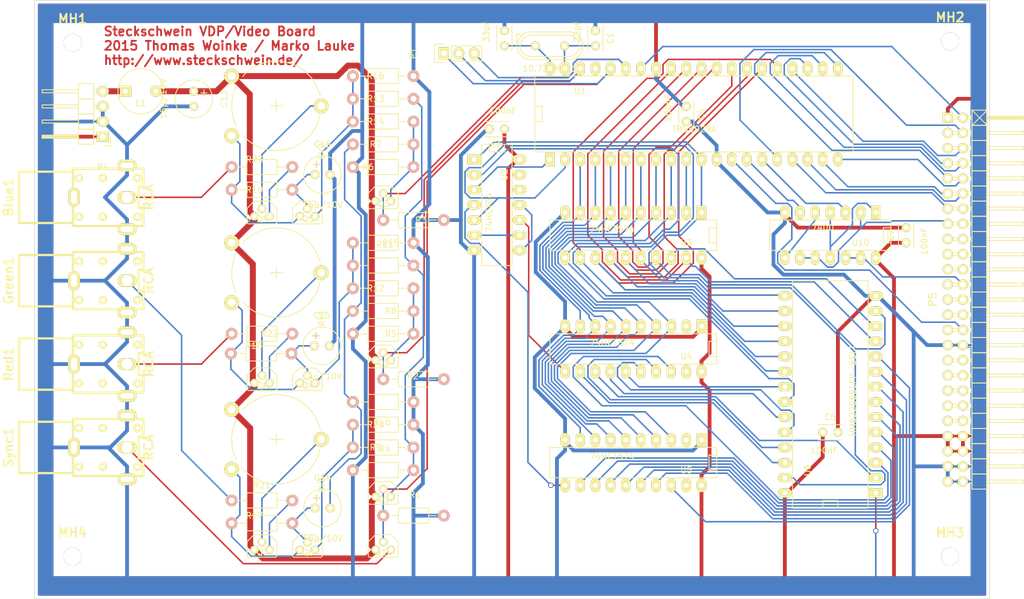
<source format=kicad_pcb>
(kicad_pcb (version 4) (host pcbnew "(2014-09-16 BZR 5139)-product")
  (layers (0 F.Cu signal) (31 B.Cu signal) (35 F.Paste user) (37 F.SilkS user) (39 F.Mask user) (44 Edge.Cuts user))
  (net 0 "")
  (net 1 GND)
  (net 2 VCC)
  (net 3 /RESET)
  (net 4 /RW)
  (net 5 /IRQ)
  (net 6 "Net-(10.738MHz1-Pad1)")
  (net 7 "Net-(10.738MHz1-Pad2)")
  (net 8 +12V)
  (net 9 "Net-(C14-Pad2)")
  (net 10 "Net-(C14-Pad1)")
  (net 11 "Net-(C15-Pad1)")
  (net 12 "Net-(C16-Pad1)")
  (net 13 /50Pin/D7)
  (net 14 /50Pin/D6)
  (net 15 /50Pin/D5)
  (net 16 /50Pin/D4)
  (net 17 /50Pin/D3)
  (net 18 /50Pin/D2)
  (net 19 /50Pin/D1)
  (net 20 /50Pin/D0)
  (net 21 /CS_VDP)
  (net 22 /50Pin/A0)
  (net 23 /Y)
  (net 24 "Net-(Q1-Pad3)")
  (net 25 /R-Y)
  (net 26 "Net-(Q2-Pad3)")
  (net 27 /B-Y)
  (net 28 "Net-(Q3-Pad3)")
  (net 29 "Net-(Q4-Pad1)")
  (net 30 "Net-(Q4-Pad3)")
  (net 31 "Net-(Q5-Pad1)")
  (net 32 "Net-(Q5-Pad3)")
  (net 33 "Net-(Q6-Pad1)")
  (net 34 "Net-(Q6-Pad3)")
  (net 35 "Net-(Q7-Pad2)")
  (net 36 "Net-(Q7-Pad3)")
  (net 37 "Net-(Q8-Pad2)")
  (net 38 "Net-(Q8-Pad3)")
  (net 39 "Net-(Q9-Pad2)")
  (net 40 "Net-(Q9-Pad3)")
  (net 41 /SYNC)
  (net 42 /RGB-G)
  (net 43 /RGB-B)
  (net 44 /RAS)
  (net 45 /CAS)
  (net 46 /AD7)
  (net 47 /AD6)
  (net 48 /AD5)
  (net 49 /AD4)
  (net 50 /AD3)
  (net 51 /AD2)
  (net 52 /AD1)
  (net 53 /AD0)
  (net 54 "Net-(U1-Pad14)")
  (net 55 "Net-(U1-Pad15)")
  (net 56 /RD7)
  (net 57 /RD6)
  (net 58 /RD5)
  (net 59 /RD4)
  (net 60 /RD3)
  (net 61 /RD2)
  (net 62 /RD1)
  (net 63 /RD0)
  (net 64 /WR)
  (net 65 /ROW)
  (net 66 "Net-(U2-Pad6)")
  (net 67 "Net-(U2-Pad11)")
  (net 68 /COL)
  (net 69 /A13)
  (net 70 /A12)
  (net 71 /A11)
  (net 72 /A10)
  (net 73 /A9)
  (net 74 /A8)
  (net 75 /A7)
  (net 76 /A6)
  (net 77 /A5)
  (net 78 /A4)
  (net 79 /A3)
  (net 80 /A2)
  (net 81 /A1)
  (net 82 /A0)
  (net 83 "Net-(U10-Pad1)")
  (net 84 "Net-(U10-Pad5)")
  (net 85 /RGB-R)
  (net 86 /V_RW)
  (net 87 /12VS)
  (module Sockets_DIP:DIP-20__300_ELL (layer F.Cu) (at 162.56 123.19 180)
    (fp_text reference U5 (at -8.89 -1.27 180) (layer F.SilkS))
    (fp_text value 74HCT574 (at 3.556 1.016 180) (layer F.SilkS))
    (pad 1 thru_hole rect (at -11.43 3.81 180) (size 1.5748 2.286) (drill 0.8128) (layers *.Cu *.Mask F.SilkS) (net 1 GND))
    (pad 2 thru_hole oval (at -8.89 3.81 180) (size 1.5748 2.286) (drill 0.8128) (layers *.Cu *.Mask F.SilkS))
    (pad 3 thru_hole oval (at -6.35 3.81 180) (size 1.5748 2.286) (drill 0.8128) (layers *.Cu *.Mask F.SilkS) (net 52 /AD1))
    (pad 4 thru_hole oval (at -3.81 3.81 180) (size 1.5748 2.286) (drill 0.8128) (layers *.Cu *.Mask F.SilkS) (net 51 /AD2))
    (pad 5 thru_hole oval (at -1.27 3.81 180) (size 1.5748 2.286) (drill 0.8128) (layers *.Cu *.Mask F.SilkS) (net 50 /AD3))
    (pad 6 thru_hole oval (at 1.27 3.81 180) (size 1.5748 2.286) (drill 0.8128) (layers *.Cu *.Mask F.SilkS) (net 49 /AD4))
    (pad 7 thru_hole oval (at 3.81 3.81 180) (size 1.5748 2.286) (drill 0.8128) (layers *.Cu *.Mask F.SilkS) (net 48 /AD5))
    (pad 8 thru_hole oval (at 6.35 3.81 180) (size 1.5748 2.286) (drill 0.8128) (layers *.Cu *.Mask F.SilkS) (net 47 /AD6))
    (pad 9 thru_hole oval (at 8.89 3.81 180) (size 1.5748 2.286) (drill 0.8128) (layers *.Cu *.Mask F.SilkS) (net 46 /AD7))
    (pad 10 thru_hole oval (at 11.43 3.81 180) (size 1.5748 2.286) (drill 0.8128) (layers *.Cu *.Mask F.SilkS) (net 1 GND))
    (pad 11 thru_hole oval (at 11.43 -3.81 180) (size 1.5748 2.286) (drill 0.8128) (layers *.Cu *.Mask F.SilkS) (net 65 /ROW))
    (pad 12 thru_hole oval (at 8.89 -3.81 180) (size 1.5748 2.286) (drill 0.8128) (layers *.Cu *.Mask F.SilkS) (net 76 /A6))
    (pad 13 thru_hole oval (at 6.35 -3.81 180) (size 1.5748 2.286) (drill 0.8128) (layers *.Cu *.Mask F.SilkS) (net 77 /A5))
    (pad 14 thru_hole oval (at 3.81 -3.81 180) (size 1.5748 2.286) (drill 0.8128) (layers *.Cu *.Mask F.SilkS) (net 78 /A4))
    (pad 15 thru_hole oval (at 1.27 -3.81 180) (size 1.5748 2.286) (drill 0.8128) (layers *.Cu *.Mask F.SilkS) (net 79 /A3))
    (pad 16 thru_hole oval (at -1.27 -3.81 180) (size 1.5748 2.286) (drill 0.8128) (layers *.Cu *.Mask F.SilkS) (net 80 /A2))
    (pad 17 thru_hole oval (at -3.81 -3.81 180) (size 1.5748 2.286) (drill 0.8128) (layers *.Cu *.Mask F.SilkS) (net 81 /A1))
    (pad 18 thru_hole oval (at -6.35 -3.81 180) (size 1.5748 2.286) (drill 0.8128) (layers *.Cu *.Mask F.SilkS) (net 82 /A0))
    (pad 19 thru_hole oval (at -8.89 -3.81 180) (size 1.5748 2.286) (drill 0.8128) (layers *.Cu *.Mask F.SilkS))
    (pad 20 thru_hole oval (at -11.43 -3.81 180) (size 1.5748 2.286) (drill 0.8128) (layers *.Cu *.Mask F.SilkS) (net 2 VCC))
  )
  (module Resistors_ThroughHole:Resistor_Horizontal_RM10mm (layer F.Cu) (at 120.65 69.85)
    (fp_text reference R7 (at -1.27 0) (layer F.SilkS))
    (fp_text value "1K 1%" hide)
    (pad 1 thru_hole circle (at -5.08 0) (size 1.99898 1.99898) (drill 1.00076) (layers *.Cu *.SilkS *.Mask) (net 9 "Net-(C14-Pad2)"))
    (pad 2 thru_hole circle (at 5.08 0) (size 1.99898 1.99898) (drill 1.00076) (layers *.Cu *.SilkS *.Mask) (net 28 "Net-(Q3-Pad3)"))
  )
  (module Sockets_DIP:DIP-40__600_ELL (layer F.Cu) (at 172.72 64.77)
    (fp_text reference U1 (at -19.05 -3.81) (layer F.SilkS))
    (fp_text value TMS9929A (at 0 2.54) (layer F.SilkS))
    (pad 1 thru_hole rect (at -24.13 7.62) (size 1.5748 2.286) (drill 0.8128) (layers *.Cu *.Mask F.SilkS) (net 44 /RAS))
    (pad 2 thru_hole oval (at -21.59 7.62) (size 1.5748 2.286) (drill 0.8128) (layers *.Cu *.Mask F.SilkS) (net 45 /CAS))
    (pad 3 thru_hole oval (at -19.05 7.62) (size 1.5748 2.286) (drill 0.8128) (layers *.Cu *.Mask F.SilkS) (net 46 /AD7))
    (pad 4 thru_hole oval (at -16.51 7.62) (size 1.5748 2.286) (drill 0.8128) (layers *.Cu *.Mask F.SilkS) (net 47 /AD6))
    (pad 5 thru_hole oval (at -13.97 7.62) (size 1.5748 2.286) (drill 0.8128) (layers *.Cu *.Mask F.SilkS) (net 48 /AD5))
    (pad 6 thru_hole oval (at -11.43 7.62) (size 1.5748 2.286) (drill 0.8128) (layers *.Cu *.Mask F.SilkS) (net 49 /AD4))
    (pad 7 thru_hole oval (at -8.89 7.62) (size 1.5748 2.286) (drill 0.8128) (layers *.Cu *.Mask F.SilkS) (net 50 /AD3))
    (pad 8 thru_hole oval (at -6.35 7.62) (size 1.5748 2.286) (drill 0.8128) (layers *.Cu *.Mask F.SilkS) (net 51 /AD2))
    (pad 9 thru_hole oval (at -3.81 7.62) (size 1.5748 2.286) (drill 0.8128) (layers *.Cu *.Mask F.SilkS) (net 52 /AD1))
    (pad 10 thru_hole oval (at -1.27 7.62) (size 1.5748 2.286) (drill 0.8128) (layers *.Cu *.Mask F.SilkS) (net 53 /AD0))
    (pad 11 thru_hole oval (at 1.27 7.62) (size 1.5748 2.286) (drill 0.8128) (layers *.Cu *.Mask F.SilkS) (net 86 /V_RW))
    (pad 12 thru_hole oval (at 3.81 7.62) (size 1.5748 2.286) (drill 0.8128) (layers *.Cu *.Mask F.SilkS) (net 1 GND))
    (pad 13 thru_hole oval (at 6.35 7.62) (size 1.5748 2.286) (drill 0.8128) (layers *.Cu *.Mask F.SilkS) (net 22 /50Pin/A0))
    (pad 14 thru_hole oval (at 8.89 7.62) (size 1.5748 2.286) (drill 0.8128) (layers *.Cu *.Mask F.SilkS) (net 54 "Net-(U1-Pad14)"))
    (pad 15 thru_hole oval (at 11.43 7.62) (size 1.5748 2.286) (drill 0.8128) (layers *.Cu *.Mask F.SilkS) (net 55 "Net-(U1-Pad15)"))
    (pad 16 thru_hole oval (at 13.97 7.62) (size 1.5748 2.286) (drill 0.8128) (layers *.Cu *.Mask F.SilkS) (net 5 /IRQ))
    (pad 17 thru_hole oval (at 16.51 7.62) (size 1.5748 2.286) (drill 0.8128) (layers *.Cu *.Mask F.SilkS) (net 20 /50Pin/D0))
    (pad 18 thru_hole oval (at 19.05 7.62) (size 1.5748 2.286) (drill 0.8128) (layers *.Cu *.Mask F.SilkS) (net 19 /50Pin/D1))
    (pad 19 thru_hole oval (at 21.59 7.62) (size 1.5748 2.286) (drill 0.8128) (layers *.Cu *.Mask F.SilkS) (net 18 /50Pin/D2))
    (pad 20 thru_hole oval (at 24.13 7.62) (size 1.5748 2.286) (drill 0.8128) (layers *.Cu *.Mask F.SilkS) (net 17 /50Pin/D3))
    (pad 21 thru_hole oval (at 24.13 -7.62) (size 1.5748 2.286) (drill 0.8128) (layers *.Cu *.Mask F.SilkS) (net 16 /50Pin/D4))
    (pad 22 thru_hole oval (at 21.59 -7.62) (size 1.5748 2.286) (drill 0.8128) (layers *.Cu *.Mask F.SilkS) (net 15 /50Pin/D5))
    (pad 23 thru_hole oval (at 19.05 -7.62) (size 1.5748 2.286) (drill 0.8128) (layers *.Cu *.Mask F.SilkS) (net 14 /50Pin/D6))
    (pad 24 thru_hole oval (at 16.51 -7.62) (size 1.5748 2.286) (drill 0.8128) (layers *.Cu *.Mask F.SilkS) (net 13 /50Pin/D7))
    (pad 25 thru_hole oval (at 13.97 -7.62) (size 1.5748 2.286) (drill 0.8128) (layers *.Cu *.Mask F.SilkS) (net 56 /RD7))
    (pad 26 thru_hole oval (at 11.43 -7.62) (size 1.5748 2.286) (drill 0.8128) (layers *.Cu *.Mask F.SilkS) (net 57 /RD6))
    (pad 27 thru_hole oval (at 8.89 -7.62) (size 1.5748 2.286) (drill 0.8128) (layers *.Cu *.Mask F.SilkS) (net 58 /RD5))
    (pad 28 thru_hole oval (at 6.35 -7.62) (size 1.5748 2.286) (drill 0.8128) (layers *.Cu *.Mask F.SilkS) (net 59 /RD4))
    (pad 29 thru_hole oval (at 3.81 -7.62) (size 1.5748 2.286) (drill 0.8128) (layers *.Cu *.Mask F.SilkS) (net 60 /RD3))
    (pad 30 thru_hole oval (at 1.27 -7.62) (size 1.5748 2.286) (drill 0.8128) (layers *.Cu *.Mask F.SilkS) (net 61 /RD2))
    (pad 31 thru_hole oval (at -1.27 -7.62) (size 1.5748 2.286) (drill 0.8128) (layers *.Cu *.Mask F.SilkS) (net 62 /RD1))
    (pad 32 thru_hole oval (at -3.81 -7.62) (size 1.5748 2.286) (drill 0.8128) (layers *.Cu *.Mask F.SilkS) (net 63 /RD0))
    (pad 33 thru_hole oval (at -6.35 -7.62) (size 1.5748 2.286) (drill 0.8128) (layers *.Cu *.Mask F.SilkS) (net 2 VCC))
    (pad 34 thru_hole oval (at -8.89 -7.62) (size 1.5748 2.286) (drill 0.8128) (layers *.Cu *.Mask F.SilkS) (net 3 /RESET))
    (pad 35 thru_hole oval (at -11.43 -7.62) (size 1.5748 2.286) (drill 0.8128) (layers *.Cu *.Mask F.SilkS) (net 27 /B-Y))
    (pad 36 thru_hole oval (at -13.97 -7.62) (size 1.5748 2.286) (drill 0.8128) (layers *.Cu *.Mask F.SilkS) (net 23 /Y))
    (pad 37 thru_hole oval (at -16.51 -7.62) (size 1.5748 2.286) (drill 0.8128) (layers *.Cu *.Mask F.SilkS))
    (pad 38 thru_hole oval (at -19.05 -7.62) (size 1.5748 2.286) (drill 0.8128) (layers *.Cu *.Mask F.SilkS) (net 25 /R-Y))
    (pad 39 thru_hole oval (at -21.59 -7.62) (size 1.5748 2.286) (drill 0.8128) (layers *.Cu *.Mask F.SilkS) (net 6 "Net-(10.738MHz1-Pad1)"))
    (pad 40 thru_hole oval (at -24.13 -7.62) (size 1.5748 2.286) (drill 0.8128) (layers *.Cu *.Mask F.SilkS) (net 7 "Net-(10.738MHz1-Pad2)"))
  )
  (module Sockets_DIP:DIP-28__600_ELL (layer F.Cu) (at 195.58 111.76 90)
    (fp_text reference U6 (at -12.7 -3.81 90) (layer F.SilkS))
    (fp_text value HM62256BLFP-5SLT (at 0.635 3.81 90) (layer F.SilkS))
    (pad 1 thru_hole rect (at -16.51 7.62 90) (size 1.5748 2.286) (drill 0.8128) (layers *.Cu *.Mask F.SilkS) (net 1 GND))
    (pad 2 thru_hole oval (at -13.97 7.62 90) (size 1.5748 2.286) (drill 0.8128) (layers *.Cu *.Mask F.SilkS) (net 70 /A12))
    (pad 3 thru_hole oval (at -11.43 7.62 90) (size 1.5748 2.286) (drill 0.8128) (layers *.Cu *.Mask F.SilkS) (net 75 /A7))
    (pad 4 thru_hole oval (at -8.89 7.62 90) (size 1.5748 2.286) (drill 0.8128) (layers *.Cu *.Mask F.SilkS) (net 76 /A6))
    (pad 5 thru_hole oval (at -6.35 7.62 90) (size 1.5748 2.286) (drill 0.8128) (layers *.Cu *.Mask F.SilkS) (net 77 /A5))
    (pad 6 thru_hole oval (at -3.81 7.62 90) (size 1.5748 2.286) (drill 0.8128) (layers *.Cu *.Mask F.SilkS) (net 78 /A4))
    (pad 7 thru_hole oval (at -1.27 7.62 90) (size 1.5748 2.286) (drill 0.8128) (layers *.Cu *.Mask F.SilkS) (net 79 /A3))
    (pad 8 thru_hole oval (at 1.27 7.62 90) (size 1.5748 2.286) (drill 0.8128) (layers *.Cu *.Mask F.SilkS) (net 80 /A2))
    (pad 9 thru_hole oval (at 3.81 7.62 90) (size 1.5748 2.286) (drill 0.8128) (layers *.Cu *.Mask F.SilkS) (net 81 /A1))
    (pad 10 thru_hole oval (at 6.35 7.62 90) (size 1.5748 2.286) (drill 0.8128) (layers *.Cu *.Mask F.SilkS) (net 82 /A0))
    (pad 11 thru_hole oval (at 8.89 7.62 90) (size 1.5748 2.286) (drill 0.8128) (layers *.Cu *.Mask F.SilkS) (net 63 /RD0))
    (pad 12 thru_hole oval (at 11.43 7.62 90) (size 1.5748 2.286) (drill 0.8128) (layers *.Cu *.Mask F.SilkS) (net 62 /RD1))
    (pad 13 thru_hole oval (at 13.97 7.62 90) (size 1.5748 2.286) (drill 0.8128) (layers *.Cu *.Mask F.SilkS) (net 61 /RD2))
    (pad 14 thru_hole oval (at 16.51 7.62 90) (size 1.5748 2.286) (drill 0.8128) (layers *.Cu *.Mask F.SilkS) (net 1 GND))
    (pad 15 thru_hole oval (at 16.51 -7.62 90) (size 1.5748 2.286) (drill 0.8128) (layers *.Cu *.Mask F.SilkS) (net 60 /RD3))
    (pad 16 thru_hole oval (at 13.97 -7.62 90) (size 1.5748 2.286) (drill 0.8128) (layers *.Cu *.Mask F.SilkS) (net 59 /RD4))
    (pad 17 thru_hole oval (at 11.43 -7.62 90) (size 1.5748 2.286) (drill 0.8128) (layers *.Cu *.Mask F.SilkS) (net 58 /RD5))
    (pad 18 thru_hole oval (at 8.89 -7.62 90) (size 1.5748 2.286) (drill 0.8128) (layers *.Cu *.Mask F.SilkS) (net 57 /RD6))
    (pad 19 thru_hole oval (at 6.35 -7.62 90) (size 1.5748 2.286) (drill 0.8128) (layers *.Cu *.Mask F.SilkS) (net 56 /RD7))
    (pad 20 thru_hole oval (at 3.81 -7.62 90) (size 1.5748 2.286) (drill 0.8128) (layers *.Cu *.Mask F.SilkS) (net 45 /CAS))
    (pad 21 thru_hole oval (at 1.27 -7.62 90) (size 1.5748 2.286) (drill 0.8128) (layers *.Cu *.Mask F.SilkS) (net 72 /A10))
    (pad 22 thru_hole oval (at -1.27 -7.62 90) (size 1.5748 2.286) (drill 0.8128) (layers *.Cu *.Mask F.SilkS) (net 64 /WR))
    (pad 23 thru_hole oval (at -3.81 -7.62 90) (size 1.5748 2.286) (drill 0.8128) (layers *.Cu *.Mask F.SilkS) (net 71 /A11))
    (pad 24 thru_hole oval (at -6.35 -7.62 90) (size 1.5748 2.286) (drill 0.8128) (layers *.Cu *.Mask F.SilkS) (net 73 /A9))
    (pad 25 thru_hole oval (at -8.89 -7.62 90) (size 1.5748 2.286) (drill 0.8128) (layers *.Cu *.Mask F.SilkS) (net 74 /A8))
    (pad 26 thru_hole oval (at -11.43 -7.62 90) (size 1.5748 2.286) (drill 0.8128) (layers *.Cu *.Mask F.SilkS) (net 69 /A13))
    (pad 27 thru_hole oval (at -13.97 -7.62 90) (size 1.5748 2.286) (drill 0.8128) (layers *.Cu *.Mask F.SilkS) (net 86 /V_RW))
    (pad 28 thru_hole oval (at -16.51 -7.62 90) (size 1.5748 2.286) (drill 0.8128) (layers *.Cu *.Mask F.SilkS) (net 2 VCC))
  )
  (module Sockets_DIP:DIP-14__300_ELL (layer F.Cu) (at 139.7 80.01 270)
    (fp_text reference U2 (at -5.08 -1.27 270) (layer F.SilkS))
    (fp_text value 74HCT04 (at 1.27 1.27 270) (layer F.SilkS))
    (pad 1 thru_hole rect (at -7.62 3.81 270) (size 1.5748 2.286) (drill 0.8128) (layers *.Cu *.Mask F.SilkS) (net 86 /V_RW))
    (pad 2 thru_hole oval (at -5.08 3.81 270) (size 1.5748 2.286) (drill 0.8128) (layers *.Cu *.Mask F.SilkS) (net 64 /WR))
    (pad 3 thru_hole oval (at -2.54 3.81 270) (size 1.5748 2.286) (drill 0.8128) (layers *.Cu *.Mask F.SilkS) (net 44 /RAS))
    (pad 4 thru_hole oval (at 0 3.81 270) (size 1.5748 2.286) (drill 0.8128) (layers *.Cu *.Mask F.SilkS) (net 65 /ROW))
    (pad 5 thru_hole oval (at 2.54 3.81 270) (size 1.5748 2.286) (drill 0.8128) (layers *.Cu *.Mask F.SilkS) (net 45 /CAS))
    (pad 6 thru_hole oval (at 5.08 3.81 270) (size 1.5748 2.286) (drill 0.8128) (layers *.Cu *.Mask F.SilkS) (net 66 "Net-(U2-Pad6)"))
    (pad 7 thru_hole oval (at 7.62 3.81 270) (size 1.5748 2.286) (drill 0.8128) (layers *.Cu *.Mask F.SilkS) (net 1 GND))
    (pad 8 thru_hole oval (at 7.62 -3.81 270) (size 1.5748 2.286) (drill 0.8128) (layers *.Cu *.Mask F.SilkS) (net 67 "Net-(U2-Pad11)"))
    (pad 9 thru_hole oval (at 5.08 -3.81 270) (size 1.5748 2.286) (drill 0.8128) (layers *.Cu *.Mask F.SilkS) (net 66 "Net-(U2-Pad6)"))
    (pad 10 thru_hole oval (at 2.54 -3.81 270) (size 1.5748 2.286) (drill 0.8128) (layers *.Cu *.Mask F.SilkS) (net 68 /COL))
    (pad 11 thru_hole oval (at 0 -3.81 270) (size 1.5748 2.286) (drill 0.8128) (layers *.Cu *.Mask F.SilkS) (net 67 "Net-(U2-Pad11)"))
    (pad 12 thru_hole oval (at -2.54 -3.81 270) (size 1.5748 2.286) (drill 0.8128) (layers *.Cu *.Mask F.SilkS))
    (pad 13 thru_hole oval (at -5.08 -3.81 270) (size 1.5748 2.286) (drill 0.8128) (layers *.Cu *.Mask F.SilkS))
    (pad 14 thru_hole oval (at -7.62 -3.81 270) (size 1.5748 2.286) (drill 0.8128) (layers *.Cu *.Mask F.SilkS) (net 2 VCC))
  )
  (module Pin_Headers:Pin_Header_Angled_2x25 (layer F.Cu) (at 216.535 95.885 270)
    (fp_text reference P5 (at 0 3.81 270) (layer F.SilkS) (effects (font (size 1.27 1.27) (thickness 0.2032))))
    (fp_text value CONN_02X25 hide)
    (pad 1 thru_hole rect (at -30.48 1.27 270) (size 1.7272 1.7272) (drill 1.016) (layers *.Cu *.Mask F.SilkS) (net 2 VCC))
    (pad 2 thru_hole oval (at -30.48 -1.27 270) (size 1.7272 1.7272) (drill 1.016) (layers *.Cu *.Mask F.SilkS) (net 3 /RESET))
    (pad 3 thru_hole oval (at -27.94 1.27 270) (size 1.7272 1.7272) (drill 1.016) (layers *.Cu *.Mask F.SilkS))
    (pad 4 thru_hole oval (at -27.94 -1.27 270) (size 1.7272 1.7272) (drill 1.016) (layers *.Cu *.Mask F.SilkS) (net 5 /IRQ))
    (pad 5 thru_hole oval (at -25.4 1.27 270) (size 1.7272 1.7272) (drill 1.016) (layers *.Cu *.Mask F.SilkS))
    (pad 6 thru_hole oval (at -25.4 -1.27 270) (size 1.7272 1.7272) (drill 1.016) (layers *.Cu *.Mask F.SilkS) (net 13 /50Pin/D7))
    (pad 7 thru_hole oval (at -22.86 1.27 270) (size 1.7272 1.7272) (drill 1.016) (layers *.Cu *.Mask F.SilkS) (net 14 /50Pin/D6))
    (pad 8 thru_hole oval (at -22.86 -1.27 270) (size 1.7272 1.7272) (drill 1.016) (layers *.Cu *.Mask F.SilkS) (net 15 /50Pin/D5))
    (pad 9 thru_hole oval (at -20.32 1.27 270) (size 1.7272 1.7272) (drill 1.016) (layers *.Cu *.Mask F.SilkS) (net 16 /50Pin/D4))
    (pad 10 thru_hole oval (at -20.32 -1.27 270) (size 1.7272 1.7272) (drill 1.016) (layers *.Cu *.Mask F.SilkS) (net 17 /50Pin/D3))
    (pad 11 thru_hole oval (at -17.78 1.27 270) (size 1.7272 1.7272) (drill 1.016) (layers *.Cu *.Mask F.SilkS) (net 18 /50Pin/D2))
    (pad 12 thru_hole oval (at -17.78 -1.27 270) (size 1.7272 1.7272) (drill 1.016) (layers *.Cu *.Mask F.SilkS) (net 19 /50Pin/D1))
    (pad 13 thru_hole oval (at -15.24 1.27 270) (size 1.7272 1.7272) (drill 1.016) (layers *.Cu *.Mask F.SilkS) (net 20 /50Pin/D0))
    (pad 14 thru_hole oval (at -15.24 -1.27 270) (size 1.7272 1.7272) (drill 1.016) (layers *.Cu *.Mask F.SilkS))
    (pad 15 thru_hole oval (at -12.7 1.27 270) (size 1.7272 1.7272) (drill 1.016) (layers *.Cu *.Mask F.SilkS) (net 4 /RW))
    (pad 16 thru_hole oval (at -12.7 -1.27 270) (size 1.7272 1.7272) (drill 1.016) (layers *.Cu *.Mask F.SilkS))
    (pad 17 thru_hole oval (at -10.16 1.27 270) (size 1.7272 1.7272) (drill 1.016) (layers *.Cu *.Mask F.SilkS))
    (pad 18 thru_hole oval (at -10.16 -1.27 270) (size 1.7272 1.7272) (drill 1.016) (layers *.Cu *.Mask F.SilkS))
    (pad 19 thru_hole oval (at -7.62 1.27 270) (size 1.7272 1.7272) (drill 1.016) (layers *.Cu *.Mask F.SilkS))
    (pad 20 thru_hole oval (at -7.62 -1.27 270) (size 1.7272 1.7272) (drill 1.016) (layers *.Cu *.Mask F.SilkS))
    (pad 21 thru_hole oval (at -5.08 1.27 270) (size 1.7272 1.7272) (drill 1.016) (layers *.Cu *.Mask F.SilkS))
    (pad 22 thru_hole oval (at -5.08 -1.27 270) (size 1.7272 1.7272) (drill 1.016) (layers *.Cu *.Mask F.SilkS))
    (pad 23 thru_hole oval (at -2.54 1.27 270) (size 1.7272 1.7272) (drill 1.016) (layers *.Cu *.Mask F.SilkS))
    (pad 24 thru_hole oval (at -2.54 -1.27 270) (size 1.7272 1.7272) (drill 1.016) (layers *.Cu *.Mask F.SilkS) (net 21 /CS_VDP))
    (pad 25 thru_hole oval (at 0 1.27 270) (size 1.7272 1.7272) (drill 1.016) (layers *.Cu *.Mask F.SilkS))
    (pad 26 thru_hole oval (at 0 -1.27 270) (size 1.7272 1.7272) (drill 1.016) (layers *.Cu *.Mask F.SilkS))
    (pad 27 thru_hole oval (at 2.54 1.27 270) (size 1.7272 1.7272) (drill 1.016) (layers *.Cu *.Mask F.SilkS))
    (pad 28 thru_hole oval (at 2.54 -1.27 270) (size 1.7272 1.7272) (drill 1.016) (layers *.Cu *.Mask F.SilkS))
    (pad 29 thru_hole oval (at 5.08 1.27 270) (size 1.7272 1.7272) (drill 1.016) (layers *.Cu *.Mask F.SilkS))
    (pad 30 thru_hole oval (at 5.08 -1.27 270) (size 1.7272 1.7272) (drill 1.016) (layers *.Cu *.Mask F.SilkS) (net 22 /50Pin/A0))
    (pad 31 thru_hole oval (at 7.62 1.27 270) (size 1.7272 1.7272) (drill 1.016) (layers *.Cu *.Mask F.SilkS) (net 1 GND))
    (pad 32 thru_hole oval (at 7.62 -1.27 270) (size 1.7272 1.7272) (drill 1.016) (layers *.Cu *.Mask F.SilkS) (net 1 GND))
    (pad 33 thru_hole oval (at 10.16 1.27 270) (size 1.7272 1.7272) (drill 1.016) (layers *.Cu *.Mask F.SilkS))
    (pad 34 thru_hole oval (at 10.16 -1.27 270) (size 1.7272 1.7272) (drill 1.016) (layers *.Cu *.Mask F.SilkS))
    (pad 35 thru_hole oval (at 12.7 1.27 270) (size 1.7272 1.7272) (drill 1.016) (layers *.Cu *.Mask F.SilkS) (net 1 GND))
    (pad 36 thru_hole oval (at 12.7 -1.27 270) (size 1.7272 1.7272) (drill 1.016) (layers *.Cu *.Mask F.SilkS))
    (pad 37 thru_hole oval (at 15.24 1.27 270) (size 1.7272 1.7272) (drill 1.016) (layers *.Cu *.Mask F.SilkS) (net 1 GND))
    (pad 38 thru_hole oval (at 15.24 -1.27 270) (size 1.7272 1.7272) (drill 1.016) (layers *.Cu *.Mask F.SilkS))
    (pad 39 thru_hole oval (at 17.78 1.27 270) (size 1.7272 1.7272) (drill 1.016) (layers *.Cu *.Mask F.SilkS))
    (pad 40 thru_hole oval (at 17.78 -1.27 270) (size 1.7272 1.7272) (drill 1.016) (layers *.Cu *.Mask F.SilkS))
    (pad 41 thru_hole oval (at 20.32 1.27 270) (size 1.7272 1.7272) (drill 1.016) (layers *.Cu *.Mask F.SilkS))
    (pad 42 thru_hole oval (at 20.32 -1.27 270) (size 1.7272 1.7272) (drill 1.016) (layers *.Cu *.Mask F.SilkS))
    (pad 43 thru_hole oval (at 22.86 1.27 270) (size 1.7272 1.7272) (drill 1.016) (layers *.Cu *.Mask F.SilkS) (net 2 VCC))
    (pad 44 thru_hole oval (at 22.86 -1.27 270) (size 1.7272 1.7272) (drill 1.016) (layers *.Cu *.Mask F.SilkS) (net 2 VCC))
    (pad 45 thru_hole oval (at 25.4 1.27 270) (size 1.7272 1.7272) (drill 1.016) (layers *.Cu *.Mask F.SilkS) (net 2 VCC))
    (pad 46 thru_hole oval (at 25.4 -1.27 270) (size 1.7272 1.7272) (drill 1.016) (layers *.Cu *.Mask F.SilkS) (net 2 VCC))
    (pad 47 thru_hole oval (at 27.94 1.27 270) (size 1.7272 1.7272) (drill 1.016) (layers *.Cu *.Mask F.SilkS) (net 1 GND))
    (pad 48 thru_hole oval (at 27.94 -1.27 270) (size 1.7272 1.7272) (drill 1.016) (layers *.Cu *.Mask F.SilkS) (net 1 GND))
    (pad 49 thru_hole oval (at 30.48 1.27 270) (size 1.7272 1.7272) (drill 1.016) (layers *.Cu *.Mask F.SilkS) (net 1 GND))
    (pad 50 thru_hole oval (at 30.48 -1.27 270) (size 1.7272 1.7272) (drill 1.016) (layers *.Cu *.Mask F.SilkS) (net 1 GND))
  )
  (module Mounting_Holes:MountingHole_3mm (layer F.Cu) (at 68.58 52.832)
    (fp_text reference MH1 (at 0 -4.0005) (layer F.SilkS) (effects (font (thickness 0.3048))))
    (fp_text value MountingHole_3mm_RevA_Date21Jun2010 hide)
    (pad 1 thru_hole circle (at 0 0) (size 2.99974 2.99974) (drill 2.99974) (layers))
  )
  (module Mounting_Holes:MountingHole_3mm (layer F.Cu) (at 215.646 52.578)
    (fp_text reference MH2 (at 0 -4.0005) (layer F.SilkS) (effects (font (thickness 0.3048))))
    (fp_text value MountingHole_3mm_RevA_Date21Jun2010 hide)
    (pad 1 thru_hole circle (at 0 0) (size 2.99974 2.99974) (drill 2.99974) (layers))
  )
  (module Mounting_Holes:MountingHole_3mm (layer F.Cu) (at 68.58 138.938)
    (fp_text reference MH4 (at 0 -4.0005) (layer F.SilkS) (effects (font (thickness 0.3048))))
    (fp_text value MountingHole_3mm_RevA_Date21Jun2010 hide)
    (pad 1 thru_hole circle (at 0 0) (size 2.99974 2.99974) (drill 2.99974) (layers))
  )
  (module Mounting_Holes:MountingHole_3mm (layer F.Cu) (at 215.646 138.938)
    (fp_text reference MH3 (at 0 -4.0005) (layer F.SilkS) (effects (font (thickness 0.3048))))
    (fp_text value MountingHole_3mm_RevA_Date21Jun2010 hide)
    (pad 1 thru_hole circle (at 0 0) (size 2.99974 2.99974) (drill 2.99974) (layers))
  )
  (module Capacitors_ThroughHole:Capacitor4x3RM2.5 (layer F.Cu) (at 156.21 50.8 270)
    (fp_text reference C1 (at 1.27 -2.54 270) (layer F.SilkS))
    (fp_text value 33pf (at 0.254 3.048 270) (layer F.SilkS))
    (pad 1 thru_hole circle (at 0 0 270) (size 1.50114 1.50114) (drill 0.8001) (layers *.Cu *.Mask F.SilkS) (net 1 GND))
    (pad 2 thru_hole circle (at 2.54 0 270) (size 1.50114 1.50114) (drill 0.8001) (layers *.Cu *.Mask F.SilkS) (net 6 "Net-(10.738MHz1-Pad1)"))
  )
  (module Capacitors_ThroughHole:Capacitor4x3RM2.5 (layer F.Cu) (at 140.97 50.8 270)
    (fp_text reference C2 (at 1.27 -2.54 270) (layer F.SilkS))
    (fp_text value 33pf (at 0.254 3.048 270) (layer F.SilkS))
    (pad 1 thru_hole circle (at 0 0 270) (size 1.50114 1.50114) (drill 0.8001) (layers *.Cu *.Mask F.SilkS) (net 1 GND))
    (pad 2 thru_hole circle (at 2.54 0 270) (size 1.50114 1.50114) (drill 0.8001) (layers *.Cu *.Mask F.SilkS) (net 7 "Net-(10.738MHz1-Pad2)"))
  )
  (module Capacitors_ThroughHole:Capacitor4x3RM2.5 (layer F.Cu) (at 171.45 63.5 270)
    (fp_text reference C4 (at 1.27 -2.54 270) (layer F.SilkS))
    (fp_text value 100nF (at 0.254 3.048 270) (layer F.SilkS))
    (pad 1 thru_hole circle (at 0 0 270) (size 1.50114 1.50114) (drill 0.8001) (layers *.Cu *.Mask F.SilkS) (net 2 VCC))
    (pad 2 thru_hole circle (at 2.54 0 270) (size 1.50114 1.50114) (drill 0.8001) (layers *.Cu *.Mask F.SilkS) (net 1 GND))
  )
  (module Capacitors_ThroughHole:Capacitor4x3RM2.5 (layer F.Cu) (at 194.31 118.11)
    (fp_text reference C5 (at 1.27 -2.54) (layer F.SilkS))
    (fp_text value 100nF (at 0.254 3.048) (layer F.SilkS))
    (pad 1 thru_hole circle (at 0 0) (size 1.50114 1.50114) (drill 0.8001) (layers *.Cu *.Mask F.SilkS) (net 2 VCC))
    (pad 2 thru_hole circle (at 2.54 0) (size 1.50114 1.50114) (drill 0.8001) (layers *.Cu *.Mask F.SilkS) (net 1 GND))
  )
  (module Capacitors_ThroughHole:Capacitor4x3RM2.5 (layer F.Cu) (at 140.97 67.31 180)
    (fp_text reference C6 (at 1.27 -2.54 180) (layer F.SilkS))
    (fp_text value 100nF (at 0.254 3.048 180) (layer F.SilkS))
    (pad 1 thru_hole circle (at 0 0 180) (size 1.50114 1.50114) (drill 0.8001) (layers *.Cu *.Mask F.SilkS) (net 2 VCC))
    (pad 2 thru_hole circle (at 2.54 0 180) (size 1.50114 1.50114) (drill 0.8001) (layers *.Cu *.Mask F.SilkS) (net 1 GND))
  )
  (module Capacitors_ThroughHole:Capacitor4x3RM2.5 (layer F.Cu) (at 208.28 86.36 90)
    (fp_text reference C7 (at 1.27 -2.54 90) (layer F.SilkS))
    (fp_text value 100nF (at 0.254 3.048 90) (layer F.SilkS))
    (pad 1 thru_hole circle (at 0 0 90) (size 1.50114 1.50114) (drill 0.8001) (layers *.Cu *.Mask F.SilkS) (net 2 VCC))
    (pad 2 thru_hole circle (at 2.54 0 90) (size 1.50114 1.50114) (drill 0.8001) (layers *.Cu *.Mask F.SilkS) (net 1 GND))
  )
  (module Capacitors_Elko_ThroughHole:Elko_vert_11.2x6.3mm_RM2.5 (layer F.Cu) (at 88.9 60.96 270)
    (fp_text reference C13 (at 1.27 -5.08 270) (layer F.SilkS))
    (fp_text value 16µ/10V (at 1.27 5.08 270) (layer F.SilkS))
    (fp_line (start 0.26924 -1.69926) (end 0.76962 -1.69926) (layer F.Cu) (width 0.15))
    (fp_line (start 0.26924 -1.69926) (end 0.26924 -2.19964) (layer F.Cu) (width 0.15))
    (fp_line (start -0.23114 -1.69926) (end 0.26924 -1.69926) (layer F.Cu) (width 0.15))
    (fp_line (start 0.26924 -1.69926) (end 0.26924 -1.30048) (layer F.Cu) (width 0.15))
    (fp_line (start 0.26924 -1.30048) (end 0.26924 -1.19888) (layer F.Cu) (width 0.15))
    (pad 2 thru_hole circle (at 2.54 0 270) (size 1.50114 1.50114) (drill 0.8001) (layers *.Cu *.Mask F.SilkS) (net 1 GND))
    (pad 1 thru_hole circle (at 0 0 270) (size 1.50114 1.50114) (drill 0.8001) (layers *.Cu *.Mask F.SilkS) (net 87 /12VS))
  )
  (module Capacitors_Elko_ThroughHole:Elko_vert_11.2x6.3mm_RM2.5 (layer F.Cu) (at 109.22 130.81)
    (fp_text reference C14 (at 1.27 -5.08) (layer F.SilkS))
    (fp_text value 16µ/10V (at 1.27 5.08) (layer F.SilkS))
    (fp_line (start 0.26924 -1.69926) (end 0.76962 -1.69926) (layer F.Cu) (width 0.15))
    (fp_line (start 0.26924 -1.69926) (end 0.26924 -2.19964) (layer F.Cu) (width 0.15))
    (fp_line (start -0.23114 -1.69926) (end 0.26924 -1.69926) (layer F.Cu) (width 0.15))
    (fp_line (start 0.26924 -1.69926) (end 0.26924 -1.30048) (layer F.Cu) (width 0.15))
    (fp_line (start 0.26924 -1.30048) (end 0.26924 -1.19888) (layer F.Cu) (width 0.15))
    (pad 2 thru_hole circle (at 2.54 0) (size 1.50114 1.50114) (drill 0.8001) (layers *.Cu *.Mask F.SilkS) (net 9 "Net-(C14-Pad2)"))
    (pad 1 thru_hole circle (at 0 0) (size 1.50114 1.50114) (drill 0.8001) (layers *.Cu *.Mask F.SilkS) (net 10 "Net-(C14-Pad1)"))
  )
  (module Capacitors_Elko_ThroughHole:Elko_vert_11.2x6.3mm_RM2.5 (layer F.Cu) (at 109.093 103.632)
    (fp_text reference C15 (at 1.27 -5.08) (layer F.SilkS))
    (fp_text value 16µ/10V (at 1.27 5.08) (layer F.SilkS))
    (fp_line (start 0.26924 -1.69926) (end 0.76962 -1.69926) (layer F.Cu) (width 0.15))
    (fp_line (start 0.26924 -1.69926) (end 0.26924 -2.19964) (layer F.Cu) (width 0.15))
    (fp_line (start -0.23114 -1.69926) (end 0.26924 -1.69926) (layer F.Cu) (width 0.15))
    (fp_line (start 0.26924 -1.69926) (end 0.26924 -1.30048) (layer F.Cu) (width 0.15))
    (fp_line (start 0.26924 -1.30048) (end 0.26924 -1.19888) (layer F.Cu) (width 0.15))
    (pad 2 thru_hole circle (at 2.54 0) (size 1.50114 1.50114) (drill 0.8001) (layers *.Cu *.Mask F.SilkS) (net 1 GND))
    (pad 1 thru_hole circle (at 0 0) (size 1.50114 1.50114) (drill 0.8001) (layers *.Cu *.Mask F.SilkS) (net 11 "Net-(C15-Pad1)"))
  )
  (module Capacitors_Elko_ThroughHole:Elko_vert_11.2x6.3mm_RM2.5 (layer F.Cu) (at 109.22 74.93)
    (fp_text reference C16 (at 1.27 -5.08) (layer F.SilkS))
    (fp_text value 16µ/10V (at 1.27 5.08) (layer F.SilkS))
    (fp_line (start 0.26924 -1.69926) (end 0.76962 -1.69926) (layer F.Cu) (width 0.15))
    (fp_line (start 0.26924 -1.69926) (end 0.26924 -2.19964) (layer F.Cu) (width 0.15))
    (fp_line (start -0.23114 -1.69926) (end 0.26924 -1.69926) (layer F.Cu) (width 0.15))
    (fp_line (start 0.26924 -1.69926) (end 0.26924 -1.30048) (layer F.Cu) (width 0.15))
    (fp_line (start 0.26924 -1.30048) (end 0.26924 -1.19888) (layer F.Cu) (width 0.15))
    (pad 2 thru_hole circle (at 2.54 0) (size 1.50114 1.50114) (drill 0.8001) (layers *.Cu *.Mask F.SilkS) (net 1 GND))
    (pad 1 thru_hole circle (at 0 0) (size 1.50114 1.50114) (drill 0.8001) (layers *.Cu *.Mask F.SilkS) (net 12 "Net-(C16-Pad1)"))
  )
  (module Resistors_ThroughHole:Resistor_Horizontal_RM10mm (layer F.Cu) (at 125.73 132.08)
    (fp_text reference R1 (at 0.24892 -3.50012) (layer F.SilkS))
    (fp_text value 470 hide)
    (pad 1 thru_hole circle (at -5.08 0) (size 1.99898 1.99898) (drill 1.00076) (layers *.Cu *.SilkS *.Mask) (net 23 /Y))
    (pad 2 thru_hole circle (at 5.08 0) (size 1.99898 1.99898) (drill 1.00076) (layers *.Cu *.SilkS *.Mask) (net 1 GND))
  )
  (module Resistors_ThroughHole:Resistor_Horizontal_RM10mm (layer F.Cu) (at 125.73 109.22)
    (fp_text reference R2 (at -0.127 -0.508) (layer F.SilkS))
    (fp_text value 470 hide)
    (pad 1 thru_hole circle (at -5.08 0) (size 1.99898 1.99898) (drill 1.00076) (layers *.Cu *.SilkS *.Mask) (net 25 /R-Y))
    (pad 2 thru_hole circle (at 5.08 0) (size 1.99898 1.99898) (drill 1.00076) (layers *.Cu *.SilkS *.Mask) (net 1 GND))
  )
  (module Resistors_ThroughHole:Resistor_Horizontal_RM10mm (layer F.Cu) (at 125.73 82.55)
    (fp_text reference R3 (at 1.27 0) (layer F.SilkS))
    (fp_text value 470 hide)
    (pad 1 thru_hole circle (at -5.08 0) (size 1.99898 1.99898) (drill 1.00076) (layers *.Cu *.SilkS *.Mask) (net 27 /B-Y))
    (pad 2 thru_hole circle (at 5.08 0) (size 1.99898 1.99898) (drill 1.00076) (layers *.Cu *.SilkS *.Mask) (net 1 GND))
  )
  (module Resistors_ThroughHole:Resistor_Horizontal_RM10mm (layer F.Cu) (at 120.65 124.46)
    (fp_text reference R4 (at 0.24892 -3.50012) (layer F.SilkS))
    (fp_text value 1K hide)
    (pad 1 thru_hole circle (at -5.08 0) (size 1.99898 1.99898) (drill 1.00076) (layers *.Cu *.SilkS *.Mask) (net 1 GND))
    (pad 2 thru_hole circle (at 5.08 0) (size 1.99898 1.99898) (drill 1.00076) (layers *.Cu *.SilkS *.Mask) (net 24 "Net-(Q1-Pad3)"))
  )
  (module Resistors_ThroughHole:Resistor_Horizontal_RM10mm (layer F.Cu) (at 120.65 101.6)
    (fp_text reference R5 (at 1.27 0) (layer F.SilkS))
    (fp_text value 1K hide)
    (pad 1 thru_hole circle (at -5.08 0) (size 1.99898 1.99898) (drill 1.00076) (layers *.Cu *.SilkS *.Mask) (net 1 GND))
    (pad 2 thru_hole circle (at 5.08 0) (size 1.99898 1.99898) (drill 1.00076) (layers *.Cu *.SilkS *.Mask) (net 26 "Net-(Q2-Pad3)"))
  )
  (module Resistors_ThroughHole:Resistor_Horizontal_RM10mm (layer F.Cu) (at 120.65 73.66)
    (fp_text reference R6 (at -2.54 0) (layer F.SilkS))
    (fp_text value 1K hide)
    (pad 1 thru_hole circle (at -5.08 0) (size 1.99898 1.99898) (drill 1.00076) (layers *.Cu *.SilkS *.Mask) (net 1 GND))
    (pad 2 thru_hole circle (at 5.08 0) (size 1.99898 1.99898) (drill 1.00076) (layers *.Cu *.SilkS *.Mask) (net 28 "Net-(Q3-Pad3)"))
  )
  (module Resistors_ThroughHole:Resistor_Horizontal_RM10mm (layer F.Cu) (at 120.65 97.79)
    (fp_text reference R8 (at 1.27 0) (layer F.SilkS))
    (fp_text value "1K 1%" hide)
    (pad 1 thru_hole circle (at -5.08 0) (size 1.99898 1.99898) (drill 1.00076) (layers *.Cu *.SilkS *.Mask) (net 9 "Net-(C14-Pad2)"))
    (pad 2 thru_hole circle (at 5.08 0) (size 1.99898 1.99898) (drill 1.00076) (layers *.Cu *.SilkS *.Mask) (net 26 "Net-(Q2-Pad3)"))
  )
  (module Resistors_ThroughHole:Resistor_Horizontal_RM10mm (layer F.Cu) (at 120.65 120.65)
    (fp_text reference R9 (at -1.27 0) (layer F.SilkS))
    (fp_text value "1K 1%" hide)
    (pad 1 thru_hole circle (at -5.08 0) (size 1.99898 1.99898) (drill 1.00076) (layers *.Cu *.SilkS *.Mask) (net 34 "Net-(Q6-Pad3)"))
    (pad 2 thru_hole circle (at 5.08 0) (size 1.99898 1.99898) (drill 1.00076) (layers *.Cu *.SilkS *.Mask) (net 24 "Net-(Q1-Pad3)"))
  )
  (module Resistors_ThroughHole:Resistor_Horizontal_RM10mm (layer F.Cu) (at 120.65 113.03 180)
    (fp_text reference R10 (at 0.24892 -3.50012 180) (layer F.SilkS))
    (fp_text value "1K 1%" hide)
    (pad 1 thru_hole circle (at -5.08 0 180) (size 1.99898 1.99898) (drill 1.00076) (layers *.Cu *.SilkS *.Mask) (net 1 GND))
    (pad 2 thru_hole circle (at 5.08 0 180) (size 1.99898 1.99898) (drill 1.00076) (layers *.Cu *.SilkS *.Mask) (net 9 "Net-(C14-Pad2)"))
  )
  (module Resistors_ThroughHole:Resistor_Horizontal_RM10mm (layer F.Cu) (at 120.65 90.17)
    (fp_text reference R11 (at 0.24892 -3.50012) (layer F.SilkS))
    (fp_text value "1K 1%" hide)
    (pad 1 thru_hole circle (at -5.08 0) (size 1.99898 1.99898) (drill 1.00076) (layers *.Cu *.SilkS *.Mask) (net 30 "Net-(Q4-Pad3)"))
    (pad 2 thru_hole circle (at 5.08 0) (size 1.99898 1.99898) (drill 1.00076) (layers *.Cu *.SilkS *.Mask) (net 24 "Net-(Q1-Pad3)"))
  )
  (module Resistors_ThroughHole:Resistor_Horizontal_RM10mm (layer F.Cu) (at 120.65 93.98)
    (fp_text reference R12 (at -1.27 0) (layer F.SilkS))
    (fp_text value "1K 1%" hide)
    (pad 1 thru_hole circle (at -5.08 0) (size 1.99898 1.99898) (drill 1.00076) (layers *.Cu *.SilkS *.Mask) (net 30 "Net-(Q4-Pad3)"))
    (pad 2 thru_hole circle (at 5.08 0) (size 1.99898 1.99898) (drill 1.00076) (layers *.Cu *.SilkS *.Mask) (net 26 "Net-(Q2-Pad3)"))
  )
  (module Resistors_ThroughHole:Resistor_Horizontal_RM10mm (layer F.Cu) (at 120.65 62.23)
    (fp_text reference R13 (at -1.27 0) (layer F.SilkS))
    (fp_text value "1K 1%" hide)
    (pad 1 thru_hole circle (at -5.08 0) (size 1.99898 1.99898) (drill 1.00076) (layers *.Cu *.SilkS *.Mask) (net 32 "Net-(Q5-Pad3)"))
    (pad 2 thru_hole circle (at 5.08 0) (size 1.99898 1.99898) (drill 1.00076) (layers *.Cu *.SilkS *.Mask) (net 24 "Net-(Q1-Pad3)"))
  )
  (module Resistors_ThroughHole:Resistor_Horizontal_RM10mm (layer F.Cu) (at 120.65 66.04)
    (fp_text reference R14 (at -1.27 0) (layer F.SilkS))
    (fp_text value "1K 1%" hide)
    (pad 1 thru_hole circle (at -5.08 0) (size 1.99898 1.99898) (drill 1.00076) (layers *.Cu *.SilkS *.Mask) (net 32 "Net-(Q5-Pad3)"))
    (pad 2 thru_hole circle (at 5.08 0) (size 1.99898 1.99898) (drill 1.00076) (layers *.Cu *.SilkS *.Mask) (net 28 "Net-(Q3-Pad3)"))
  )
  (module Resistors_ThroughHole:Resistor_Horizontal_RM10mm (layer F.Cu) (at 120.65 86.36 180)
    (fp_text reference R15 (at -1.27 0 180) (layer F.SilkS))
    (fp_text value "1K 1%" hide)
    (pad 1 thru_hole circle (at -5.08 0 180) (size 1.99898 1.99898) (drill 1.00076) (layers *.Cu *.SilkS *.Mask) (net 1 GND))
    (pad 2 thru_hole circle (at 5.08 0 180) (size 1.99898 1.99898) (drill 1.00076) (layers *.Cu *.SilkS *.Mask) (net 30 "Net-(Q4-Pad3)"))
  )
  (module Resistors_ThroughHole:Resistor_Horizontal_RM10mm (layer F.Cu) (at 120.65 58.42 180)
    (fp_text reference R16 (at 1.27 0 180) (layer F.SilkS))
    (fp_text value "1K 1%" hide)
    (pad 1 thru_hole circle (at -5.08 0 180) (size 1.99898 1.99898) (drill 1.00076) (layers *.Cu *.SilkS *.Mask) (net 1 GND))
    (pad 2 thru_hole circle (at 5.08 0 180) (size 1.99898 1.99898) (drill 1.00076) (layers *.Cu *.SilkS *.Mask) (net 32 "Net-(Q5-Pad3)"))
  )
  (module Resistors_ThroughHole:Resistor_Horizontal_RM10mm (layer F.Cu) (at 100.33 133.35)
    (fp_text reference R17 (at -1.27 -1.27) (layer F.SilkS))
    (fp_text value 100K hide)
    (pad 1 thru_hole circle (at -5.08 0) (size 1.99898 1.99898) (drill 1.00076) (layers *.Cu *.SilkS *.Mask) (net 33 "Net-(Q6-Pad1)"))
    (pad 2 thru_hole circle (at 5.08 0) (size 1.99898 1.99898) (drill 1.00076) (layers *.Cu *.SilkS *.Mask) (net 10 "Net-(C14-Pad1)"))
  )
  (module Resistors_ThroughHole:Resistor_Horizontal_RM10mm (layer F.Cu) (at 100.203 104.902 180)
    (fp_text reference R18 (at 1.27 1.27 180) (layer F.SilkS))
    (fp_text value 100K hide)
    (pad 1 thru_hole circle (at -5.08 0 180) (size 1.99898 1.99898) (drill 1.00076) (layers *.Cu *.SilkS *.Mask) (net 11 "Net-(C15-Pad1)"))
    (pad 2 thru_hole circle (at 5.08 0 180) (size 1.99898 1.99898) (drill 1.00076) (layers *.Cu *.SilkS *.Mask) (net 29 "Net-(Q4-Pad1)"))
  )
  (module Resistors_ThroughHole:Resistor_Horizontal_RM10mm (layer F.Cu) (at 100.33 77.47 180)
    (fp_text reference R19 (at 1.27 0 180) (layer F.SilkS))
    (fp_text value 100K hide)
    (pad 1 thru_hole circle (at -5.08 0 180) (size 1.99898 1.99898) (drill 1.00076) (layers *.Cu *.SilkS *.Mask) (net 12 "Net-(C16-Pad1)"))
    (pad 2 thru_hole circle (at 5.08 0 180) (size 1.99898 1.99898) (drill 1.00076) (layers *.Cu *.SilkS *.Mask) (net 31 "Net-(Q5-Pad1)"))
  )
  (module Resistors_ThroughHole:Resistor_Horizontal_RM10mm (layer F.Cu) (at 120.65 116.84 180)
    (fp_text reference R20 (at 1.27 0 180) (layer F.SilkS))
    (fp_text value "1K 1%" hide)
    (pad 1 thru_hole circle (at -5.08 0 180) (size 1.99898 1.99898) (drill 1.00076) (layers *.Cu *.SilkS *.Mask) (net 1 GND))
    (pad 2 thru_hole circle (at 5.08 0 180) (size 1.99898 1.99898) (drill 1.00076) (layers *.Cu *.SilkS *.Mask) (net 34 "Net-(Q6-Pad3)"))
  )
  (module Sockets_DIP:DIP-20__300_ELL (layer F.Cu) (at 162.56 85.09 180)
    (fp_text reference U3 (at -8.89 -1.27 180) (layer F.SilkS))
    (fp_text value 74HCT574 (at 3.556 1.016 180) (layer F.SilkS))
    (pad 1 thru_hole rect (at -11.43 3.81 180) (size 1.5748 2.286) (drill 0.8128) (layers *.Cu *.Mask F.SilkS) (net 86 /V_RW))
    (pad 2 thru_hole oval (at -8.89 3.81 180) (size 1.5748 2.286) (drill 0.8128) (layers *.Cu *.Mask F.SilkS) (net 53 /AD0))
    (pad 3 thru_hole oval (at -6.35 3.81 180) (size 1.5748 2.286) (drill 0.8128) (layers *.Cu *.Mask F.SilkS) (net 52 /AD1))
    (pad 4 thru_hole oval (at -3.81 3.81 180) (size 1.5748 2.286) (drill 0.8128) (layers *.Cu *.Mask F.SilkS) (net 51 /AD2))
    (pad 5 thru_hole oval (at -1.27 3.81 180) (size 1.5748 2.286) (drill 0.8128) (layers *.Cu *.Mask F.SilkS) (net 50 /AD3))
    (pad 6 thru_hole oval (at 1.27 3.81 180) (size 1.5748 2.286) (drill 0.8128) (layers *.Cu *.Mask F.SilkS) (net 49 /AD4))
    (pad 7 thru_hole oval (at 3.81 3.81 180) (size 1.5748 2.286) (drill 0.8128) (layers *.Cu *.Mask F.SilkS) (net 48 /AD5))
    (pad 8 thru_hole oval (at 6.35 3.81 180) (size 1.5748 2.286) (drill 0.8128) (layers *.Cu *.Mask F.SilkS) (net 47 /AD6))
    (pad 9 thru_hole oval (at 8.89 3.81 180) (size 1.5748 2.286) (drill 0.8128) (layers *.Cu *.Mask F.SilkS) (net 46 /AD7))
    (pad 10 thru_hole oval (at 11.43 3.81 180) (size 1.5748 2.286) (drill 0.8128) (layers *.Cu *.Mask F.SilkS) (net 1 GND))
    (pad 11 thru_hole oval (at 11.43 -3.81 180) (size 1.5748 2.286) (drill 0.8128) (layers *.Cu *.Mask F.SilkS) (net 64 /WR))
    (pad 12 thru_hole oval (at 8.89 -3.81 180) (size 1.5748 2.286) (drill 0.8128) (layers *.Cu *.Mask F.SilkS) (net 56 /RD7))
    (pad 13 thru_hole oval (at 6.35 -3.81 180) (size 1.5748 2.286) (drill 0.8128) (layers *.Cu *.Mask F.SilkS) (net 57 /RD6))
    (pad 14 thru_hole oval (at 3.81 -3.81 180) (size 1.5748 2.286) (drill 0.8128) (layers *.Cu *.Mask F.SilkS) (net 58 /RD5))
    (pad 15 thru_hole oval (at 1.27 -3.81 180) (size 1.5748 2.286) (drill 0.8128) (layers *.Cu *.Mask F.SilkS) (net 59 /RD4))
    (pad 16 thru_hole oval (at -1.27 -3.81 180) (size 1.5748 2.286) (drill 0.8128) (layers *.Cu *.Mask F.SilkS) (net 60 /RD3))
    (pad 17 thru_hole oval (at -3.81 -3.81 180) (size 1.5748 2.286) (drill 0.8128) (layers *.Cu *.Mask F.SilkS) (net 61 /RD2))
    (pad 18 thru_hole oval (at -6.35 -3.81 180) (size 1.5748 2.286) (drill 0.8128) (layers *.Cu *.Mask F.SilkS) (net 62 /RD1))
    (pad 19 thru_hole oval (at -8.89 -3.81 180) (size 1.5748 2.286) (drill 0.8128) (layers *.Cu *.Mask F.SilkS) (net 63 /RD0))
    (pad 20 thru_hole oval (at -11.43 -3.81 180) (size 1.5748 2.286) (drill 0.8128) (layers *.Cu *.Mask F.SilkS) (net 2 VCC))
  )
  (module Sockets_DIP:DIP-20__300_ELL (layer F.Cu) (at 162.56 104.14 180)
    (fp_text reference U4 (at -8.89 -1.27 180) (layer F.SilkS))
    (fp_text value 74HCT574 (at 3.556 1.016 180) (layer F.SilkS))
    (pad 1 thru_hole rect (at -11.43 3.81 180) (size 1.5748 2.286) (drill 0.8128) (layers *.Cu *.Mask F.SilkS) (net 1 GND))
    (pad 2 thru_hole oval (at -8.89 3.81 180) (size 1.5748 2.286) (drill 0.8128) (layers *.Cu *.Mask F.SilkS))
    (pad 3 thru_hole oval (at -6.35 3.81 180) (size 1.5748 2.286) (drill 0.8128) (layers *.Cu *.Mask F.SilkS) (net 52 /AD1))
    (pad 4 thru_hole oval (at -3.81 3.81 180) (size 1.5748 2.286) (drill 0.8128) (layers *.Cu *.Mask F.SilkS) (net 51 /AD2))
    (pad 5 thru_hole oval (at -1.27 3.81 180) (size 1.5748 2.286) (drill 0.8128) (layers *.Cu *.Mask F.SilkS) (net 50 /AD3))
    (pad 6 thru_hole oval (at 1.27 3.81 180) (size 1.5748 2.286) (drill 0.8128) (layers *.Cu *.Mask F.SilkS) (net 49 /AD4))
    (pad 7 thru_hole oval (at 3.81 3.81 180) (size 1.5748 2.286) (drill 0.8128) (layers *.Cu *.Mask F.SilkS) (net 48 /AD5))
    (pad 8 thru_hole oval (at 6.35 3.81 180) (size 1.5748 2.286) (drill 0.8128) (layers *.Cu *.Mask F.SilkS) (net 47 /AD6))
    (pad 9 thru_hole oval (at 8.89 3.81 180) (size 1.5748 2.286) (drill 0.8128) (layers *.Cu *.Mask F.SilkS) (net 46 /AD7))
    (pad 10 thru_hole oval (at 11.43 3.81 180) (size 1.5748 2.286) (drill 0.8128) (layers *.Cu *.Mask F.SilkS) (net 1 GND))
    (pad 11 thru_hole oval (at 11.43 -3.81 180) (size 1.5748 2.286) (drill 0.8128) (layers *.Cu *.Mask F.SilkS) (net 68 /COL))
    (pad 12 thru_hole oval (at 8.89 -3.81 180) (size 1.5748 2.286) (drill 0.8128) (layers *.Cu *.Mask F.SilkS) (net 69 /A13))
    (pad 13 thru_hole oval (at 6.35 -3.81 180) (size 1.5748 2.286) (drill 0.8128) (layers *.Cu *.Mask F.SilkS) (net 70 /A12))
    (pad 14 thru_hole oval (at 3.81 -3.81 180) (size 1.5748 2.286) (drill 0.8128) (layers *.Cu *.Mask F.SilkS) (net 71 /A11))
    (pad 15 thru_hole oval (at 1.27 -3.81 180) (size 1.5748 2.286) (drill 0.8128) (layers *.Cu *.Mask F.SilkS) (net 72 /A10))
    (pad 16 thru_hole oval (at -1.27 -3.81 180) (size 1.5748 2.286) (drill 0.8128) (layers *.Cu *.Mask F.SilkS) (net 73 /A9))
    (pad 17 thru_hole oval (at -3.81 -3.81 180) (size 1.5748 2.286) (drill 0.8128) (layers *.Cu *.Mask F.SilkS) (net 74 /A8))
    (pad 18 thru_hole oval (at -6.35 -3.81 180) (size 1.5748 2.286) (drill 0.8128) (layers *.Cu *.Mask F.SilkS) (net 75 /A7))
    (pad 19 thru_hole oval (at -8.89 -3.81 180) (size 1.5748 2.286) (drill 0.8128) (layers *.Cu *.Mask F.SilkS))
    (pad 20 thru_hole oval (at -11.43 -3.81 180) (size 1.5748 2.286) (drill 0.8128) (layers *.Cu *.Mask F.SilkS) (net 2 VCC))
  )
  (module Sockets_DIP:DIP-14__300_ELL (layer F.Cu) (at 195.58 85.09 180)
    (fp_text reference U10 (at -5.08 -1.27 180) (layer F.SilkS))
    (fp_text value 7400 (at 1.27 1.27 180) (layer F.SilkS))
    (pad 1 thru_hole rect (at -7.62 3.81 180) (size 1.5748 2.286) (drill 0.8128) (layers *.Cu *.Mask F.SilkS) (net 83 "Net-(U10-Pad1)"))
    (pad 2 thru_hole oval (at -5.08 3.81 180) (size 1.5748 2.286) (drill 0.8128) (layers *.Cu *.Mask F.SilkS) (net 4 /RW))
    (pad 3 thru_hole oval (at -2.54 3.81 180) (size 1.5748 2.286) (drill 0.8128) (layers *.Cu *.Mask F.SilkS) (net 55 "Net-(U1-Pad15)"))
    (pad 4 thru_hole oval (at 0 3.81 180) (size 1.5748 2.286) (drill 0.8128) (layers *.Cu *.Mask F.SilkS) (net 83 "Net-(U10-Pad1)"))
    (pad 5 thru_hole oval (at 2.54 3.81 180) (size 1.5748 2.286) (drill 0.8128) (layers *.Cu *.Mask F.SilkS) (net 84 "Net-(U10-Pad5)"))
    (pad 6 thru_hole oval (at 5.08 3.81 180) (size 1.5748 2.286) (drill 0.8128) (layers *.Cu *.Mask F.SilkS) (net 54 "Net-(U1-Pad14)"))
    (pad 7 thru_hole oval (at 7.62 3.81 180) (size 1.5748 2.286) (drill 0.8128) (layers *.Cu *.Mask F.SilkS) (net 1 GND))
    (pad 8 thru_hole oval (at 7.62 -3.81 180) (size 1.5748 2.286) (drill 0.8128) (layers *.Cu *.Mask F.SilkS) (net 84 "Net-(U10-Pad5)"))
    (pad 9 thru_hole oval (at 5.08 -3.81 180) (size 1.5748 2.286) (drill 0.8128) (layers *.Cu *.Mask F.SilkS) (net 4 /RW))
    (pad 10 thru_hole oval (at 2.54 -3.81 180) (size 1.5748 2.286) (drill 0.8128) (layers *.Cu *.Mask F.SilkS) (net 4 /RW))
    (pad 11 thru_hole oval (at 0 -3.81 180) (size 1.5748 2.286) (drill 0.8128) (layers *.Cu *.Mask F.SilkS) (net 83 "Net-(U10-Pad1)"))
    (pad 12 thru_hole oval (at -2.54 -3.81 180) (size 1.5748 2.286) (drill 0.8128) (layers *.Cu *.Mask F.SilkS) (net 21 /CS_VDP))
    (pad 13 thru_hole oval (at -5.08 -3.81 180) (size 1.5748 2.286) (drill 0.8128) (layers *.Cu *.Mask F.SilkS) (net 21 /CS_VDP))
    (pad 14 thru_hole oval (at -7.62 -3.81 180) (size 1.5748 2.286) (drill 0.8128) (layers *.Cu *.Mask F.SilkS) (net 2 VCC))
  )
  (module diverse:rca_black (layer F.Cu) (at 73.66 78.74 270)
    (fp_text reference Blue1 (at 0 15.7988 270) (layer F.SilkS) (effects (font (thickness 0.3048))))
    (fp_text value RCA (at 0 -7.69874 270) (layer F.SilkS) (effects (font (thickness 0.3048))))
    (pad 1 thru_hole oval (at 5.334 -4.064 270) (size 1.99898 3.19786) (drill oval 0.9 2.1971) (layers *.Cu *.Mask F.SilkS) (net 1 GND))
    (pad 1 thru_hole oval (at 0 4.826 270) (size 3.19786 1.99898) (drill oval 2.1971 0.99568) (layers *.Cu *.Mask F.SilkS) (net 1 GND))
    (pad 1 thru_hole oval (at -5.334 -4.064 270) (size 1.99898 3.19786) (drill oval 0.9 2.1971) (layers *.Cu *.Mask F.SilkS) (net 1 GND))
    (pad 2 thru_hole oval (at 0 -4.064 270) (size 1.99898 3.19786) (drill 1.8) (layers *.Cu *.Mask F.SilkS) (net 43 /RGB-B))
  )
  (module diverse:rca_black (layer F.Cu) (at 73.66 92.71 270)
    (fp_text reference Green1 (at 0 15.7988 270) (layer F.SilkS) (effects (font (thickness 0.3048))))
    (fp_text value RCA (at 0 -7.69874 270) (layer F.SilkS) (effects (font (thickness 0.3048))))
    (pad 1 thru_hole oval (at 5.334 -4.064 270) (size 1.99898 3.19786) (drill oval 0.9 2.1971) (layers *.Cu *.Mask F.SilkS) (net 1 GND))
    (pad 1 thru_hole oval (at 0 4.826 270) (size 3.19786 1.99898) (drill oval 2.1971 0.99568) (layers *.Cu *.Mask F.SilkS) (net 1 GND))
    (pad 1 thru_hole oval (at -5.334 -4.064 270) (size 1.99898 3.19786) (drill oval 0.9 2.1971) (layers *.Cu *.Mask F.SilkS) (net 1 GND))
    (pad 2 thru_hole oval (at 0 -4.064 270) (size 1.99898 3.19786) (drill 1.8) (layers *.Cu *.Mask F.SilkS) (net 42 /RGB-G))
  )
  (module diverse:rca_black (layer F.Cu) (at 73.66 106.68 270)
    (fp_text reference Red1 (at 0 15.7988 270) (layer F.SilkS) (effects (font (thickness 0.3048))))
    (fp_text value RCA (at 0 -7.69874 270) (layer F.SilkS) (effects (font (thickness 0.3048))))
    (pad 1 thru_hole oval (at 5.334 -4.064 270) (size 1.99898 3.19786) (drill oval 0.9 2.1971) (layers *.Cu *.Mask F.SilkS) (net 1 GND))
    (pad 1 thru_hole oval (at 0 4.826 270) (size 3.19786 1.99898) (drill oval 2.1971 0.99568) (layers *.Cu *.Mask F.SilkS) (net 1 GND))
    (pad 1 thru_hole oval (at -5.334 -4.064 270) (size 1.99898 3.19786) (drill oval 0.9 2.1971) (layers *.Cu *.Mask F.SilkS) (net 1 GND))
    (pad 2 thru_hole oval (at 0 -4.064 270) (size 1.99898 3.19786) (drill 1.8) (layers *.Cu *.Mask F.SilkS) (net 85 /RGB-R))
  )
  (module diverse:rca_black (layer F.Cu) (at 73.66 120.65 270)
    (fp_text reference Sync1 (at 0 15.7988 270) (layer F.SilkS) (effects (font (thickness 0.3048))))
    (fp_text value RCA (at 0 -7.69874 270) (layer F.SilkS) (effects (font (thickness 0.3048))))
    (pad 1 thru_hole oval (at 5.334 -4.064 270) (size 1.99898 3.19786) (drill oval 0.9 2.1971) (layers *.Cu *.Mask F.SilkS) (net 1 GND))
    (pad 1 thru_hole oval (at 0 4.826 270) (size 3.19786 1.99898) (drill oval 2.1971 0.99568) (layers *.Cu *.Mask F.SilkS) (net 1 GND))
    (pad 1 thru_hole oval (at -5.334 -4.064 270) (size 1.99898 3.19786) (drill oval 0.9 2.1971) (layers *.Cu *.Mask F.SilkS) (net 1 GND))
    (pad 2 thru_hole oval (at 0 -4.064 270) (size 1.99898 3.19786) (drill 1.8) (layers *.Cu *.Mask F.SilkS) (net 41 /SYNC))
  )
  (module Resistors_ThroughHole:Resistor_Horizontal_RM10mm (layer F.Cu) (at 100.33 129.54)
    (fp_text reference R21 (at 0 -2.54) (layer F.SilkS))
    (fp_text value 100 hide)
    (pad 1 thru_hole circle (at -5.08 0) (size 1.99898 1.99898) (drill 1.00076) (layers *.Cu *.SilkS *.Mask) (net 42 /RGB-G))
    (pad 2 thru_hole circle (at 5.08 0) (size 1.99898 1.99898) (drill 1.00076) (layers *.Cu *.SilkS *.Mask) (net 36 "Net-(Q7-Pad3)"))
  )
  (module Resistors_ThroughHole:Resistor_Horizontal_RM10mm (layer F.Cu) (at 100.33 101.6)
    (fp_text reference R22 (at 1.27 0) (layer F.SilkS))
    (fp_text value 100 hide)
    (pad 1 thru_hole circle (at -5.08 0) (size 1.99898 1.99898) (drill 1.00076) (layers *.Cu *.SilkS *.Mask) (net 85 /RGB-R))
    (pad 2 thru_hole circle (at 5.08 0) (size 1.99898 1.99898) (drill 1.00076) (layers *.Cu *.SilkS *.Mask) (net 38 "Net-(Q8-Pad3)"))
  )
  (module Resistors_ThroughHole:Resistor_Horizontal_RM10mm (layer F.Cu) (at 100.33 73.66)
    (fp_text reference R23 (at -1.27 -1.27) (layer F.SilkS))
    (fp_text value 100 hide)
    (pad 1 thru_hole circle (at -5.08 0) (size 1.99898 1.99898) (drill 1.00076) (layers *.Cu *.SilkS *.Mask) (net 43 /RGB-B))
    (pad 2 thru_hole circle (at 5.08 0) (size 1.99898 1.99898) (drill 1.00076) (layers *.Cu *.SilkS *.Mask) (net 40 "Net-(Q9-Pad3)"))
  )
  (module Crystals:Crystal_HC49-U_Vertical (layer F.Cu) (at 148.59 53.34 180)
    (fp_text reference 10.738MHz1 (at 0 -3.81 180) (layer F.SilkS))
    (fp_text value CRYSTAL hide)
    (pad 1 thru_hole circle (at -2.44094 0 180) (size 1.50114 1.50114) (drill 0.8001) (layers *.Cu *.Mask F.SilkS) (net 6 "Net-(10.738MHz1-Pad1)"))
    (pad 2 thru_hole circle (at 2.44094 0 180) (size 1.50114 1.50114) (drill 0.8001) (layers *.Cu *.Mask F.SilkS) (net 7 "Net-(10.738MHz1-Pad2)"))
  )
  (module Pin_Headers:Pin_Header_Angled_1x04 (layer F.Cu) (at 73.66 68.58 180)
    (fp_text reference P4 (at 0 -5.1 180) (layer F.SilkS))
    (fp_text value Power hide)
    (pad 1 thru_hole rect (at 0 0 180) (size 2.032 1.7272) (drill 1.016) (layers *.Cu *.Mask F.SilkS) (net 2 VCC))
    (pad 2 thru_hole oval (at 0 2.54 180) (size 2.032 1.7272) (drill 1.016) (layers *.Cu *.Mask F.SilkS) (net 1 GND))
    (pad 3 thru_hole oval (at 0 5.08 180) (size 2.032 1.7272) (drill 1.016) (layers *.Cu *.Mask F.SilkS) (net 1 GND))
    (pad 4 thru_hole oval (at 0 7.62 180) (size 2.032 1.7272) (drill 1.016) (layers *.Cu *.Mask F.SilkS) (net 8 +12V))
  )
  (module Discret:TO92PN (layer F.Cu) (at 107.95 137.16 180)
    (fp_text reference Q6 (at -0.1 -1.1 180) (layer F.SilkS))
    (fp_text value BC550)
    (pad 1 thru_hole circle (at 1.27 -0.635 180) (size 1.4 1.4) (drill 0.8) (layers *.Cu *.Mask F.SilkS) (net 33 "Net-(Q6-Pad1)"))
    (pad 2 thru_hole circle (at 0 0.635 180) (size 1.4 1.4) (drill 0.8) (layers *.Cu *.Mask F.SilkS) (net 10 "Net-(C14-Pad1)"))
    (pad 3 thru_hole circle (at -1.27 -0.635 180) (size 1.4 1.4) (drill 0.8) (layers *.Cu *.Mask F.SilkS) (net 34 "Net-(Q6-Pad3)"))
  )
  (module Inductors:INDUCTOR_V (layer F.Cu) (at 80.01 60.96)
    (fp_text reference L1 (at 0 1.99898) (layer F.SilkS))
    (fp_text value 47µH)
    (pad 1 thru_hole rect (at -2.54 0) (size 1.905 1.905) (drill 0.8128) (layers *.Cu *.Mask F.SilkS) (net 8 +12V))
    (pad 2 thru_hole circle (at 2.54 0) (size 1.905 1.905) (drill 0.8128) (layers *.Cu *.Mask F.SilkS) (net 87 /12VS))
  )
  (module Pin_Headers:Pin_Header_Straight_1x03 (layer F.Cu) (at 130.81 54.61 90)
    (fp_text reference P1 (at 0 -5.1 90) (layer F.SilkS))
    (fp_text value CONN_01X03)
    (pad 1 thru_hole rect (at 0 0 90) (size 2.032 1.7272) (drill 1.016) (layers *.Cu *.Mask F.SilkS) (net 23 /Y))
    (pad 2 thru_hole oval (at 0 2.54 90) (size 2.032 1.7272) (drill 1.016) (layers *.Cu *.Mask F.SilkS) (net 25 /R-Y))
    (pad 3 thru_hole oval (at 0 5.08 90) (size 2.032 1.7272) (drill 1.016) (layers *.Cu *.Mask F.SilkS) (net 27 /B-Y))
  )
  (module Discret:TO92PN (layer F.Cu) (at 120.65 128.27 180)
    (fp_text reference Q1 (at -0.1 -1.1 180) (layer F.SilkS))
    (fp_text value BC550)
    (pad 1 thru_hole circle (at 1.27 -0.635 180) (size 1.4 1.4) (drill 0.8) (layers *.Cu *.Mask F.SilkS) (net 87 /12VS))
    (pad 2 thru_hole circle (at 0 0.635 180) (size 1.4 1.4) (drill 0.8) (layers *.Cu *.Mask F.SilkS) (net 23 /Y))
    (pad 3 thru_hole circle (at -1.27 -0.635 180) (size 1.4 1.4) (drill 0.8) (layers *.Cu *.Mask F.SilkS) (net 24 "Net-(Q1-Pad3)"))
  )
  (module Discret:TO92PN (layer F.Cu) (at 120.65 105.41 180)
    (fp_text reference Q2 (at -0.1 -1.1 180) (layer F.SilkS))
    (fp_text value BC550)
    (pad 1 thru_hole circle (at 1.27 -0.635 180) (size 1.4 1.4) (drill 0.8) (layers *.Cu *.Mask F.SilkS) (net 87 /12VS))
    (pad 2 thru_hole circle (at 0 0.635 180) (size 1.4 1.4) (drill 0.8) (layers *.Cu *.Mask F.SilkS) (net 25 /R-Y))
    (pad 3 thru_hole circle (at -1.27 -0.635 180) (size 1.4 1.4) (drill 0.8) (layers *.Cu *.Mask F.SilkS) (net 26 "Net-(Q2-Pad3)"))
  )
  (module Discret:TO92PN (layer F.Cu) (at 120.65 78.74 180)
    (fp_text reference Q3 (at -0.1 -1.1 180) (layer F.SilkS))
    (fp_text value BC550)
    (pad 1 thru_hole circle (at 1.27 -0.635 180) (size 1.4 1.4) (drill 0.8) (layers *.Cu *.Mask F.SilkS) (net 87 /12VS))
    (pad 2 thru_hole circle (at 0 0.635 180) (size 1.4 1.4) (drill 0.8) (layers *.Cu *.Mask F.SilkS) (net 27 /B-Y))
    (pad 3 thru_hole circle (at -1.27 -0.635 180) (size 1.4 1.4) (drill 0.8) (layers *.Cu *.Mask F.SilkS) (net 28 "Net-(Q3-Pad3)"))
  )
  (module Discret:TO92PN (layer F.Cu) (at 107.95 109.22 180)
    (fp_text reference Q4 (at -0.1 -1.1 180) (layer F.SilkS))
    (fp_text value BC550)
    (pad 1 thru_hole circle (at 1.27 -0.635 180) (size 1.4 1.4) (drill 0.8) (layers *.Cu *.Mask F.SilkS) (net 29 "Net-(Q4-Pad1)"))
    (pad 2 thru_hole circle (at 0 0.635 180) (size 1.4 1.4) (drill 0.8) (layers *.Cu *.Mask F.SilkS) (net 11 "Net-(C15-Pad1)"))
    (pad 3 thru_hole circle (at -1.27 -0.635 180) (size 1.4 1.4) (drill 0.8) (layers *.Cu *.Mask F.SilkS) (net 30 "Net-(Q4-Pad3)"))
  )
  (module Discret:TO92PN (layer F.Cu) (at 107.95 81.28 180)
    (fp_text reference Q5 (at -0.1 -1.1 180) (layer F.SilkS))
    (fp_text value BC550)
    (pad 1 thru_hole circle (at 1.27 -0.635 180) (size 1.4 1.4) (drill 0.8) (layers *.Cu *.Mask F.SilkS) (net 31 "Net-(Q5-Pad1)"))
    (pad 2 thru_hole circle (at 0 0.635 180) (size 1.4 1.4) (drill 0.8) (layers *.Cu *.Mask F.SilkS) (net 12 "Net-(C16-Pad1)"))
    (pad 3 thru_hole circle (at -1.27 -0.635 180) (size 1.4 1.4) (drill 0.8) (layers *.Cu *.Mask F.SilkS) (net 32 "Net-(Q5-Pad3)"))
  )
  (module Discret:TO92PN (layer F.Cu) (at 100.33 137.16 180)
    (fp_text reference Q7 (at -0.1 -1.1 180) (layer F.SilkS))
    (fp_text value BC550)
    (pad 1 thru_hole circle (at 1.27 -0.635 180) (size 1.4 1.4) (drill 0.8) (layers *.Cu *.Mask F.SilkS) (net 87 /12VS))
    (pad 2 thru_hole circle (at 0 0.635 180) (size 1.4 1.4) (drill 0.8) (layers *.Cu *.Mask F.SilkS) (net 35 "Net-(Q7-Pad2)"))
    (pad 3 thru_hole circle (at -1.27 -0.635 180) (size 1.4 1.4) (drill 0.8) (layers *.Cu *.Mask F.SilkS) (net 36 "Net-(Q7-Pad3)"))
  )
  (module Discret:TO92PN (layer F.Cu) (at 100.33 109.22 180)
    (fp_text reference Q8 (at -0.1 -1.1 180) (layer F.SilkS))
    (fp_text value BC550)
    (pad 1 thru_hole circle (at 1.27 -0.635 180) (size 1.4 1.4) (drill 0.8) (layers *.Cu *.Mask F.SilkS) (net 87 /12VS))
    (pad 2 thru_hole circle (at 0 0.635 180) (size 1.4 1.4) (drill 0.8) (layers *.Cu *.Mask F.SilkS) (net 37 "Net-(Q8-Pad2)"))
    (pad 3 thru_hole circle (at -1.27 -0.635 180) (size 1.4 1.4) (drill 0.8) (layers *.Cu *.Mask F.SilkS) (net 38 "Net-(Q8-Pad3)"))
  )
  (module Discret:TO92PN (layer F.Cu) (at 100.33 81.28 180)
    (fp_text reference Q9 (at -0.1 -1.1 180) (layer F.SilkS))
    (fp_text value BC550)
    (pad 1 thru_hole circle (at 1.27 -0.635 180) (size 1.4 1.4) (drill 0.8) (layers *.Cu *.Mask F.SilkS) (net 87 /12VS))
    (pad 2 thru_hole circle (at 0 0.635 180) (size 1.4 1.4) (drill 0.8) (layers *.Cu *.Mask F.SilkS) (net 39 "Net-(Q9-Pad2)"))
    (pad 3 thru_hole circle (at -1.27 -0.635 180) (size 1.4 1.4) (drill 0.8) (layers *.Cu *.Mask F.SilkS) (net 40 "Net-(Q9-Pad3)"))
  )
  (module Discret:TO92PN (layer F.Cu) (at 120.65 137.16 180)
    (fp_text reference Q10 (at -0.1 -1.1 180) (layer F.SilkS))
    (fp_text value BC550)
    (pad 1 thru_hole circle (at 1.27 -0.635 180) (size 1.4 1.4) (drill 0.8) (layers *.Cu *.Mask F.SilkS) (net 87 /12VS))
    (pad 2 thru_hole circle (at 0 0.635 180) (size 1.4 1.4) (drill 0.8) (layers *.Cu *.Mask F.SilkS) (net 23 /Y))
    (pad 3 thru_hole circle (at -1.27 -0.635 180) (size 1.4 1.4) (drill 0.8) (layers *.Cu *.Mask F.SilkS) (net 41 /SYNC))
  )
  (module Potentiometers:Potentiometer_Trimmer-Piher_PT15-V15_horizontal (layer F.Cu) (at 95.25 86.36 270)
    (fp_text reference RV1 (at 12.62126 -15.12062 270) (layer F.SilkS))
    (fp_text value 5K)
    (pad 2 thru_hole circle (at 5.00126 -15.00124 270) (size 2.49936 2.49936) (drill 1.30048) (layers *.Cu *.Mask F.SilkS) (net 37 "Net-(Q8-Pad2)"))
    (pad 3 thru_hole circle (at 10.00252 0 270) (size 2.49936 2.49936) (drill 1.30048) (layers *.Cu *.Mask F.SilkS) (net 29 "Net-(Q4-Pad1)"))
    (pad 1 thru_hole circle (at 0 0 270) (size 2.49936 2.49936) (drill 1.30048) (layers *.Cu *.Mask F.SilkS) (net 87 /12VS))
  )
  (module Potentiometers:Potentiometer_Trimmer-Piher_PT15-V15_horizontal (layer F.Cu) (at 95.25 58.42 270)
    (fp_text reference RV2 (at 12.62126 -15.12062 270) (layer F.SilkS))
    (fp_text value 5K)
    (pad 2 thru_hole circle (at 5.00126 -15.00124 270) (size 2.49936 2.49936) (drill 1.30048) (layers *.Cu *.Mask F.SilkS) (net 39 "Net-(Q9-Pad2)"))
    (pad 3 thru_hole circle (at 10.00252 0 270) (size 2.49936 2.49936) (drill 1.30048) (layers *.Cu *.Mask F.SilkS) (net 31 "Net-(Q5-Pad1)"))
    (pad 1 thru_hole circle (at 0 0 270) (size 2.49936 2.49936) (drill 1.30048) (layers *.Cu *.Mask F.SilkS) (net 87 /12VS))
  )
  (module Potentiometers:Potentiometer_Trimmer-Piher_PT15-V15_horizontal (layer F.Cu) (at 95.25 114.3 270)
    (fp_text reference RV3 (at 12.62126 -15.12062 270) (layer F.SilkS))
    (fp_text value 5K)
    (pad 2 thru_hole circle (at 5.00126 -15.00124 270) (size 2.49936 2.49936) (drill 1.30048) (layers *.Cu *.Mask F.SilkS) (net 35 "Net-(Q7-Pad2)"))
    (pad 3 thru_hole circle (at 10.00252 0 270) (size 2.49936 2.49936) (drill 1.30048) (layers *.Cu *.Mask F.SilkS) (net 33 "Net-(Q6-Pad1)"))
    (pad 1 thru_hole circle (at 0 0 270) (size 2.49936 2.49936) (drill 1.30048) (layers *.Cu *.Mask F.SilkS) (net 87 /12VS))
  )
  (gr_text "Steckschwein VDP/Video Board\n2015 Thomas Woinke / Marko Lauke\nhttp://www.steckschwein.de/" (at 73.66 53.34) (layer F.Cu) (effects (font (size 1.5 1.5) (thickness 0.3)) (justify left)))
  (gr_line (start 62.23 146.05) (end 62.23 45.72) (angle 90) (layer Edge.Cuts) (width 0.1))
  (gr_line (start 222.25 146.05) (end 62.23 146.05) (angle 90) (layer Edge.Cuts) (width 0.1))
  (gr_line (start 222.25 45.72) (end 222.25 146.05) (angle 90) (layer Edge.Cuts) (width 0.1))
  (gr_line (start 62.23 45.72) (end 222.25 45.72) (angle 90) (layer Edge.Cuts) (width 0.1))
  (segment (start 171.45 100.6856) (end 171.45 100.33) (width 0.254) (layer B.Cu) (net 0))
  (segment (start 156.21 56.7944) (end 156.21 57.15) (width 0.254) (layer B.Cu) (net 0))
  (segment (start 115.57 124.46) (end 115.57 142.494) (width 0.635) (layer B.Cu) (net 1))
  (segment (start 125.73 128.27) (end 125.73 132.073649) (width 0.635) (layer B.Cu) (net 1))
  (segment (start 125.73 132.073649) (end 125.73 143.002) (width 0.635) (layer B.Cu) (net 1))
  (segment (start 130.81 132.08) (end 125.736351 132.08) (width 0.635) (layer B.Cu) (net 1))
  (segment (start 125.736351 132.08) (end 125.73 132.073649) (width 0.635) (layer B.Cu) (net 1))
  (segment (start 130.81 82.55) (end 125.73 82.55) (width 0.635) (layer B.Cu) (net 1))
  (segment (start 130.81 109.22) (end 125.73 109.22) (width 0.635) (layer B.Cu) (net 1))
  (segment (start 196.85 118.11) (end 196.85 101.2444) (width 0.635) (layer F.Cu) (net 1))
  (segment (start 196.85 101.2444) (end 202.8444 95.25) (width 0.635) (layer F.Cu) (net 1))
  (segment (start 202.8444 95.25) (end 203.2 95.25) (width 0.635) (layer F.Cu) (net 1))
  (segment (start 209.55 101.2444) (end 209.55 123.96491) (width 0.635) (layer B.Cu) (net 1))
  (segment (start 209.55 123.96491) (end 209.55 142.494) (width 0.635) (layer B.Cu) (net 1))
  (segment (start 215.265 123.825) (end 209.68991 123.825) (width 0.635) (layer B.Cu) (net 1))
  (segment (start 209.68991 123.825) (end 209.55 123.96491) (width 0.635) (layer B.Cu) (net 1))
  (segment (start 203.5556 95.25) (end 209.55 101.2444) (width 0.635) (layer B.Cu) (net 1))
  (segment (start 186.055 90.043) (end 186.055 84.963) (width 0.635) (layer B.Cu) (net 1))
  (segment (start 186.055 84.963) (end 187.96 83.058) (width 0.635) (layer B.Cu) (net 1))
  (segment (start 187.96 83.058) (end 187.96 81.28) (width 0.635) (layer B.Cu) (net 1))
  (segment (start 187.706 91.694) (end 186.055 90.043) (width 0.635) (layer B.Cu) (net 1))
  (segment (start 197.866 91.694) (end 187.706 91.694) (width 0.635) (layer B.Cu) (net 1))
  (segment (start 201.422 95.25) (end 197.866 91.694) (width 0.635) (layer B.Cu) (net 1))
  (segment (start 203.2 95.25) (end 201.422 95.25) (width 0.635) (layer B.Cu) (net 1))
  (segment (start 171.45 66.04) (end 172.511466 66.04) (width 0.635) (layer B.Cu) (net 1))
  (segment (start 172.511466 66.04) (end 176.53 70.058534) (width 0.635) (layer B.Cu) (net 1))
  (segment (start 176.53 70.058534) (end 176.53 72.39) (width 0.635) (layer B.Cu) (net 1))
  (segment (start 73.66 66.04) (end 65.151 66.04) (width 0.635) (layer B.Cu) (net 1))
  (segment (start 77.724 102.98049) (end 77.724 96.40951) (width 0.635) (layer B.Cu) (net 1))
  (segment (start 77.724 96.40951) (end 74.02449 92.71) (width 0.635) (layer B.Cu) (net 1))
  (segment (start 74.02449 92.71) (end 65.024 92.71) (width 0.635) (layer B.Cu) (net 1))
  (segment (start 77.724 89.01049) (end 74.02449 92.71) (width 0.635) (layer B.Cu) (net 1))
  (segment (start 74.051747 120.65) (end 74.549 120.65) (width 0.635) (layer B.Cu) (net 1))
  (segment (start 74.549 120.65) (end 77.724 123.825) (width 0.635) (layer B.Cu) (net 1))
  (segment (start 74.902831 120.65) (end 74.051747 120.65) (width 0.635) (layer B.Cu) (net 1))
  (segment (start 74.051747 120.65) (end 65.024 120.65) (width 0.635) (layer B.Cu) (net 1))
  (segment (start 77.724 117.828831) (end 74.902831 120.65) (width 0.635) (layer B.Cu) (net 1))
  (segment (start 77.724 110.37951) (end 74.02449 106.68) (width 0.635) (layer B.Cu) (net 1))
  (segment (start 64.77 106.68) (end 74.02449 106.68) (width 0.635) (layer B.Cu) (net 1))
  (segment (start 77.724 115.316) (end 77.724 110.37951) (width 0.635) (layer B.Cu) (net 1))
  (segment (start 77.724 115.316) (end 77.724 117.828831) (width 0.635) (layer B.Cu) (net 1))
  (segment (start 77.724 123.825) (end 77.724 143.256) (width 0.635) (layer B.Cu) (net 1))
  (segment (start 215.265 103.505) (end 217.805 103.505) (width 0.635) (layer B.Cu) (net 1))
  (segment (start 217.805 103.505) (end 217.932 103.632) (width 0.635) (layer B.Cu) (net 1))
  (segment (start 217.932 103.632) (end 219.202 103.632) (width 0.635) (layer B.Cu) (net 1))
  (segment (start 156.21 50.8) (end 156.21 49.149) (width 0.635) (layer B.Cu) (net 1))
  (segment (start 140.97 50.8) (end 140.97 49.276) (width 0.635) (layer B.Cu) (net 1))
  (segment (start 73.66 63.5) (end 73.66 66.04) (width 0.635) (layer B.Cu) (net 1))
  (segment (start 115.57 73.66) (end 117.140991 72.089009) (width 0.635) (layer B.Cu) (net 1))
  (segment (start 73.8124 66.04) (end 77.724 69.9516) (width 0.635) (layer B.Cu) (net 1))
  (segment (start 73.66 66.04) (end 73.8124 66.04) (width 0.635) (layer B.Cu) (net 1))
  (segment (start 77.724 75.04049) (end 74.02449 78.74) (width 0.635) (layer B.Cu) (net 1))
  (segment (start 77.724 69.9516) (end 77.724 75.04049) (width 0.635) (layer B.Cu) (net 1))
  (segment (start 77.724 82.43951) (end 74.02449 78.74) (width 0.635) (layer B.Cu) (net 1))
  (segment (start 74.02449 106.68) (end 77.724 102.98049) (width 0.635) (layer B.Cu) (net 1))
  (segment (start 125.73 82.55) (end 125.73 86.36) (width 0.635) (layer B.Cu) (net 1))
  (segment (start 125.73 109.22) (end 125.73 113.03) (width 0.635) (layer B.Cu) (net 1))
  (segment (start 125.73 113.03) (end 125.73 116.84) (width 0.635) (layer B.Cu) (net 1))
  (segment (start 128.143 88.773) (end 128.143 106.807) (width 0.635) (layer B.Cu) (net 1))
  (segment (start 125.73 86.36) (end 128.143 88.773) (width 0.635) (layer B.Cu) (net 1))
  (segment (start 116.569489 74.659489) (end 116.569489 80.501489) (width 0.635) (layer B.Cu) (net 1))
  (segment (start 115.57 73.66) (end 116.569489 74.659489) (width 0.635) (layer B.Cu) (net 1))
  (segment (start 116.569489 80.501489) (end 117.729 81.661) (width 0.635) (layer B.Cu) (net 1))
  (segment (start 117.729 99.441) (end 115.57 101.6) (width 0.635) (layer B.Cu) (net 1))
  (segment (start 117.729 81.661) (end 117.729 99.441) (width 0.635) (layer B.Cu) (net 1))
  (segment (start 115.57 104.116822) (end 117.729 106.275822) (width 0.635) (layer B.Cu) (net 1))
  (segment (start 115.57 101.6) (end 115.57 104.116822) (width 0.635) (layer B.Cu) (net 1))
  (segment (start 117.729 122.301) (end 115.57 124.46) (width 0.635) (layer B.Cu) (net 1))
  (segment (start 117.729 106.275822) (end 117.729 122.301) (width 0.635) (layer B.Cu) (net 1))
  (segment (start 127.300991 126.699009) (end 125.73 128.27) (width 0.635) (layer B.Cu) (net 1))
  (segment (start 127.300991 118.410991) (end 127.300991 126.699009) (width 0.635) (layer B.Cu) (net 1))
  (segment (start 125.73 116.84) (end 127.300991 118.410991) (width 0.635) (layer B.Cu) (net 1))
  (segment (start 125.73 58.42) (end 125.73 49.022) (width 0.635) (layer B.Cu) (net 1))
  (segment (start 128.397 79.883) (end 125.73 82.55) (width 0.635) (layer B.Cu) (net 1))
  (segment (start 128.397 61.087) (end 128.397 79.883) (width 0.635) (layer B.Cu) (net 1))
  (segment (start 125.73 58.42) (end 128.397 61.087) (width 0.635) (layer B.Cu) (net 1))
  (segment (start 84.1756 63.5) (end 77.724 69.9516) (width 0.635) (layer B.Cu) (net 1))
  (segment (start 88.9 63.5) (end 84.1756 63.5) (width 0.635) (layer B.Cu) (net 1))
  (segment (start 117.055199 67.610991) (end 117.140991 67.525199) (width 0.635) (layer B.Cu) (net 1))
  (segment (start 115.483941 67.610991) (end 117.055199 67.610991) (width 0.635) (layer B.Cu) (net 1))
  (segment (start 111.76 71.334932) (end 115.483941 67.610991) (width 0.635) (layer B.Cu) (net 1))
  (segment (start 111.76 74.93) (end 111.76 71.334932) (width 0.635) (layer B.Cu) (net 1))
  (segment (start 117.140991 67.525199) (end 117.140991 48.594009) (width 0.635) (layer B.Cu) (net 1))
  (segment (start 117.140991 72.089009) (end 117.140991 67.525199) (width 0.635) (layer B.Cu) (net 1))
  (segment (start 112.510569 102.754431) (end 111.633 103.632) (width 0.635) (layer B.Cu) (net 1))
  (segment (start 112.510569 75.680569) (end 112.510569 102.754431) (width 0.635) (layer B.Cu) (net 1))
  (segment (start 111.76 74.93) (end 112.510569 75.680569) (width 0.635) (layer B.Cu) (net 1))
  (segment (start 215.265 126.365) (end 217.805 126.365) (width 0.635) (layer B.Cu) (net 1))
  (segment (start 215.265 123.825) (end 217.805 123.825) (width 0.635) (layer B.Cu) (net 1))
  (segment (start 220.472 123.825) (end 217.805 123.825) (width 0.635) (layer B.Cu) (net 1))
  (segment (start 217.805 126.365) (end 219.456 126.365) (width 0.635) (layer B.Cu) (net 1))
  (segment (start 187.96 81.6356) (end 187.96 81.28) (width 0.635) (layer F.Cu) (net 1))
  (segment (start 190.1444 83.82) (end 187.96 81.6356) (width 0.635) (layer F.Cu) (net 1))
  (segment (start 208.28 83.82) (end 190.1444 83.82) (width 0.635) (layer F.Cu) (net 1))
  (segment (start 211.8106 103.505) (end 215.265 103.505) (width 0.635) (layer B.Cu) (net 1))
  (segment (start 203.5556 95.25) (end 211.8106 103.505) (width 0.635) (layer B.Cu) (net 1))
  (segment (start 203.2 95.25) (end 203.5556 95.25) (width 0.635) (layer B.Cu) (net 1))
  (segment (start 215.265 123.825) (end 215.265 126.365) (width 0.635) (layer B.Cu) (net 1))
  (segment (start 135.89 87.63) (end 135.89 142.875) (width 0.635) (layer B.Cu) (net 1))
  (segment (start 185.0644 81.28) (end 187.96 81.28) (width 0.635) (layer B.Cu) (net 1))
  (segment (start 176.53 72.7456) (end 185.0644 81.28) (width 0.635) (layer B.Cu) (net 1))
  (segment (start 176.53 72.39) (end 176.53 72.7456) (width 0.635) (layer B.Cu) (net 1))
  (segment (start 77.724 82.43951) (end 77.724 89.01049) (width 0.635) (layer B.Cu) (net 1))
  (segment (start 151.13 100.6856) (end 151.13 100.33) (width 0.635) (layer F.Cu) (net 1))
  (segment (start 152.5524 102.108) (end 151.13 100.6856) (width 0.635) (layer F.Cu) (net 1))
  (segment (start 172.5676 102.108) (end 152.5524 102.108) (width 0.635) (layer F.Cu) (net 1))
  (segment (start 173.99 100.6856) (end 172.5676 102.108) (width 0.635) (layer F.Cu) (net 1))
  (segment (start 173.99 100.33) (end 173.99 100.6856) (width 0.635) (layer F.Cu) (net 1))
  (segment (start 151.13 119.7356) (end 151.13 119.38) (width 0.635) (layer F.Cu) (net 1))
  (via (at 203.2 134.62) (size 0.889) (drill 0.635) (layers F.Cu B.Cu) (net 1))
  (segment (start 203.2 134.62) (end 203.2 128.397) (width 0.254) (layer F.Cu) (net 1))
  (segment (start 203.2 142.367) (end 203.2 134.62) (width 0.254) (layer B.Cu) (net 1))
  (segment (start 151.13 119.7356) (end 151.13 119.38) (width 0.635) (layer B.Cu) (net 1))
  (segment (start 152.5524 121.158) (end 151.13 119.7356) (width 0.635) (layer B.Cu) (net 1))
  (segment (start 172.5676 121.158) (end 152.5524 121.158) (width 0.635) (layer B.Cu) (net 1))
  (segment (start 173.99 119.7356) (end 172.5676 121.158) (width 0.635) (layer B.Cu) (net 1))
  (segment (start 173.99 119.38) (end 173.99 119.7356) (width 0.635) (layer B.Cu) (net 1))
  (segment (start 136.017 87.63) (end 135.89 87.63) (width 0.635) (layer F.Cu) (net 1))
  (segment (start 146.215026 91.291453) (end 146.215026 86.194974) (width 0.635) (layer B.Cu) (net 1))
  (segment (start 151.13 96.206427) (end 146.215026 91.291453) (width 0.635) (layer B.Cu) (net 1))
  (segment (start 146.215026 86.194974) (end 151.13 81.28) (width 0.635) (layer B.Cu) (net 1))
  (segment (start 151.13 100.33) (end 151.13 96.206427) (width 0.635) (layer B.Cu) (net 1))
  (segment (start 151.13 115.824) (end 151.13 119.38) (width 0.635) (layer B.Cu) (net 1))
  (segment (start 146.05 110.744) (end 151.13 115.824) (width 0.635) (layer B.Cu) (net 1))
  (segment (start 151.13 100.33) (end 151.13 100.457) (width 0.635) (layer B.Cu) (net 1))
  (segment (start 151.13 100.457) (end 146.05 105.537) (width 0.635) (layer B.Cu) (net 1))
  (segment (start 146.05 105.537) (end 146.05 110.744) (width 0.635) (layer B.Cu) (net 1))
  (segment (start 151.13 119.38) (end 151.13 121.158) (width 0.635) (layer B.Cu) (net 1))
  (segment (start 151.13 121.158) (end 149.77109 122.51691) (width 0.635) (layer B.Cu) (net 1))
  (segment (start 149.77109 122.51691) (end 149.77109 142.65909) (width 0.635) (layer B.Cu) (net 1))
  (segment (start 128.143 106.807) (end 125.73 109.22) (width 0.635) (layer B.Cu) (net 1))
  (segment (start 133.6243 82.55) (end 133.66748 82.50682) (width 0.635) (layer B.Cu) (net 1))
  (segment (start 130.81 82.55) (end 133.6243 82.55) (width 0.635) (layer B.Cu) (net 1))
  (segment (start 133.66748 71.69152) (end 133.66748 82.50682) (width 0.635) (layer B.Cu) (net 1))
  (segment (start 138.049 67.31) (end 133.66748 71.69152) (width 0.635) (layer B.Cu) (net 1))
  (segment (start 138.43 67.31) (end 138.049 67.31) (width 0.635) (layer B.Cu) (net 1))
  (segment (start 135.001 87.63) (end 135.89 87.63) (width 0.635) (layer B.Cu) (net 1))
  (segment (start 133.66748 86.29648) (end 135.001 87.63) (width 0.635) (layer B.Cu) (net 1))
  (segment (start 133.66748 82.50682) (end 133.66748 86.29648) (width 0.635) (layer B.Cu) (net 1))
  (segment (start 187.96 128.27) (end 188.3156 128.27) (width 0.635) (layer F.Cu) (net 2))
  (segment (start 188.3156 128.27) (end 194.31 122.2756) (width 0.635) (layer F.Cu) (net 2))
  (segment (start 194.31 122.2756) (end 194.31 118.11) (width 0.635) (layer F.Cu) (net 2))
  (segment (start 166.37 57.15) (end 166.37 58.928) (width 0.635) (layer B.Cu) (net 2))
  (segment (start 166.37 58.928) (end 170.942 63.5) (width 0.635) (layer B.Cu) (net 2))
  (segment (start 170.942 63.5) (end 171.45 63.5) (width 0.635) (layer B.Cu) (net 2))
  (segment (start 173.99 88.9) (end 173.99 90.678) (width 0.635) (layer F.Cu) (net 2))
  (segment (start 173.99 90.678) (end 175.348901 92.036901) (width 0.635) (layer F.Cu) (net 2))
  (segment (start 175.348901 92.036901) (end 175.348901 104.813099) (width 0.635) (layer F.Cu) (net 2))
  (segment (start 175.348901 104.813099) (end 173.99 106.172) (width 0.635) (layer F.Cu) (net 2))
  (segment (start 173.99 106.172) (end 173.99 107.95) (width 0.635) (layer F.Cu) (net 2))
  (segment (start 203.2 88.9) (end 203.2 89.2556) (width 0.254) (layer B.Cu) (net 2))
  (segment (start 215.265 65.82105) (end 215.265 65.405) (width 0.635) (layer F.Cu) (net 2))
  (segment (start 166.37 57.15) (end 166.37 48.895) (width 0.635) (layer F.Cu) (net 2))
  (segment (start 215.265 65.405) (end 215.265 63.881) (width 0.635) (layer F.Cu) (net 2))
  (segment (start 216.916 62.23) (end 219.71 62.23) (width 0.635) (layer F.Cu) (net 2))
  (segment (start 215.265 63.881) (end 216.916 62.23) (width 0.635) (layer F.Cu) (net 2))
  (segment (start 173.99 88.9) (end 173.99 88.5444) (width 0.635) (layer F.Cu) (net 2))
  (segment (start 173.99 88.9) (end 173.99 89.2556) (width 0.635) (layer F.Cu) (net 2))
  (segment (start 140.97 69.85) (end 143.51 72.39) (width 0.635) (layer F.Cu) (net 2))
  (segment (start 140.97 67.31) (end 140.97 69.85) (width 0.635) (layer F.Cu) (net 2))
  (segment (start 73.66 68.58) (end 64.643 68.58) (width 0.635) (layer F.Cu) (net 2))
  (segment (start 173.99 143.256) (end 174.117 143.383) (width 0.635) (layer F.Cu) (net 2))
  (segment (start 173.99 127) (end 173.99 143.256) (width 0.635) (layer F.Cu) (net 2))
  (segment (start 173.99 109.728) (end 173.99 107.95) (width 0.635) (layer F.Cu) (net 2))
  (segment (start 175.348901 111.086901) (end 173.99 109.728) (width 0.635) (layer F.Cu) (net 2))
  (segment (start 175.348901 123.863099) (end 175.348901 111.086901) (width 0.635) (layer F.Cu) (net 2))
  (segment (start 173.99 125.222) (end 175.348901 123.863099) (width 0.635) (layer F.Cu) (net 2))
  (segment (start 173.99 127) (end 173.99 125.222) (width 0.635) (layer F.Cu) (net 2))
  (segment (start 187.96 128.27) (end 187.96 142.748) (width 0.635) (layer F.Cu) (net 2))
  (segment (start 217.805 118.745) (end 215.265 118.745) (width 0.635) (layer F.Cu) (net 2))
  (segment (start 217.805 118.745) (end 219.583 118.745) (width 0.635) (layer F.Cu) (net 2))
  (segment (start 217.805 121.285) (end 215.265 121.285) (width 0.635) (layer F.Cu) (net 2))
  (segment (start 217.805 121.285) (end 219.583 121.285) (width 0.635) (layer F.Cu) (net 2))
  (segment (start 215.265 118.745) (end 215.265 121.285) (width 0.635) (layer F.Cu) (net 2))
  (segment (start 217.805 118.745) (end 217.805 121.285) (width 0.635) (layer F.Cu) (net 2))
  (segment (start 205.74 86.36) (end 203.2 88.9) (width 0.635) (layer F.Cu) (net 2))
  (segment (start 208.28 86.36) (end 205.74 86.36) (width 0.635) (layer F.Cu) (net 2))
  (via (at 166.37 57.15) (size 0.889) (layers F.Cu B.Cu) (net 2))
  (segment (start 143.1544 72.39) (end 141.605 73.9394) (width 0.635) (layer F.Cu) (net 2))
  (segment (start 143.51 72.39) (end 143.1544 72.39) (width 0.635) (layer F.Cu) (net 2))
  (segment (start 141.605 73.9394) (end 141.605 142.494) (width 0.635) (layer F.Cu) (net 2))
  (segment (start 203.2 89.2556) (end 206.248 92.3036) (width 0.635) (layer F.Cu) (net 2))
  (segment (start 203.2 88.9) (end 203.2 89.2556) (width 0.635) (layer F.Cu) (net 2))
  (segment (start 214.043507 118.744821) (end 206.248 118.744821) (width 0.635) (layer F.Cu) (net 2))
  (segment (start 214.043686 118.745) (end 214.043507 118.744821) (width 0.635) (layer F.Cu) (net 2))
  (segment (start 215.265 118.745) (end 214.043686 118.745) (width 0.635) (layer F.Cu) (net 2))
  (segment (start 206.248 118.744821) (end 206.248 142.621) (width 0.635) (layer F.Cu) (net 2))
  (segment (start 206.248 92.3036) (end 206.248 118.744821) (width 0.635) (layer F.Cu) (net 2))
  (segment (start 167.513 53.467) (end 163.83 57.15) (width 0.254) (layer B.Cu) (net 3))
  (segment (start 205.867 53.467) (end 167.513 53.467) (width 0.254) (layer B.Cu) (net 3))
  (segment (start 217.805 65.405) (end 205.867 53.467) (width 0.254) (layer B.Cu) (net 3))
  (segment (start 193.3956 88.9) (end 193.04 88.9) (width 0.254) (layer B.Cu) (net 4))
  (segment (start 193.167 88.9) (end 193.04 88.9) (width 0.254) (layer B.Cu) (net 4))
  (segment (start 193.04 88.9) (end 190.5 88.9) (width 0.254) (layer B.Cu) (net 4))
  (segment (start 200.66 80.645) (end 200.66 81.28) (width 0.254) (layer B.Cu) (net 4))
  (segment (start 192.809245 88.9) (end 193.04 88.9) (width 0.254) (layer B.Cu) (net 4))
  (segment (start 196.95159 87.65541) (end 200.66 83.947) (width 0.254) (layer B.Cu) (net 4))
  (segment (start 196.95159 89.536391) (end 196.95159 87.65541) (width 0.254) (layer B.Cu) (net 4))
  (segment (start 196.063971 90.42401) (end 196.95159 89.536391) (width 0.254) (layer B.Cu) (net 4))
  (segment (start 195.096029 90.42401) (end 196.063971 90.42401) (width 0.254) (layer B.Cu) (net 4))
  (segment (start 193.572019 88.9) (end 195.096029 90.42401) (width 0.254) (layer B.Cu) (net 4))
  (segment (start 193.04 88.9) (end 193.572019 88.9) (width 0.254) (layer B.Cu) (net 4))
  (segment (start 200.66 81.28) (end 200.66 83.947) (width 0.254) (layer B.Cu) (net 4))
  (segment (start 214.757 82.677) (end 215.265 83.185) (width 0.254) (layer B.Cu) (net 4))
  (segment (start 205.994 82.677) (end 214.757 82.677) (width 0.254) (layer B.Cu) (net 4))
  (segment (start 205.74 82.931) (end 205.994 82.677) (width 0.254) (layer B.Cu) (net 4))
  (segment (start 201.676 82.931) (end 205.74 82.931) (width 0.254) (layer B.Cu) (net 4))
  (segment (start 200.66 83.947) (end 201.676 82.931) (width 0.254) (layer B.Cu) (net 4))
  (segment (start 217.805 67.945) (end 216.509601 66.649601) (width 0.254) (layer B.Cu) (net 5))
  (segment (start 208.357582 66.649601) (end 195.682991 53.97501) (width 0.254) (layer B.Cu) (net 5))
  (segment (start 216.509601 66.649601) (end 208.357582 66.649601) (width 0.254) (layer B.Cu) (net 5))
  (segment (start 195.682991 53.97501) (end 182.777009 53.97501) (width 0.254) (layer B.Cu) (net 5))
  (segment (start 182.777009 53.97501) (end 180.44159 56.310429) (width 0.254) (layer B.Cu) (net 5))
  (segment (start 186.69 72.0344) (end 186.69 72.39) (width 0.254) (layer B.Cu) (net 5))
  (segment (start 180.44159 56.310429) (end 180.44159 65.78599) (width 0.254) (layer B.Cu) (net 5))
  (segment (start 180.44159 65.78599) (end 186.69 72.0344) (width 0.254) (layer B.Cu) (net 5))
  (segment (start 151.13 57.15) (end 151.13 56.7944) (width 0.254) (layer B.Cu) (net 6))
  (segment (start 151.03094 57.05094) (end 151.13 57.15) (width 0.254) (layer B.Cu) (net 6))
  (segment (start 151.03094 53.34) (end 151.03094 57.05094) (width 0.254) (layer B.Cu) (net 6))
  (segment (start 151.03094 53.34) (end 156.21 53.34) (width 0.254) (layer B.Cu) (net 6))
  (segment (start 146.14906 53.34) (end 148.43506 55.626) (width 0.254) (layer B.Cu) (net 7))
  (segment (start 148.59 55.753) (end 148.59 57.15) (width 0.254) (layer B.Cu) (net 7))
  (segment (start 148.463 55.626) (end 148.59 55.753) (width 0.254) (layer B.Cu) (net 7))
  (segment (start 148.43506 55.626) (end 148.463 55.626) (width 0.254) (layer B.Cu) (net 7))
  (segment (start 140.97 53.34) (end 146.14906 53.34) (width 0.254) (layer B.Cu) (net 7))
  (segment (start 73.66 60.96) (end 77.47 60.96) (width 1) (layer F.Cu) (net 8))
  (segment (start 116.950491 96.409509) (end 115.57 97.79) (width 0.254) (layer B.Cu) (net 9))
  (segment (start 116.950491 81.887363) (end 116.950491 96.409509) (width 0.254) (layer B.Cu) (net 9))
  (segment (start 114.189509 79.126381) (end 116.950491 81.887363) (width 0.254) (layer B.Cu) (net 9))
  (segment (start 114.189509 71.230491) (end 114.189509 79.126381) (width 0.254) (layer B.Cu) (net 9))
  (segment (start 115.57 69.85) (end 114.189509 71.230491) (width 0.254) (layer B.Cu) (net 9))
  (segment (start 114.173 111.633) (end 115.57 113.03) (width 0.254) (layer B.Cu) (net 9))
  (segment (start 114.173 99.187) (end 114.173 111.633) (width 0.254) (layer B.Cu) (net 9))
  (segment (start 115.57 97.79) (end 114.173 99.187) (width 0.254) (layer B.Cu) (net 9))
  (segment (start 116.950491 114.410491) (end 115.57 113.03) (width 0.254) (layer B.Cu) (net 9))
  (segment (start 116.950491 121.682509) (end 116.950491 114.410491) (width 0.254) (layer B.Cu) (net 9))
  (segment (start 116.078 122.555) (end 116.950491 121.682509) (width 0.254) (layer B.Cu) (net 9))
  (segment (start 114.935 122.555) (end 116.078 122.555) (width 0.254) (layer B.Cu) (net 9))
  (segment (start 111.76 125.73) (end 114.935 122.555) (width 0.254) (layer B.Cu) (net 9))
  (segment (start 111.76 130.81) (end 111.76 125.73) (width 0.254) (layer B.Cu) (net 9))
  (segment (start 107.95 130.81) (end 105.41 133.35) (width 0.254) (layer B.Cu) (net 10))
  (segment (start 109.22 130.81) (end 107.95 130.81) (width 0.254) (layer B.Cu) (net 10))
  (segment (start 105.41 133.985) (end 105.41 133.35) (width 0.254) (layer B.Cu) (net 10))
  (segment (start 107.95 136.525) (end 105.41 133.985) (width 0.254) (layer B.Cu) (net 10))
  (segment (start 109.093 103.632) (end 106.553 103.632) (width 0.254) (layer B.Cu) (net 11))
  (segment (start 106.553 103.632) (end 105.283 104.902) (width 0.254) (layer B.Cu) (net 11))
  (segment (start 107.95 107.569) (end 107.95 108.585) (width 0.254) (layer B.Cu) (net 11))
  (segment (start 105.283 104.902) (end 107.95 107.569) (width 0.254) (layer B.Cu) (net 11))
  (segment (start 107.95 74.93) (end 109.22 74.93) (width 0.254) (layer B.Cu) (net 12))
  (segment (start 105.41 77.47) (end 107.95 74.93) (width 0.254) (layer B.Cu) (net 12))
  (segment (start 107.95 80.01) (end 107.95 80.645) (width 0.254) (layer B.Cu) (net 12))
  (segment (start 105.41 77.47) (end 107.95 80.01) (width 0.254) (layer B.Cu) (net 12))
  (segment (start 217.805 70.485) (end 216.560399 71.729601) (width 0.254) (layer B.Cu) (net 13))
  (segment (start 216.560399 71.729601) (end 213.584903 71.729601) (width 0.254) (layer B.Cu) (net 13))
  (segment (start 213.584903 71.729601) (end 211.197264 69.341962) (width 0.254) (layer B.Cu) (net 13))
  (segment (start 211.197264 69.341962) (end 201.066362 69.341962) (width 0.254) (layer B.Cu) (net 13))
  (segment (start 201.066362 69.341962) (end 189.23 57.5056) (width 0.254) (layer B.Cu) (net 13))
  (segment (start 189.23 57.5056) (end 189.23 57.15) (width 0.254) (layer B.Cu) (net 13))
  (segment (start 210.986839 69.849971) (end 214.161868 73.025) (width 0.254) (layer B.Cu) (net 14))
  (segment (start 187.85841 56.513609) (end 187.85841 58.151542) (width 0.254) (layer B.Cu) (net 14))
  (segment (start 190.47464 55.49904) (end 188.872979 55.49904) (width 0.254) (layer B.Cu) (net 14))
  (segment (start 187.85841 58.151542) (end 199.556838 69.84997) (width 0.254) (layer B.Cu) (net 14))
  (segment (start 199.556838 69.84997) (end 210.986839 69.849971) (width 0.254) (layer B.Cu) (net 14))
  (segment (start 191.77 56.7944) (end 190.47464 55.49904) (width 0.254) (layer B.Cu) (net 14))
  (segment (start 188.872979 55.49904) (end 187.85841 56.513609) (width 0.254) (layer B.Cu) (net 14))
  (segment (start 191.77 57.15) (end 191.77 56.7944) (width 0.254) (layer B.Cu) (net 14))
  (segment (start 214.161868 73.025) (end 215.265 73.025) (width 0.254) (layer B.Cu) (net 14))
  (segment (start 185.52159 57.989571) (end 197.889999 70.35798) (width 0.254) (layer B.Cu) (net 15))
  (segment (start 197.889999 70.35798) (end 210.776414 70.35798) (width 0.254) (layer B.Cu) (net 15))
  (segment (start 185.52159 56.310429) (end 185.52159 57.989571) (width 0.254) (layer B.Cu) (net 15))
  (segment (start 186.840989 54.99103) (end 185.52159 56.310429) (width 0.254) (layer B.Cu) (net 15))
  (segment (start 192.50663 54.99103) (end 186.840989 54.99103) (width 0.254) (layer B.Cu) (net 15))
  (segment (start 214.713434 74.295) (end 216.535 74.295) (width 0.254) (layer B.Cu) (net 15))
  (segment (start 194.31 56.7944) (end 192.50663 54.99103) (width 0.254) (layer B.Cu) (net 15))
  (segment (start 194.31 57.15) (end 194.31 56.7944) (width 0.254) (layer B.Cu) (net 15))
  (segment (start 210.776414 70.35798) (end 214.713434 74.295) (width 0.254) (layer B.Cu) (net 15))
  (segment (start 216.535 74.295) (end 217.805 73.025) (width 0.254) (layer B.Cu) (net 15))
  (segment (start 182.90572 57.913701) (end 182.90572 56.386299) (width 0.254) (layer B.Cu) (net 16))
  (segment (start 194.53862 54.48302) (end 196.85 56.7944) (width 0.254) (layer B.Cu) (net 16))
  (segment (start 215.265 75.565) (end 210.56599 70.86599) (width 0.254) (layer B.Cu) (net 16))
  (segment (start 184.808999 54.48302) (end 194.53862 54.48302) (width 0.254) (layer B.Cu) (net 16))
  (segment (start 195.858009 70.86599) (end 182.90572 57.913701) (width 0.254) (layer B.Cu) (net 16))
  (segment (start 196.85 56.7944) (end 196.85 57.15) (width 0.254) (layer B.Cu) (net 16))
  (segment (start 210.56599 70.86599) (end 195.858009 70.86599) (width 0.254) (layer B.Cu) (net 16))
  (segment (start 182.90572 56.386299) (end 184.808999 54.48302) (width 0.254) (layer B.Cu) (net 16))
  (segment (start 196.85 72.39) (end 210.24799 72.39) (width 0.254) (layer B.Cu) (net 17))
  (segment (start 210.24799 72.39) (end 214.667591 76.809601) (width 0.254) (layer B.Cu) (net 17))
  (segment (start 214.667591 76.809601) (end 216.560399 76.809601) (width 0.254) (layer B.Cu) (net 17))
  (segment (start 216.560399 76.809601) (end 217.805 75.565) (width 0.254) (layer B.Cu) (net 17))
  (segment (start 214.161868 78.105) (end 215.265 78.105) (width 0.254) (layer B.Cu) (net 18))
  (segment (start 213.018831 76.961963) (end 214.161868 78.105) (width 0.254) (layer B.Cu) (net 18))
  (segment (start 198.526363 76.961963) (end 213.018831 76.961963) (width 0.254) (layer B.Cu) (net 18))
  (segment (start 194.31 72.7456) (end 198.526363 76.961963) (width 0.254) (layer B.Cu) (net 18))
  (segment (start 194.31 72.39) (end 194.31 72.7456) (width 0.254) (layer B.Cu) (net 18))
  (segment (start 216.560399 79.349601) (end 217.805 78.105) (width 0.254) (layer B.Cu) (net 19))
  (segment (start 214.688035 79.349601) (end 216.560399 79.349601) (width 0.254) (layer B.Cu) (net 19))
  (segment (start 191.77 72.39) (end 191.77 72.7456) (width 0.254) (layer B.Cu) (net 19))
  (segment (start 212.808406 77.469972) (end 214.688035 79.349601) (width 0.254) (layer B.Cu) (net 19))
  (segment (start 196.494372 77.469972) (end 212.808406 77.469972) (width 0.254) (layer B.Cu) (net 19))
  (segment (start 191.77 72.7456) (end 196.494372 77.469972) (width 0.254) (layer B.Cu) (net 19))
  (segment (start 218.44 78.105) (end 217.805 78.105) (width 0.254) (layer B.Cu) (net 19))
  (segment (start 189.23 72.39) (end 194.817981 77.977981) (width 0.254) (layer B.Cu) (net 20))
  (segment (start 194.817981 77.977981) (end 212.597981 77.977981) (width 0.254) (layer B.Cu) (net 20))
  (segment (start 212.597981 77.977981) (end 215.265 80.645) (width 0.254) (layer B.Cu) (net 20))
  (segment (start 216.535 92.075) (end 204.367019 92.075) (width 0.254) (layer B.Cu) (net 21))
  (segment (start 217.805 93.345) (end 216.535 92.075) (width 0.254) (layer B.Cu) (net 21))
  (segment (start 201.192019 88.9) (end 200.66 88.9) (width 0.254) (layer B.Cu) (net 21))
  (segment (start 204.367019 92.075) (end 201.192019 88.9) (width 0.254) (layer B.Cu) (net 21))
  (segment (start 200.66 88.9) (end 198.12 88.9) (width 0.254) (layer B.Cu) (net 21))
  (segment (start 216.509601 99.669601) (end 217.805 100.965) (width 0.254) (layer B.Cu) (net 22))
  (segment (start 210.897582 99.669601) (end 216.509601 99.669601) (width 0.254) (layer B.Cu) (net 22))
  (segment (start 202.16 90.932019) (end 210.897582 99.669601) (width 0.254) (layer B.Cu) (net 22))
  (segment (start 187.984038 90.932019) (end 202.16 90.932019) (width 0.254) (layer B.Cu) (net 22))
  (segment (start 186.75351 89.701491) (end 187.984038 90.932019) (width 0.254) (layer B.Cu) (net 22))
  (segment (start 186.75351 88.098509) (end 186.75351 89.701491) (width 0.254) (layer B.Cu) (net 22))
  (segment (start 189.12841 85.723609) (end 186.75351 88.098509) (width 0.254) (layer B.Cu) (net 22))
  (segment (start 189.12841 80.440429) (end 189.12841 85.723609) (width 0.254) (layer B.Cu) (net 22))
  (segment (start 188.443971 79.75599) (end 189.12841 80.440429) (width 0.254) (layer B.Cu) (net 22))
  (segment (start 187.476029 79.75599) (end 188.443971 79.75599) (width 0.254) (layer B.Cu) (net 22))
  (segment (start 187.476019 79.756) (end 187.476029 79.75599) (width 0.254) (layer B.Cu) (net 22))
  (segment (start 186.436 79.756) (end 187.476019 79.756) (width 0.254) (layer B.Cu) (net 22))
  (segment (start 179.07 72.39) (end 186.436 79.756) (width 0.254) (layer B.Cu) (net 22))
  (segment (start 156.43859 59.81701) (end 144.248264 59.81701) (width 0.254) (layer F.Cu) (net 23))
  (segment (start 158.75 57.15) (end 158.75 57.5056) (width 0.254) (layer F.Cu) (net 23))
  (segment (start 128.016 124.217128) (end 124.598128 127.635) (width 0.254) (layer F.Cu) (net 23))
  (segment (start 158.75 57.5056) (end 156.43859 59.81701) (width 0.254) (layer F.Cu) (net 23))
  (segment (start 144.248264 59.81701) (end 128.016 76.049274) (width 0.254) (layer F.Cu) (net 23))
  (segment (start 128.016 76.049274) (end 128.016 124.217128) (width 0.254) (layer F.Cu) (net 23))
  (segment (start 124.598128 127.635) (end 120.65 127.635) (width 0.254) (layer F.Cu) (net 23))
  (segment (start 120.65 127.635) (end 120.65 132.08) (width 0.254) (layer B.Cu) (net 23))
  (segment (start 120.65 136.525) (end 120.65 132.08) (width 0.254) (layer B.Cu) (net 23))
  (segment (start 158.75 57.5056) (end 158.75 57.15) (width 0.254) (layer B.Cu) (net 23))
  (segment (start 156.56557 59.69003) (end 158.75 57.5056) (width 0.254) (layer B.Cu) (net 23))
  (segment (start 135.73763 59.69003) (end 156.56557 59.69003) (width 0.254) (layer B.Cu) (net 23))
  (segment (start 130.81 54.7624) (end 135.73763 59.69003) (width 0.254) (layer B.Cu) (net 23))
  (segment (start 130.81 54.61) (end 130.81 54.7624) (width 0.254) (layer B.Cu) (net 23))
  (segment (start 130.81 54.7624) (end 130.683 54.8894) (width 0.254) (layer B.Cu) (net 23))
  (segment (start 125.73 124.46) (end 121.92 128.27) (width 0.254) (layer B.Cu) (net 24))
  (segment (start 121.92 128.27) (end 121.92 128.905) (width 0.254) (layer B.Cu) (net 24))
  (segment (start 125.095 120.65) (end 125.73 120.65) (width 0.254) (layer B.Cu) (net 24))
  (segment (start 125.73 120.015) (end 125.73 120.65) (width 0.254) (layer B.Cu) (net 24))
  (segment (start 124.349509 88.789509) (end 125.73 90.17) (width 0.254) (layer B.Cu) (net 24))
  (segment (start 124.349509 81.887363) (end 124.349509 88.789509) (width 0.254) (layer B.Cu) (net 24))
  (segment (start 127.110491 79.126381) (end 124.349509 81.887363) (width 0.254) (layer B.Cu) (net 24))
  (segment (start 127.110491 63.610491) (end 127.110491 79.126381) (width 0.254) (layer B.Cu) (net 24))
  (segment (start 125.73 62.23) (end 127.110491 63.610491) (width 0.254) (layer B.Cu) (net 24))
  (segment (start 125.73 120.65) (end 125.73 124.46) (width 0.254) (layer B.Cu) (net 24))
  (segment (start 124.349509 119.269509) (end 125.73 120.65) (width 0.254) (layer B.Cu) (net 24))
  (segment (start 124.349509 108.557363) (end 124.349509 119.269509) (width 0.254) (layer B.Cu) (net 24))
  (segment (start 127.381 105.525872) (end 124.349509 108.557363) (width 0.254) (layer B.Cu) (net 24))
  (segment (start 127.381 91.821) (end 127.381 105.525872) (width 0.254) (layer B.Cu) (net 24))
  (segment (start 125.73 90.17) (end 127.381 91.821) (width 0.254) (layer B.Cu) (net 24))
  (segment (start 153.67 57.5056) (end 153.67 57.15) (width 0.254) (layer F.Cu) (net 25))
  (segment (start 151.8666 59.309) (end 153.67 57.5056) (width 0.254) (layer F.Cu) (net 25))
  (segment (start 143.974434 59.309) (end 151.8666 59.309) (width 0.254) (layer F.Cu) (net 25))
  (segment (start 120.65 104.775) (end 124.587 104.775) (width 0.254) (layer F.Cu) (net 25))
  (segment (start 124.587 104.775) (end 127.50799 101.85401) (width 0.254) (layer F.Cu) (net 25))
  (segment (start 127.50799 101.85401) (end 127.50799 75.775444) (width 0.254) (layer F.Cu) (net 25))
  (segment (start 127.50799 75.775444) (end 143.974434 59.309) (width 0.254) (layer F.Cu) (net 25))
  (segment (start 133.35 54.7624) (end 133.35 54.61) (width 0.254) (layer B.Cu) (net 25))
  (segment (start 137.76962 59.18202) (end 133.35 54.7624) (width 0.254) (layer B.Cu) (net 25))
  (segment (start 151.99358 59.18202) (end 137.76962 59.18202) (width 0.254) (layer B.Cu) (net 25))
  (segment (start 153.67 57.5056) (end 151.99358 59.18202) (width 0.254) (layer B.Cu) (net 25))
  (segment (start 153.67 57.15) (end 153.67 57.5056) (width 0.254) (layer B.Cu) (net 25))
  (segment (start 133.35 54.61) (end 133.35 54.4576) (width 0.254) (layer B.Cu) (net 25))
  (segment (start 120.65 104.775) (end 120.65 109.22) (width 0.254) (layer B.Cu) (net 25))
  (segment (start 125.73 93.98) (end 125.73 97.79) (width 0.254) (layer B.Cu) (net 26))
  (segment (start 125.73 97.79) (end 125.73 101.6) (width 0.254) (layer B.Cu) (net 26))
  (segment (start 121.92 105.41) (end 121.92 106.045) (width 0.254) (layer B.Cu) (net 26))
  (segment (start 125.73 101.6) (end 121.92 105.41) (width 0.254) (layer B.Cu) (net 26))
  (segment (start 161.29 57.5056) (end 161.29 57.15) (width 0.254) (layer B.Cu) (net 27))
  (segment (start 161.29 57.15) (end 161.29 56.7944) (width 0.254) (layer B.Cu) (net 27))
  (segment (start 161.29 56.7944) (end 160.12159 55.62599) (width 0.254) (layer B.Cu) (net 27))
  (segment (start 160.12159 55.62599) (end 153.186029 55.62599) (width 0.254) (layer B.Cu) (net 27))
  (segment (start 153.186029 55.62599) (end 152.50159 56.310429) (width 0.254) (layer B.Cu) (net 27))
  (segment (start 152.50159 56.310429) (end 152.50159 57.786391) (width 0.254) (layer B.Cu) (net 27))
  (segment (start 152.50159 57.786391) (end 151.613971 58.67401) (width 0.254) (layer B.Cu) (net 27))
  (segment (start 151.613971 58.67401) (end 139.95401 58.67401) (width 0.254) (layer B.Cu) (net 27))
  (segment (start 139.95401 58.67401) (end 135.89 54.61) (width 0.254) (layer B.Cu) (net 27))
  (segment (start 150.646029 58.67401) (end 151.613971 58.67401) (width 0.254) (layer F.Cu) (net 27))
  (segment (start 150.646019 58.674) (end 150.646029 58.67401) (width 0.254) (layer F.Cu) (net 27))
  (segment (start 148.106029 58.67401) (end 149.073971 58.67401) (width 0.254) (layer F.Cu) (net 27))
  (segment (start 148.106019 58.674) (end 148.106029 58.67401) (width 0.254) (layer F.Cu) (net 27))
  (segment (start 160.12159 55.62599) (end 161.29 56.7944) (width 0.254) (layer F.Cu) (net 27))
  (segment (start 120.65 78.105) (end 124.333 78.105) (width 0.254) (layer F.Cu) (net 27))
  (segment (start 149.073971 58.67401) (end 149.073981 58.674) (width 0.254) (layer F.Cu) (net 27))
  (segment (start 143.764 58.674) (end 148.106019 58.674) (width 0.254) (layer F.Cu) (net 27))
  (segment (start 124.333 78.105) (end 143.764 58.674) (width 0.254) (layer F.Cu) (net 27))
  (segment (start 152.50159 57.786391) (end 152.50159 56.310429) (width 0.254) (layer F.Cu) (net 27))
  (segment (start 149.073981 58.674) (end 150.646019 58.674) (width 0.254) (layer F.Cu) (net 27))
  (segment (start 151.613971 58.67401) (end 152.50159 57.786391) (width 0.254) (layer F.Cu) (net 27))
  (segment (start 161.29 56.7944) (end 161.29 57.15) (width 0.254) (layer F.Cu) (net 27))
  (segment (start 152.50159 56.310429) (end 153.186029 55.62599) (width 0.254) (layer F.Cu) (net 27))
  (segment (start 153.186029 55.62599) (end 160.12159 55.62599) (width 0.254) (layer F.Cu) (net 27))
  (segment (start 120.65 82.55) (end 120.65 78.105) (width 0.254) (layer B.Cu) (net 27))
  (segment (start 125.73 69.85) (end 125.73 73.66) (width 0.254) (layer B.Cu) (net 28))
  (segment (start 125.73 66.04) (end 125.73 69.85) (width 0.254) (layer B.Cu) (net 28))
  (segment (start 121.92 79.375) (end 121.92 77.47) (width 0.254) (layer B.Cu) (net 28))
  (segment (start 121.92 77.47) (end 125.73 73.66) (width 0.254) (layer B.Cu) (net 28))
  (segment (start 97.011501 103.013499) (end 95.123 104.902) (width 0.254) (layer B.Cu) (net 29))
  (segment (start 97.011501 97.694761) (end 97.011501 103.013499) (width 0.254) (layer B.Cu) (net 29))
  (segment (start 95.24492 95.92818) (end 97.011501 97.694761) (width 0.254) (layer B.Cu) (net 29))
  (segment (start 105.598999 110.936001) (end 106.68 109.855) (width 0.254) (layer B.Cu) (net 29))
  (segment (start 98.541119 110.936001) (end 105.598999 110.936001) (width 0.254) (layer B.Cu) (net 29))
  (segment (start 95.123 107.517882) (end 98.541119 110.936001) (width 0.254) (layer B.Cu) (net 29))
  (segment (start 95.123 104.902) (end 95.123 107.517882) (width 0.254) (layer B.Cu) (net 29))
  (segment (start 115.57 86.36) (end 115.57 90.17) (width 0.254) (layer B.Cu) (net 30))
  (segment (start 115.57 90.17) (end 115.57 93.98) (width 0.254) (layer B.Cu) (net 30))
  (segment (start 113.284 96.266) (end 115.57 93.98) (width 0.254) (layer B.Cu) (net 30))
  (segment (start 113.284 105.791) (end 113.284 96.266) (width 0.254) (layer B.Cu) (net 30))
  (segment (start 109.22 109.855) (end 113.284 105.791) (width 0.254) (layer B.Cu) (net 30))
  (segment (start 96.630491 69.803011) (end 95.25 68.42252) (width 0.254) (layer B.Cu) (net 31))
  (segment (start 96.630491 76.089509) (end 96.630491 69.803011) (width 0.254) (layer B.Cu) (net 31))
  (segment (start 95.25 77.47) (end 96.630491 76.089509) (width 0.254) (layer B.Cu) (net 31))
  (segment (start 105.598999 82.996001) (end 106.68 81.915) (width 0.254) (layer B.Cu) (net 31))
  (segment (start 98.541119 82.996001) (end 105.598999 82.996001) (width 0.254) (layer B.Cu) (net 31))
  (segment (start 95.25 79.704882) (end 98.541119 82.996001) (width 0.254) (layer B.Cu) (net 31))
  (segment (start 95.25 77.47) (end 95.25 79.704882) (width 0.254) (layer B.Cu) (net 31))
  (segment (start 115.57 66.04) (end 115.57 62.23) (width 0.254) (layer B.Cu) (net 32))
  (segment (start 115.57 58.42) (end 115.57 62.23) (width 0.254) (layer B.Cu) (net 32))
  (segment (start 110.351571 80.783429) (end 109.22 81.915) (width 0.254) (layer B.Cu) (net 32))
  (segment (start 110.351571 71.258429) (end 110.351571 80.783429) (width 0.254) (layer B.Cu) (net 32))
  (segment (start 115.57 66.04) (end 110.351571 71.258429) (width 0.254) (layer B.Cu) (net 32))
  (segment (start 96.630491 131.969509) (end 95.25 133.35) (width 0.254) (layer B.Cu) (net 33))
  (segment (start 96.630491 125.683011) (end 96.630491 131.969509) (width 0.254) (layer B.Cu) (net 33))
  (segment (start 95.25 124.30252) (end 96.630491 125.683011) (width 0.254) (layer B.Cu) (net 33))
  (segment (start 105.598999 138.876001) (end 106.68 137.795) (width 0.254) (layer B.Cu) (net 33))
  (segment (start 98.541119 138.876001) (end 105.598999 138.876001) (width 0.254) (layer B.Cu) (net 33))
  (segment (start 95.25 135.584882) (end 98.541119 138.876001) (width 0.254) (layer B.Cu) (net 33))
  (segment (start 95.25 133.35) (end 95.25 135.584882) (width 0.254) (layer B.Cu) (net 33))
  (segment (start 110.363 136.652) (end 109.22 137.795) (width 0.254) (layer B.Cu) (net 34))
  (segment (start 110.363 125.857) (end 110.363 136.652) (width 0.254) (layer B.Cu) (net 34))
  (segment (start 115.57 120.65) (end 110.363 125.857) (width 0.254) (layer B.Cu) (net 34))
  (segment (start 115.57 120.65) (end 115.57 116.84) (width 0.254) (layer B.Cu) (net 34))
  (segment (start 100.33 129.2225) (end 100.33 136.525) (width 0.254) (layer B.Cu) (net 35))
  (segment (start 110.25124 119.30126) (end 100.33 129.2225) (width 0.254) (layer B.Cu) (net 35))
  (segment (start 101.6 133.35) (end 101.6 137.795) (width 0.254) (layer B.Cu) (net 36))
  (segment (start 105.41 129.54) (end 101.6 133.35) (width 0.254) (layer B.Cu) (net 36))
  (segment (start 100.33 101.2825) (end 100.33 108.585) (width 0.254) (layer B.Cu) (net 37))
  (segment (start 110.25124 91.36126) (end 100.33 101.2825) (width 0.254) (layer B.Cu) (net 37))
  (segment (start 101.6 105.41) (end 105.41 101.6) (width 0.254) (layer B.Cu) (net 38))
  (segment (start 101.6 109.855) (end 101.6 105.41) (width 0.254) (layer B.Cu) (net 38))
  (segment (start 100.33 71.575186) (end 100.33 80.645) (width 0.254) (layer B.Cu) (net 39))
  (segment (start 108.483926 63.42126) (end 100.33 71.575186) (width 0.254) (layer B.Cu) (net 39))
  (segment (start 110.25124 63.42126) (end 108.483926 63.42126) (width 0.254) (layer B.Cu) (net 39))
  (segment (start 101.6 77.47) (end 101.6 81.915) (width 0.254) (layer B.Cu) (net 40))
  (segment (start 105.41 73.66) (end 101.6 77.47) (width 0.254) (layer B.Cu) (net 40))
  (segment (start 121.92 137.795) (end 119.58499 140.13001) (width 0.254) (layer F.Cu) (net 41))
  (segment (start 119.58499 140.13001) (end 97.20401 140.13001) (width 0.254) (layer F.Cu) (net 41))
  (segment (start 97.20401 140.13001) (end 77.724 120.65) (width 0.254) (layer F.Cu) (net 41))
  (segment (start 95.25 129.54) (end 86.868 121.158) (width 0.254) (layer B.Cu) (net 42))
  (segment (start 86.868 121.158) (end 86.868 101.854) (width 0.254) (layer B.Cu) (net 42))
  (segment (start 86.868 101.854) (end 77.724 92.71) (width 0.254) (layer B.Cu) (net 42))
  (segment (start 77.724 78.74) (end 90.17 78.74) (width 0.254) (layer F.Cu) (net 43))
  (segment (start 90.17 78.74) (end 95.25 73.66) (width 0.254) (layer F.Cu) (net 43))
  (segment (start 147.32 73.66) (end 148.59 72.39) (width 0.254) (layer B.Cu) (net 44))
  (segment (start 139.827 73.66) (end 147.32 73.66) (width 0.254) (layer B.Cu) (net 44))
  (segment (start 136.017 77.47) (end 139.827 73.66) (width 0.254) (layer B.Cu) (net 44))
  (segment (start 135.89 77.47) (end 136.017 77.47) (width 0.254) (layer B.Cu) (net 44))
  (segment (start 151.13 73.787) (end 146.07541 78.84159) (width 0.254) (layer B.Cu) (net 45))
  (segment (start 151.13 72.39) (end 151.13 73.787) (width 0.254) (layer B.Cu) (net 45))
  (segment (start 136.2456 82.55) (end 135.89 82.55) (width 0.254) (layer B.Cu) (net 45))
  (segment (start 139.95401 78.84159) (end 136.2456 82.55) (width 0.254) (layer B.Cu) (net 45))
  (segment (start 146.07541 78.84159) (end 139.95401 78.84159) (width 0.254) (layer B.Cu) (net 45))
  (segment (start 151.13 72.39) (end 151.13 72.0344) (width 0.254) (layer F.Cu) (net 45))
  (segment (start 135.253609 78.84159) (end 139.95401 78.84159) (width 0.254) (layer B.Cu) (net 45))
  (segment (start 134.36599 77.953971) (end 135.253609 78.84159) (width 0.254) (layer B.Cu) (net 45))
  (segment (start 134.36599 74.446029) (end 134.36599 77.953971) (width 0.254) (layer B.Cu) (net 45))
  (segment (start 135.050429 73.76159) (end 134.36599 74.446029) (width 0.254) (layer B.Cu) (net 45))
  (segment (start 137.134613 73.76159) (end 135.050429 73.76159) (width 0.254) (layer B.Cu) (net 45))
  (segment (start 140.792203 70.104) (end 137.134613 73.76159) (width 0.254) (layer B.Cu) (net 45))
  (segment (start 171.171981 70.104) (end 140.792203 70.104) (width 0.254) (layer B.Cu) (net 45))
  (segment (start 172.61841 71.550429) (end 171.171981 70.104) (width 0.254) (layer B.Cu) (net 45))
  (segment (start 172.61841 82.187156) (end 172.61841 71.550429) (width 0.254) (layer B.Cu) (net 45))
  (segment (start 170.223576 84.58199) (end 172.61841 82.187156) (width 0.254) (layer B.Cu) (net 45))
  (segment (start 167.961595 84.58199) (end 170.223576 84.58199) (width 0.254) (layer B.Cu) (net 45))
  (segment (start 165.50501 87.038575) (end 167.961595 84.58199) (width 0.254) (layer B.Cu) (net 45))
  (segment (start 153.523444 87.038575) (end 165.50501 87.038575) (width 0.254) (layer B.Cu) (net 45))
  (segment (start 152.50159 89.739571) (end 152.50159 88.060429) (width 0.254) (layer B.Cu) (net 45))
  (segment (start 158.011999 95.24998) (end 152.50159 89.739571) (width 0.254) (layer B.Cu) (net 45))
  (segment (start 172.179508 95.24998) (end 158.011999 95.24998) (width 0.254) (layer B.Cu) (net 45))
  (segment (start 184.752528 107.823) (end 172.179508 95.24998) (width 0.254) (layer B.Cu) (net 45))
  (segment (start 187.96 107.823) (end 184.752528 107.823) (width 0.254) (layer B.Cu) (net 45))
  (segment (start 152.50159 88.060429) (end 153.523444 87.038575) (width 0.254) (layer B.Cu) (net 45))
  (segment (start 153.67 81.28) (end 153.67 72.39) (width 0.254) (layer B.Cu) (net 46))
  (segment (start 153.67 100.33) (end 153.137981 100.33) (width 0.254) (layer B.Cu) (net 46))
  (segment (start 153.67 100.33) (end 153.67 97.758585) (width 0.254) (layer B.Cu) (net 46))
  (segment (start 153.67 97.758585) (end 146.913535 91.00212) (width 0.254) (layer B.Cu) (net 46))
  (segment (start 146.913535 91.00212) (end 146.91353 86.797885) (width 0.254) (layer B.Cu) (net 46))
  (segment (start 146.91353 86.797885) (end 150.780491 82.930924) (width 0.254) (layer B.Cu) (net 46))
  (segment (start 150.780491 82.930924) (end 152.374676 82.930924) (width 0.254) (layer B.Cu) (net 46))
  (segment (start 152.374676 82.930924) (end 153.67 81.6356) (width 0.254) (layer B.Cu) (net 46))
  (segment (start 153.67 81.6356) (end 153.67 81.28) (width 0.254) (layer B.Cu) (net 46))
  (segment (start 146.74851 105.98149) (end 146.74851 110.42651) (width 0.254) (layer B.Cu) (net 46))
  (segment (start 152.50159 101.85401) (end 150.87599 101.85401) (width 0.254) (layer B.Cu) (net 46))
  (segment (start 153.67 100.6856) (end 152.50159 101.85401) (width 0.254) (layer B.Cu) (net 46))
  (segment (start 153.67 100.33) (end 153.67 100.6856) (width 0.254) (layer B.Cu) (net 46))
  (segment (start 150.87599 101.85401) (end 146.74851 105.98149) (width 0.254) (layer B.Cu) (net 46))
  (segment (start 146.74851 110.42651) (end 153.67 117.348) (width 0.254) (layer B.Cu) (net 46))
  (segment (start 153.67 117.348) (end 153.67 119.38) (width 0.254) (layer B.Cu) (net 46))
  (segment (start 156.21 72.39) (end 156.21 81.28) (width 0.254) (layer B.Cu) (net 47))
  (segment (start 147.42154 87.008309) (end 147.421545 90.791696) (width 0.254) (layer B.Cu) (net 47))
  (segment (start 156.21 81.6356) (end 154.406661 83.438939) (width 0.254) (layer B.Cu) (net 47))
  (segment (start 147.421545 90.791696) (end 155.1686 98.538751) (width 0.254) (layer B.Cu) (net 47))
  (segment (start 155.1686 98.538751) (end 155.1686 98.933) (width 0.254) (layer B.Cu) (net 47))
  (segment (start 155.1686 98.933) (end 156.21 99.9744) (width 0.254) (layer B.Cu) (net 47))
  (segment (start 156.21 99.9744) (end 156.21 100.33) (width 0.254) (layer B.Cu) (net 47))
  (segment (start 150.99091 83.438939) (end 147.42154 87.008309) (width 0.254) (layer B.Cu) (net 47))
  (segment (start 156.21 81.28) (end 156.21 81.6356) (width 0.254) (layer B.Cu) (net 47))
  (segment (start 154.406661 83.438939) (end 150.99091 83.438939) (width 0.254) (layer B.Cu) (net 47))
  (segment (start 147.320015 106.128419) (end 147.320015 110.152581) (width 0.254) (layer B.Cu) (net 47))
  (segment (start 156.21 100.33) (end 156.21 100.6856) (width 0.254) (layer B.Cu) (net 47))
  (segment (start 154.53358 102.36202) (end 151.086414 102.36202) (width 0.254) (layer B.Cu) (net 47))
  (segment (start 155.1686 117.983) (end 156.21 119.0244) (width 0.254) (layer B.Cu) (net 47))
  (segment (start 151.086414 102.36202) (end 147.320015 106.128419) (width 0.254) (layer B.Cu) (net 47))
  (segment (start 155.150434 117.983) (end 155.1686 117.983) (width 0.254) (layer B.Cu) (net 47))
  (segment (start 147.320015 110.152581) (end 155.150434 117.983) (width 0.254) (layer B.Cu) (net 47))
  (segment (start 156.21 100.6856) (end 154.53358 102.36202) (width 0.254) (layer B.Cu) (net 47))
  (segment (start 156.21 119.0244) (end 156.21 119.38) (width 0.254) (layer B.Cu) (net 47))
  (segment (start 158.75 72.39) (end 158.75 81.28) (width 0.254) (layer B.Cu) (net 48))
  (segment (start 158.75 81.28) (end 158.75 81.6356) (width 0.254) (layer B.Cu) (net 48))
  (segment (start 158.75 81.6356) (end 156.438652 83.946948) (width 0.254) (layer B.Cu) (net 48))
  (segment (start 156.438652 83.946948) (end 151.201335 83.946948) (width 0.254) (layer B.Cu) (net 48))
  (segment (start 147.92955 87.218733) (end 147.929554 90.581271) (width 0.254) (layer B.Cu) (net 48))
  (segment (start 156.027283 98.679) (end 157.4546 98.679) (width 0.254) (layer B.Cu) (net 48))
  (segment (start 157.4546 98.679) (end 158.75 99.9744) (width 0.254) (layer B.Cu) (net 48))
  (segment (start 158.75 99.9744) (end 158.75 100.33) (width 0.254) (layer B.Cu) (net 48))
  (segment (start 147.929554 90.581271) (end 156.027283 98.679) (width 0.254) (layer B.Cu) (net 48))
  (segment (start 151.201335 83.946948) (end 147.92955 87.218733) (width 0.254) (layer B.Cu) (net 48))
  (segment (start 147.828025 106.338843) (end 147.828028 109.94216) (width 0.254) (layer B.Cu) (net 48))
  (segment (start 158.75 119.0244) (end 158.75 119.38) (width 0.254) (layer B.Cu) (net 48))
  (segment (start 151.296838 102.87003) (end 147.828025 106.338843) (width 0.254) (layer B.Cu) (net 48))
  (segment (start 154.598907 116.713039) (end 156.438639 116.713039) (width 0.254) (layer B.Cu) (net 48))
  (segment (start 156.438639 116.713039) (end 158.75 119.0244) (width 0.254) (layer B.Cu) (net 48))
  (segment (start 158.75 100.6856) (end 156.56557 102.87003) (width 0.254) (layer B.Cu) (net 48))
  (segment (start 147.828028 109.94216) (end 154.598907 116.713039) (width 0.254) (layer B.Cu) (net 48))
  (segment (start 156.56557 102.87003) (end 151.296838 102.87003) (width 0.254) (layer B.Cu) (net 48))
  (segment (start 158.75 100.33) (end 158.75 100.6856) (width 0.254) (layer B.Cu) (net 48))
  (segment (start 161.29 72.39) (end 161.29 81.28) (width 0.254) (layer B.Cu) (net 49))
  (segment (start 161.29 81.28) (end 161.29 81.6356) (width 0.254) (layer B.Cu) (net 49))
  (segment (start 161.29 81.6356) (end 158.470639 84.454961) (width 0.254) (layer B.Cu) (net 49))
  (segment (start 158.470639 84.454961) (end 151.411756 84.454961) (width 0.254) (layer B.Cu) (net 49))
  (segment (start 151.411756 84.454961) (end 148.43756 87.429157) (width 0.254) (layer B.Cu) (net 49))
  (segment (start 148.43756 87.429157) (end 148.437563 90.370846) (width 0.254) (layer B.Cu) (net 49))
  (segment (start 148.437563 90.370846) (end 155.856767 97.79005) (width 0.254) (layer B.Cu) (net 49))
  (segment (start 155.856767 97.79005) (end 159.10565 97.79005) (width 0.254) (layer B.Cu) (net 49))
  (segment (start 159.10565 97.79005) (end 161.29 99.9744) (width 0.254) (layer B.Cu) (net 49))
  (segment (start 161.29 99.9744) (end 161.29 100.33) (width 0.254) (layer B.Cu) (net 49))
  (segment (start 148.336035 106.549267) (end 148.336038 109.731736) (width 0.254) (layer B.Cu) (net 49))
  (segment (start 161.29 100.33) (end 161.29 100.6856) (width 0.254) (layer B.Cu) (net 49))
  (segment (start 161.29 100.6856) (end 158.59756 103.37804) (width 0.254) (layer B.Cu) (net 49))
  (segment (start 158.59756 103.37804) (end 151.507262 103.37804) (width 0.254) (layer B.Cu) (net 49))
  (segment (start 151.507262 103.37804) (end 148.336035 106.549267) (width 0.254) (layer B.Cu) (net 49))
  (segment (start 148.336038 109.731736) (end 154.809331 116.205029) (width 0.254) (layer B.Cu) (net 49))
  (segment (start 154.809331 116.205029) (end 158.470629 116.205029) (width 0.254) (layer B.Cu) (net 49))
  (segment (start 158.470629 116.205029) (end 161.29 119.0244) (width 0.254) (layer B.Cu) (net 49))
  (segment (start 161.29 119.0244) (end 161.29 119.38) (width 0.254) (layer B.Cu) (net 49))
  (segment (start 163.83 72.39) (end 163.83 81.28) (width 0.254) (layer B.Cu) (net 50))
  (segment (start 163.83 81.28) (end 163.83 81.6356) (width 0.254) (layer B.Cu) (net 50))
  (segment (start 163.83 81.6356) (end 160.50263 84.96297) (width 0.254) (layer B.Cu) (net 50))
  (segment (start 160.50263 84.96297) (end 151.622181 84.96297) (width 0.254) (layer B.Cu) (net 50))
  (segment (start 148.94557 87.639581) (end 148.945572 90.160421) (width 0.254) (layer B.Cu) (net 50))
  (segment (start 148.945572 90.160421) (end 156.067191 97.28204) (width 0.254) (layer B.Cu) (net 50))
  (segment (start 156.067191 97.28204) (end 161.13764 97.28204) (width 0.254) (layer B.Cu) (net 50))
  (segment (start 161.13764 97.28204) (end 163.83 99.9744) (width 0.254) (layer B.Cu) (net 50))
  (segment (start 163.83 99.9744) (end 163.83 100.33) (width 0.254) (layer B.Cu) (net 50))
  (segment (start 151.622181 84.96297) (end 148.94557 87.639581) (width 0.254) (layer B.Cu) (net 50))
  (segment (start 163.83 100.6856) (end 162.7886 101.727) (width 0.254) (layer B.Cu) (net 50))
  (segment (start 155.019755 115.697019) (end 160.502619 115.697019) (width 0.254) (layer B.Cu) (net 50))
  (segment (start 162.7886 101.727) (end 161.912849 101.727) (width 0.254) (layer B.Cu) (net 50))
  (segment (start 160.502619 115.697019) (end 163.83 119.0244) (width 0.254) (layer B.Cu) (net 50))
  (segment (start 163.83 100.33) (end 163.83 100.6856) (width 0.254) (layer B.Cu) (net 50))
  (segment (start 163.83 119.0244) (end 163.83 119.38) (width 0.254) (layer B.Cu) (net 50))
  (segment (start 161.912849 101.727) (end 159.753799 103.88605) (width 0.254) (layer B.Cu) (net 50))
  (segment (start 151.717684 103.886052) (end 148.844046 106.75969) (width 0.254) (layer B.Cu) (net 50))
  (segment (start 159.753799 103.88605) (end 151.717684 103.886052) (width 0.254) (layer B.Cu) (net 50))
  (segment (start 148.844046 106.75969) (end 148.84405 109.521314) (width 0.254) (layer B.Cu) (net 50))
  (segment (start 148.84405 109.521314) (end 155.019755 115.697019) (width 0.254) (layer B.Cu) (net 50))
  (segment (start 166.37 72.39) (end 166.37 81.28) (width 0.254) (layer B.Cu) (net 51))
  (segment (start 151.832606 85.470979) (end 149.45358 87.850005) (width 0.254) (layer B.Cu) (net 51))
  (segment (start 166.37 81.28) (end 166.37 81.6356) (width 0.254) (layer B.Cu) (net 51))
  (segment (start 162.534621 85.470979) (end 151.832606 85.470979) (width 0.254) (layer B.Cu) (net 51))
  (segment (start 149.45358 87.850005) (end 149.453581 89.949996) (width 0.254) (layer B.Cu) (net 51))
  (segment (start 149.453581 89.949996) (end 156.277615 96.77403) (width 0.254) (layer B.Cu) (net 51))
  (segment (start 156.277615 96.77403) (end 163.16963 96.77403) (width 0.254) (layer B.Cu) (net 51))
  (segment (start 163.16963 96.77403) (end 166.37 99.9744) (width 0.254) (layer B.Cu) (net 51))
  (segment (start 166.37 99.9744) (end 166.37 100.33) (width 0.254) (layer B.Cu) (net 51))
  (segment (start 166.37 81.6356) (end 162.534621 85.470979) (width 0.254) (layer B.Cu) (net 51))
  (segment (start 162.661647 104.393953) (end 159.96433 104.393953) (width 0.254) (layer B.Cu) (net 51))
  (segment (start 159.964223 104.39406) (end 151.928108 104.394062) (width 0.254) (layer B.Cu) (net 51))
  (segment (start 166.37 100.33) (end 166.37 100.6856) (width 0.254) (layer B.Cu) (net 51))
  (segment (start 166.37 100.6856) (end 162.661647 104.393953) (width 0.254) (layer B.Cu) (net 51))
  (segment (start 162.534609 115.189009) (end 166.37 119.0244) (width 0.254) (layer B.Cu) (net 51))
  (segment (start 155.230179 115.189009) (end 162.534609 115.189009) (width 0.254) (layer B.Cu) (net 51))
  (segment (start 166.37 119.0244) (end 166.37 119.38) (width 0.254) (layer B.Cu) (net 51))
  (segment (start 159.96433 104.393953) (end 159.964223 104.39406) (width 0.254) (layer B.Cu) (net 51))
  (segment (start 151.928108 104.394062) (end 149.352057 106.970113) (width 0.254) (layer B.Cu) (net 51))
  (segment (start 149.352057 106.970113) (end 149.35206 109.31089) (width 0.254) (layer B.Cu) (net 51))
  (segment (start 149.35206 109.31089) (end 155.230179 115.189009) (width 0.254) (layer B.Cu) (net 51))
  (segment (start 168.91 72.39) (end 168.91 81.28) (width 0.254) (layer B.Cu) (net 52))
  (segment (start 152.043033 85.978986) (end 149.96159 88.060429) (width 0.254) (layer B.Cu) (net 52))
  (segment (start 168.91 81.6356) (end 164.566614 85.978986) (width 0.254) (layer B.Cu) (net 52))
  (segment (start 168.91 99.9744) (end 168.91 100.33) (width 0.254) (layer B.Cu) (net 52))
  (segment (start 168.91 81.28) (end 168.91 81.6356) (width 0.254) (layer B.Cu) (net 52))
  (segment (start 164.566614 85.978986) (end 152.043033 85.978986) (width 0.254) (layer B.Cu) (net 52))
  (segment (start 149.96159 88.060429) (end 149.96159 89.739571) (width 0.254) (layer B.Cu) (net 52))
  (segment (start 149.96159 89.739571) (end 156.488019 96.266) (width 0.254) (layer B.Cu) (net 52))
  (segment (start 156.488019 96.266) (end 165.2016 96.266) (width 0.254) (layer B.Cu) (net 52))
  (segment (start 165.2016 96.266) (end 168.91 99.9744) (width 0.254) (layer B.Cu) (net 52))
  (segment (start 168.91 119.0244) (end 168.91 119.38) (width 0.254) (layer B.Cu) (net 52))
  (segment (start 155.440603 114.680999) (end 164.566599 114.680999) (width 0.254) (layer B.Cu) (net 52))
  (segment (start 149.86007 109.100466) (end 155.440603 114.680999) (width 0.254) (layer B.Cu) (net 52))
  (segment (start 152.138532 104.902072) (end 149.860067 107.180537) (width 0.254) (layer B.Cu) (net 52))
  (segment (start 168.91 100.33) (end 168.91 100.6856) (width 0.254) (layer B.Cu) (net 52))
  (segment (start 168.91 100.6856) (end 164.693637 104.901963) (width 0.254) (layer B.Cu) (net 52))
  (segment (start 164.693637 104.901963) (end 160.174754 104.901963) (width 0.254) (layer B.Cu) (net 52))
  (segment (start 160.174754 104.901963) (end 160.174647 104.90207) (width 0.254) (layer B.Cu) (net 52))
  (segment (start 160.174647 104.90207) (end 152.138532 104.902072) (width 0.254) (layer B.Cu) (net 52))
  (segment (start 149.860067 107.180537) (end 149.86007 109.100466) (width 0.254) (layer B.Cu) (net 52))
  (segment (start 164.566599 114.680999) (end 168.91 119.0244) (width 0.254) (layer B.Cu) (net 52))
  (segment (start 171.45 72.39) (end 171.45 81.28) (width 0.254) (layer B.Cu) (net 53))
  (segment (start 171.45 81.6356) (end 171.45 81.28) (width 0.254) (layer B.Cu) (net 53))
  (segment (start 189.357 79.248) (end 188.468 79.248) (width 0.254) (layer B.Cu) (net 54))
  (segment (start 190.5 80.391) (end 189.357 79.248) (width 0.254) (layer B.Cu) (net 54))
  (segment (start 188.468 79.248) (end 181.61 72.39) (width 0.254) (layer B.Cu) (net 54))
  (segment (start 190.5 81.28) (end 190.5 80.391) (width 0.254) (layer B.Cu) (net 54))
  (segment (start 198.12 81.6356) (end 198.12 81.28) (width 0.254) (layer B.Cu) (net 55))
  (segment (start 198.12 80.9244) (end 198.12 81.28) (width 0.254) (layer B.Cu) (net 55))
  (segment (start 196.9516 79.756) (end 198.12 80.9244) (width 0.254) (layer B.Cu) (net 55))
  (segment (start 196.063981 79.756) (end 196.9516 79.756) (width 0.254) (layer B.Cu) (net 55))
  (segment (start 196.063971 79.75599) (end 196.063981 79.756) (width 0.254) (layer B.Cu) (net 55))
  (segment (start 195.096029 79.75599) (end 196.063971 79.75599) (width 0.254) (layer B.Cu) (net 55))
  (segment (start 195.096019 79.756) (end 195.096029 79.75599) (width 0.254) (layer B.Cu) (net 55))
  (segment (start 193.523981 79.756) (end 195.096019 79.756) (width 0.254) (layer B.Cu) (net 55))
  (segment (start 193.523971 79.75599) (end 193.523981 79.756) (width 0.254) (layer B.Cu) (net 55))
  (segment (start 192.556029 79.75599) (end 193.523971 79.75599) (width 0.254) (layer B.Cu) (net 55))
  (segment (start 192.556019 79.756) (end 192.556029 79.75599) (width 0.254) (layer B.Cu) (net 55))
  (segment (start 191.516 79.756) (end 192.556019 79.756) (width 0.254) (layer B.Cu) (net 55))
  (segment (start 184.15 72.39) (end 191.516 79.756) (width 0.254) (layer B.Cu) (net 55))
  (segment (start 186.69 57.15) (end 186.69 56.7944) (width 0.254) (layer F.Cu) (net 56))
  (segment (start 177.013971 55.62599) (end 176.046029 55.62599) (width 0.254) (layer F.Cu) (net 56))
  (segment (start 186.69 56.7944) (end 185.5216 55.626) (width 0.254) (layer F.Cu) (net 56))
  (segment (start 185.5216 55.626) (end 184.633981 55.626) (width 0.254) (layer F.Cu) (net 56))
  (segment (start 184.633981 55.626) (end 184.633971 55.62599) (width 0.254) (layer F.Cu) (net 56))
  (segment (start 184.633971 55.62599) (end 183.666029 55.62599) (width 0.254) (layer F.Cu) (net 56))
  (segment (start 183.666029 55.62599) (end 183.666019 55.626) (width 0.254) (layer F.Cu) (net 56))
  (segment (start 183.666019 55.626) (end 182.093981 55.626) (width 0.254) (layer F.Cu) (net 56))
  (segment (start 182.093981 55.626) (end 182.093971 55.62599) (width 0.254) (layer F.Cu) (net 56))
  (segment (start 182.093971 55.62599) (end 181.126029 55.62599) (width 0.254) (layer F.Cu) (net 56))
  (segment (start 181.126029 55.62599) (end 181.126019 55.626) (width 0.254) (layer F.Cu) (net 56))
  (segment (start 181.126019 55.626) (end 179.553981 55.626) (width 0.254) (layer F.Cu) (net 56))
  (segment (start 179.553981 55.626) (end 179.553971 55.62599) (width 0.254) (layer F.Cu) (net 56))
  (segment (start 179.553971 55.62599) (end 178.586029 55.62599) (width 0.254) (layer F.Cu) (net 56))
  (segment (start 178.586029 55.62599) (end 178.586019 55.626) (width 0.254) (layer F.Cu) (net 56))
  (segment (start 178.586019 55.626) (end 177.013981 55.626) (width 0.254) (layer F.Cu) (net 56))
  (segment (start 177.013981 55.626) (end 177.013971 55.62599) (width 0.254) (layer F.Cu) (net 56))
  (segment (start 176.046029 55.62599) (end 176.046019 55.626) (width 0.254) (layer F.Cu) (net 56))
  (segment (start 176.046019 55.626) (end 174.473981 55.626) (width 0.254) (layer F.Cu) (net 56))
  (segment (start 174.473981 55.626) (end 174.473971 55.62599) (width 0.254) (layer F.Cu) (net 56))
  (segment (start 174.473971 55.62599) (end 173.506029 55.62599) (width 0.254) (layer F.Cu) (net 56))
  (segment (start 173.506029 55.62599) (end 173.506019 55.626) (width 0.254) (layer F.Cu) (net 56))
  (segment (start 173.506019 55.626) (end 171.933981 55.626) (width 0.254) (layer F.Cu) (net 56))
  (segment (start 171.933981 55.626) (end 171.933971 55.62599) (width 0.254) (layer F.Cu) (net 56))
  (segment (start 171.933971 55.62599) (end 170.966029 55.62599) (width 0.254) (layer F.Cu) (net 56))
  (segment (start 170.966029 55.62599) (end 170.966019 55.626) (width 0.254) (layer F.Cu) (net 56))
  (segment (start 170.966019 55.626) (end 169.393981 55.626) (width 0.254) (layer F.Cu) (net 56))
  (segment (start 169.393981 55.626) (end 169.393971 55.62599) (width 0.254) (layer F.Cu) (net 56))
  (segment (start 169.393971 55.62599) (end 168.426029 55.62599) (width 0.254) (layer F.Cu) (net 56))
  (segment (start 168.426029 55.62599) (end 168.426019 55.626) (width 0.254) (layer F.Cu) (net 56))
  (segment (start 168.426019 55.626) (end 168.402 55.626) (width 0.254) (layer F.Cu) (net 56))
  (segment (start 168.402 55.626) (end 167.53841 56.48959) (width 0.254) (layer F.Cu) (net 56))
  (segment (start 167.53841 56.48959) (end 167.53841 57.989571) (width 0.254) (layer F.Cu) (net 56))
  (segment (start 167.53841 57.989571) (end 166.853971 58.67401) (width 0.254) (layer F.Cu) (net 56))
  (segment (start 166.853971 58.67401) (end 166.853971 58.698029) (width 0.254) (layer F.Cu) (net 56))
  (segment (start 166.853971 58.698029) (end 166.751 58.801) (width 0.254) (layer F.Cu) (net 56))
  (segment (start 166.751 58.801) (end 164.846 58.801) (width 0.254) (layer F.Cu) (net 56))
  (segment (start 164.846 58.801) (end 152.50159 71.14541) (width 0.254) (layer F.Cu) (net 56))
  (segment (start 152.50159 71.14541) (end 152.50159 86.33459) (width 0.254) (layer F.Cu) (net 56))
  (segment (start 152.50159 86.33459) (end 153.67 87.503) (width 0.254) (layer F.Cu) (net 56))
  (segment (start 153.67 87.503) (end 153.67 88.9) (width 0.254) (layer F.Cu) (net 56))
  (segment (start 153.67 88.9) (end 153.67 88.5444) (width 0.254) (layer B.Cu) (net 56))
  (segment (start 153.67 88.9) (end 153.67 89.2556) (width 0.254) (layer B.Cu) (net 56))
  (segment (start 153.67 89.2556) (end 159.15637 94.74197) (width 0.254) (layer B.Cu) (net 56))
  (segment (start 159.15637 94.74197) (end 172.389932 94.74197) (width 0.254) (layer B.Cu) (net 56))
  (segment (start 172.389932 94.74197) (end 183.057962 105.41) (width 0.254) (layer B.Cu) (net 56))
  (segment (start 183.057962 105.41) (end 187.96 105.41) (width 0.254) (layer B.Cu) (net 56))
  (segment (start 153.67 88.9) (end 153.67 89.2556) (width 0.254) (layer F.Cu) (net 56))
  (segment (start 156.21 88.9) (end 156.21 89.2556) (width 0.254) (layer F.Cu) (net 57))
  (segment (start 156.21 89.2556) (end 160.0454 93.091) (width 0.254) (layer F.Cu) (net 57))
  (segment (start 160.0454 93.091) (end 169.291 93.091) (width 0.254) (layer F.Cu) (net 57))
  (segment (start 169.291 93.091) (end 172.61841 89.76359) (width 0.254) (layer F.Cu) (net 57))
  (segment (start 172.61841 89.76359) (end 172.61841 87.65541) (width 0.254) (layer F.Cu) (net 57))
  (segment (start 172.61841 87.65541) (end 170.18 85.217) (width 0.254) (layer F.Cu) (net 57))
  (segment (start 170.18 85.217) (end 170.18 71.12) (width 0.254) (layer F.Cu) (net 57))
  (segment (start 170.18 71.12) (end 184.15 57.15) (width 0.254) (layer F.Cu) (net 57))
  (segment (start 156.21 88.9) (end 156.21 89.2556) (width 0.254) (layer B.Cu) (net 57))
  (segment (start 156.21 89.2556) (end 161.188361 94.233961) (width 0.254) (layer B.Cu) (net 57))
  (segment (start 161.188361 94.233961) (end 172.600357 94.233961) (width 0.254) (layer B.Cu) (net 57))
  (segment (start 172.600357 94.233961) (end 181.236396 102.87) (width 0.254) (layer B.Cu) (net 57))
  (segment (start 181.236396 102.87) (end 187.96 102.87) (width 0.254) (layer B.Cu) (net 57))
  (segment (start 158.75 88.9) (end 158.75 89.2556) (width 0.254) (layer F.Cu) (net 58))
  (segment (start 181.61 58.547) (end 181.61 57.15) (width 0.254) (layer F.Cu) (net 58))
  (segment (start 169.29101 70.86599) (end 181.61 58.547) (width 0.254) (layer F.Cu) (net 58))
  (segment (start 168.426029 70.86599) (end 169.29101 70.86599) (width 0.254) (layer F.Cu) (net 58))
  (segment (start 167.74159 71.550429) (end 168.426029 70.86599) (width 0.254) (layer F.Cu) (net 58))
  (segment (start 167.74159 85.31859) (end 167.74159 71.550429) (width 0.254) (layer F.Cu) (net 58))
  (segment (start 170.07841 87.65541) (end 167.74159 85.31859) (width 0.254) (layer F.Cu) (net 58))
  (segment (start 170.07841 89.828888) (end 170.07841 87.65541) (width 0.254) (layer F.Cu) (net 58))
  (segment (start 167.832318 92.07498) (end 170.07841 89.828888) (width 0.254) (layer F.Cu) (net 58))
  (segment (start 161.56938 92.07498) (end 167.832318 92.07498) (width 0.254) (layer F.Cu) (net 58))
  (segment (start 158.75 89.2556) (end 161.56938 92.07498) (width 0.254) (layer F.Cu) (net 58))
  (segment (start 158.75 88.9) (end 158.75 89.2556) (width 0.254) (layer B.Cu) (net 58))
  (segment (start 158.75 89.2556) (end 163.220352 93.725952) (width 0.254) (layer B.Cu) (net 58))
  (segment (start 163.220352 93.725952) (end 172.810782 93.725952) (width 0.254) (layer B.Cu) (net 58))
  (segment (start 172.810782 93.725952) (end 179.41483 100.33) (width 0.254) (layer B.Cu) (net 58))
  (segment (start 179.41483 100.33) (end 187.96 100.33) (width 0.254) (layer B.Cu) (net 58))
  (segment (start 161.29 88.9) (end 161.29 89.2556) (width 0.254) (layer F.Cu) (net 59))
  (segment (start 161.29 89.2556) (end 162.9664 90.932) (width 0.254) (layer F.Cu) (net 59))
  (segment (start 162.9664 90.932) (end 163.135585 90.932) (width 0.254) (layer F.Cu) (net 59))
  (segment (start 163.135585 90.932) (end 163.135605 90.93202) (width 0.254) (layer F.Cu) (net 59))
  (segment (start 163.135605 90.93202) (end 166.413546 90.93202) (width 0.254) (layer F.Cu) (net 59))
  (segment (start 166.413546 90.93202) (end 167.53841 89.807156) (width 0.254) (layer F.Cu) (net 59))
  (segment (start 167.53841 89.807156) (end 167.53841 87.65541) (width 0.254) (layer F.Cu) (net 59))
  (segment (start 167.53841 87.65541) (end 165.20159 85.31859) (width 0.254) (layer F.Cu) (net 59))
  (segment (start 165.20159 85.31859) (end 165.20159 71.550429) (width 0.254) (layer F.Cu) (net 59))
  (segment (start 165.20159 71.550429) (end 166.394019 70.358) (width 0.254) (layer F.Cu) (net 59))
  (segment (start 166.394019 70.358) (end 168.215585 70.358) (width 0.254) (layer F.Cu) (net 59))
  (segment (start 168.215585 70.358) (end 168.215605 70.35798) (width 0.254) (layer F.Cu) (net 59))
  (segment (start 168.215605 70.35798) (end 168.78302 70.35798) (width 0.254) (layer F.Cu) (net 59))
  (segment (start 168.78302 70.35798) (end 179.07 60.071) (width 0.254) (layer F.Cu) (net 59))
  (segment (start 179.07 60.071) (end 179.07 57.15) (width 0.254) (layer F.Cu) (net 59))
  (segment (start 161.29 88.9) (end 161.29 89.2556) (width 0.254) (layer B.Cu) (net 59))
  (segment (start 161.29 89.2556) (end 165.252343 93.217943) (width 0.254) (layer B.Cu) (net 59))
  (segment (start 165.252343 93.217943) (end 173.021207 93.217943) (width 0.254) (layer B.Cu) (net 59))
  (segment (start 173.021207 93.217943) (end 177.593264 97.79) (width 0.254) (layer B.Cu) (net 59))
  (segment (start 177.593264 97.79) (end 187.96 97.79) (width 0.254) (layer B.Cu) (net 59))
  (segment (start 163.83 88.9) (end 163.83 87.63) (width 0.254) (layer F.Cu) (net 60))
  (segment (start 162.56 86.36) (end 162.56 70.612) (width 0.254) (layer F.Cu) (net 60))
  (segment (start 163.83 87.63) (end 162.56 86.36) (width 0.254) (layer F.Cu) (net 60))
  (segment (start 162.56 70.612) (end 176.022 57.15) (width 0.254) (layer F.Cu) (net 60))
  (segment (start 176.022 57.15) (end 176.53 57.15) (width 0.254) (layer F.Cu) (net 60))
  (segment (start 176.53 57.15) (end 176.53 56.7944) (width 0.254) (layer B.Cu) (net 60))
  (segment (start 175.644698 95.123) (end 173.231631 92.709933) (width 0.254) (layer B.Cu) (net 60))
  (segment (start 173.231631 92.709933) (end 167.284333 92.709933) (width 0.254) (layer B.Cu) (net 60))
  (segment (start 167.284333 92.709933) (end 163.83 89.2556) (width 0.254) (layer B.Cu) (net 60))
  (segment (start 163.83 89.2556) (end 163.83 88.9) (width 0.254) (layer B.Cu) (net 60))
  (segment (start 187.96 95.123) (end 175.644698 95.123) (width 0.254) (layer B.Cu) (net 60))
  (segment (start 203.2 97.79) (end 203.5556 97.79) (width 0.254) (layer B.Cu) (net 61))
  (segment (start 203.5556 97.79) (end 204.72401 98.95841) (width 0.254) (layer B.Cu) (net 61))
  (segment (start 204.72401 98.95841) (end 204.72401 103.37799) (width 0.254) (layer B.Cu) (net 61))
  (segment (start 204.72401 103.37799) (end 203.962 104.14) (width 0.254) (layer B.Cu) (net 61))
  (segment (start 203.962 104.14) (end 199.854434 104.14) (width 0.254) (layer B.Cu) (net 61))
  (segment (start 199.854434 104.14) (end 189.122964 93.40853) (width 0.254) (layer B.Cu) (net 61))
  (segment (start 189.122964 93.40853) (end 175.367096 93.40853) (width 0.254) (layer B.Cu) (net 61))
  (segment (start 175.367096 93.40853) (end 173.652479 91.693913) (width 0.254) (layer B.Cu) (net 61))
  (segment (start 173.652479 91.693913) (end 168.808313 91.693913) (width 0.254) (layer B.Cu) (net 61))
  (segment (start 168.808313 91.693913) (end 166.37 89.2556) (width 0.254) (layer B.Cu) (net 61))
  (segment (start 166.37 89.2556) (end 166.37 88.9) (width 0.254) (layer B.Cu) (net 61))
  (segment (start 173.99 57.15) (end 160.12159 71.01841) (width 0.254) (layer F.Cu) (net 61))
  (segment (start 160.12159 71.01841) (end 160.12159 85.31859) (width 0.254) (layer F.Cu) (net 61))
  (segment (start 160.12159 85.31859) (end 162.45841 87.65541) (width 0.254) (layer F.Cu) (net 61))
  (segment (start 162.45841 87.65541) (end 162.45841 89.536391) (width 0.254) (layer F.Cu) (net 61))
  (segment (start 162.45841 89.536391) (end 163.346029 90.42401) (width 0.254) (layer F.Cu) (net 61))
  (segment (start 163.346029 90.42401) (end 164.84599 90.42401) (width 0.254) (layer F.Cu) (net 61))
  (segment (start 164.84599 90.42401) (end 166.37 88.9) (width 0.254) (layer F.Cu) (net 61))
  (segment (start 166.37 88.9) (end 166.37 88.392) (width 0.254) (layer F.Cu) (net 61))
  (segment (start 173.99 57.5056) (end 173.99 57.15) (width 0.254) (layer B.Cu) (net 61))
  (segment (start 166.37 88.9) (end 166.37 88.5444) (width 0.254) (layer B.Cu) (net 61))
  (segment (start 168.91 88.9) (end 168.91 89.2556) (width 0.254) (layer F.Cu) (net 62))
  (segment (start 168.91 89.2556) (end 166.59863 91.56697) (width 0.254) (layer F.Cu) (net 62))
  (segment (start 166.59863 91.56697) (end 161.948989 91.56697) (width 0.254) (layer F.Cu) (net 62))
  (segment (start 161.948989 91.56697) (end 159.91841 89.536391) (width 0.254) (layer F.Cu) (net 62))
  (segment (start 159.91841 89.536391) (end 159.91841 87.65541) (width 0.254) (layer F.Cu) (net 62))
  (segment (start 159.91841 87.65541) (end 157.58159 85.31859) (width 0.254) (layer F.Cu) (net 62))
  (segment (start 157.58159 85.31859) (end 157.58159 71.01841) (width 0.254) (layer F.Cu) (net 62))
  (segment (start 157.58159 71.01841) (end 171.45 57.15) (width 0.254) (layer F.Cu) (net 62))
  (segment (start 171.45 57.15) (end 171.45 56.7944) (width 0.254) (layer F.Cu) (net 62))
  (segment (start 171.45 56.7944) (end 171.45 57.15) (width 0.254) (layer B.Cu) (net 62))
  (segment (start 168.91 88.9) (end 168.91 89.2556) (width 0.254) (layer B.Cu) (net 62))
  (segment (start 171.45 57.5056) (end 171.45 57.15) (width 0.254) (layer B.Cu) (net 62))
  (segment (start 202.8444 100.33) (end 203.2 100.33) (width 0.254) (layer B.Cu) (net 62))
  (segment (start 194.90691 92.39251) (end 202.8444 100.33) (width 0.254) (layer B.Cu) (net 62))
  (segment (start 179.51451 92.39251) (end 194.90691 92.39251) (width 0.254) (layer B.Cu) (net 62))
  (segment (start 174.49799 87.37599) (end 179.51451 92.39251) (width 0.254) (layer B.Cu) (net 62))
  (segment (start 170.07841 87.37599) (end 174.49799 87.37599) (width 0.254) (layer B.Cu) (net 62))
  (segment (start 168.91 88.5444) (end 170.07841 87.37599) (width 0.254) (layer B.Cu) (net 62))
  (segment (start 168.91 88.9) (end 168.91 88.5444) (width 0.254) (layer B.Cu) (net 62))
  (segment (start 171.45 89.2556) (end 172.4914 90.297) (width 0.254) (layer B.Cu) (net 63))
  (segment (start 171.45 88.9) (end 171.45 89.2556) (width 0.254) (layer B.Cu) (net 63))
  (segment (start 172.4914 90.297) (end 172.974 90.297) (width 0.254) (layer B.Cu) (net 63))
  (segment (start 172.974 90.297) (end 175.57752 92.90052) (width 0.254) (layer B.Cu) (net 63))
  (segment (start 175.57752 92.90052) (end 192.87492 92.90052) (width 0.254) (layer B.Cu) (net 63))
  (segment (start 192.87492 92.90052) (end 202.8444 102.87) (width 0.254) (layer B.Cu) (net 63))
  (segment (start 202.8444 102.87) (end 203.2 102.87) (width 0.254) (layer B.Cu) (net 63))
  (segment (start 157.37841 89.536391) (end 157.37841 87.52841) (width 0.254) (layer F.Cu) (net 63))
  (segment (start 157.37841 87.52841) (end 154.94 85.09) (width 0.254) (layer F.Cu) (net 63))
  (segment (start 154.94 85.09) (end 154.94 71.4756) (width 0.254) (layer F.Cu) (net 63))
  (segment (start 168.91 57.5056) (end 168.91 57.15) (width 0.254) (layer F.Cu) (net 63))
  (segment (start 160.425009 92.58299) (end 157.37841 89.536391) (width 0.254) (layer F.Cu) (net 63))
  (segment (start 168.12261 92.58299) (end 160.425009 92.58299) (width 0.254) (layer F.Cu) (net 63))
  (segment (start 171.45 89.2556) (end 168.12261 92.58299) (width 0.254) (layer F.Cu) (net 63))
  (segment (start 171.45 88.9) (end 171.45 89.2556) (width 0.254) (layer F.Cu) (net 63))
  (segment (start 154.94 71.4756) (end 168.91 57.5056) (width 0.254) (layer F.Cu) (net 63))
  (segment (start 168.91 57.15) (end 168.91 57.5056) (width 0.254) (layer B.Cu) (net 63))
  (segment (start 151.13 88.9) (end 151.13 88.162019) (width 0.254) (layer B.Cu) (net 64))
  (segment (start 135.89 74.93) (end 135.5344 74.93) (width 0.254) (layer B.Cu) (net 64))
  (segment (start 151.13 89.2556) (end 151.13 88.9) (width 0.254) (layer B.Cu) (net 64))
  (segment (start 157.63239 95.75799) (end 151.13 89.2556) (width 0.254) (layer B.Cu) (net 64))
  (segment (start 171.969084 95.75799) (end 157.63239 95.75799) (width 0.254) (layer B.Cu) (net 64))
  (segment (start 185.329504 109.11841) (end 171.969084 95.75799) (width 0.254) (layer B.Cu) (net 64))
  (segment (start 188.596391 109.11841) (end 185.329504 109.11841) (width 0.254) (layer B.Cu) (net 64))
  (segment (start 189.48401 110.006029) (end 188.596391 109.11841) (width 0.254) (layer B.Cu) (net 64))
  (segment (start 189.48401 111.86159) (end 189.48401 110.006029) (width 0.254) (layer B.Cu) (net 64))
  (segment (start 188.3156 113.03) (end 189.48401 111.86159) (width 0.254) (layer B.Cu) (net 64))
  (segment (start 187.96 113.03) (end 188.3156 113.03) (width 0.254) (layer B.Cu) (net 64))
  (segment (start 151.13 88.9) (end 151.13 88.5444) (width 0.254) (layer B.Cu) (net 64))
  (segment (start 151.13 88.5444) (end 153.187409 86.486991) (width 0.254) (layer B.Cu) (net 64))
  (segment (start 153.187409 86.486991) (end 165.33816 86.486991) (width 0.254) (layer B.Cu) (net 64))
  (segment (start 165.33816 86.486991) (end 167.751171 84.07398) (width 0.254) (layer B.Cu) (net 64))
  (segment (start 167.751171 84.07398) (end 168.65602 84.07398) (width 0.254) (layer B.Cu) (net 64))
  (segment (start 168.65602 84.07398) (end 170.07841 82.65159) (width 0.254) (layer B.Cu) (net 64))
  (segment (start 170.07841 82.65159) (end 170.07841 71.550429) (width 0.254) (layer B.Cu) (net 64))
  (segment (start 170.07841 71.550429) (end 169.139991 70.61201) (width 0.254) (layer B.Cu) (net 64))
  (segment (start 169.139991 70.61201) (end 141.60499 70.61201) (width 0.254) (layer B.Cu) (net 64))
  (segment (start 141.60499 70.61201) (end 137.287 74.93) (width 0.254) (layer B.Cu) (net 64))
  (segment (start 137.287 74.93) (end 135.89 74.93) (width 0.254) (layer B.Cu) (net 64))
  (segment (start 136.2456 80.01) (end 135.89 80.01) (width 0.254) (layer F.Cu) (net 65))
  (via (at 148.75507 127) (size 0.889) (drill 0.635) (layers F.Cu B.Cu) (net 65))
  (segment (start 136.729571 86.46159) (end 144.907 94.639019) (width 0.254) (layer B.Cu) (net 65))
  (segment (start 151.13 127) (end 148.75507 127) (width 0.254) (layer F.Cu) (net 65))
  (segment (start 135.5344 80.01) (end 134.36599 81.17841) (width 0.254) (layer B.Cu) (net 65))
  (segment (start 135.89 80.01) (end 135.5344 80.01) (width 0.254) (layer B.Cu) (net 65))
  (segment (start 134.36599 81.17841) (end 134.36599 85.573971) (width 0.254) (layer B.Cu) (net 65))
  (segment (start 134.36599 85.573971) (end 135.253609 86.46159) (width 0.254) (layer B.Cu) (net 65))
  (segment (start 135.253609 86.46159) (end 136.729571 86.46159) (width 0.254) (layer B.Cu) (net 65))
  (segment (start 144.907 94.639019) (end 144.907 123.15193) (width 0.254) (layer B.Cu) (net 65))
  (segment (start 144.907 123.15193) (end 148.75507 127) (width 0.254) (layer B.Cu) (net 65))
  (segment (start 135.89 85.09) (end 143.51 85.09) (width 0.254) (layer B.Cu) (net 66))
  (segment (start 143.8656 80.01) (end 143.51 80.01) (width 0.254) (layer B.Cu) (net 67))
  (segment (start 143.51 87.63) (end 143.8656 87.63) (width 0.254) (layer B.Cu) (net 67))
  (segment (start 143.8656 87.63) (end 145.54202 85.95358) (width 0.254) (layer B.Cu) (net 67))
  (segment (start 145.54202 85.95358) (end 145.54202 81.68642) (width 0.254) (layer B.Cu) (net 67))
  (segment (start 145.54202 81.68642) (end 143.8656 80.01) (width 0.254) (layer B.Cu) (net 67))
  (segment (start 151.13 107.95) (end 145.03401 101.85401) (width 0.254) (layer F.Cu) (net 68))
  (segment (start 145.03401 101.85401) (end 145.03401 83.71841) (width 0.254) (layer F.Cu) (net 68))
  (segment (start 145.03401 83.71841) (end 143.8656 82.55) (width 0.254) (layer F.Cu) (net 68))
  (segment (start 143.8656 82.55) (end 143.51 82.55) (width 0.254) (layer F.Cu) (net 68))
  (segment (start 151.13 108.3056) (end 151.13 107.95) (width 0.254) (layer B.Cu) (net 68))
  (segment (start 143.51 82.55) (end 143.8656 82.55) (width 0.254) (layer B.Cu) (net 68))
  (segment (start 185.928 123.19) (end 187.96 123.19) (width 0.254) (layer B.Cu) (net 69))
  (segment (start 175.89497 113.15697) (end 185.928 123.19) (width 0.254) (layer B.Cu) (net 69))
  (segment (start 158.52137 113.15697) (end 175.89497 113.15697) (width 0.254) (layer B.Cu) (net 69))
  (segment (start 153.67 108.3056) (end 158.52137 113.15697) (width 0.254) (layer B.Cu) (net 69))
  (segment (start 153.67 107.95) (end 153.67 108.3056) (width 0.254) (layer B.Cu) (net 69))
  (segment (start 156.21 108.3056) (end 156.21 107.95) (width 0.254) (layer B.Cu) (net 70))
  (segment (start 160.04535 112.14095) (end 156.21 108.3056) (width 0.254) (layer B.Cu) (net 70))
  (segment (start 176.359384 112.14095) (end 160.04535 112.14095) (width 0.254) (layer B.Cu) (net 70))
  (segment (start 183.700024 119.48159) (end 176.359384 112.14095) (width 0.254) (layer B.Cu) (net 70))
  (segment (start 196.59599 119.48159) (end 183.700024 119.48159) (width 0.254) (layer B.Cu) (net 70))
  (segment (start 202.8444 125.73) (end 196.59599 119.48159) (width 0.254) (layer B.Cu) (net 70))
  (segment (start 203.2 125.73) (end 202.8444 125.73) (width 0.254) (layer B.Cu) (net 70))
  (segment (start 158.75 107.95) (end 158.75 109.347) (width 0.254) (layer B.Cu) (net 71))
  (segment (start 158.75 109.347) (end 161.03594 111.63294) (width 0.254) (layer B.Cu) (net 71))
  (segment (start 161.03594 111.63294) (end 182.62594 111.63294) (width 0.254) (layer B.Cu) (net 71))
  (segment (start 182.62594 111.63294) (end 186.563 115.57) (width 0.254) (layer B.Cu) (net 71))
  (segment (start 186.563 115.57) (end 187.96 115.57) (width 0.254) (layer B.Cu) (net 71))
  (segment (start 161.29 107.95) (end 161.29 108.3056) (width 0.254) (layer B.Cu) (net 72))
  (segment (start 161.29 108.3056) (end 163.4744 110.49) (width 0.254) (layer B.Cu) (net 72))
  (segment (start 163.4744 110.49) (end 187.96 110.49) (width 0.254) (layer B.Cu) (net 72))
  (segment (start 159.91841 108.789571) (end 162.126849 110.99801) (width 0.254) (layer B.Cu) (net 73))
  (segment (start 162.126849 110.99801) (end 183.920029 110.99801) (width 0.254) (layer B.Cu) (net 73))
  (segment (start 183.920029 110.99801) (end 187.323609 114.40159) (width 0.254) (layer B.Cu) (net 73))
  (segment (start 188.3156 118.11) (end 187.96 118.11) (width 0.254) (layer B.Cu) (net 73))
  (segment (start 189.48401 116.94159) (end 188.3156 118.11) (width 0.254) (layer B.Cu) (net 73))
  (segment (start 187.323609 114.40159) (end 188.799571 114.40159) (width 0.254) (layer B.Cu) (net 73))
  (segment (start 188.799571 114.40159) (end 189.48401 115.086029) (width 0.254) (layer B.Cu) (net 73))
  (segment (start 189.48401 115.086029) (end 189.48401 116.94159) (width 0.254) (layer B.Cu) (net 73))
  (segment (start 163.83 107.5944) (end 162.66159 106.42599) (width 0.254) (layer B.Cu) (net 73))
  (segment (start 163.83 107.95) (end 163.83 107.5944) (width 0.254) (layer B.Cu) (net 73))
  (segment (start 162.66159 106.42599) (end 160.806029 106.42599) (width 0.254) (layer B.Cu) (net 73))
  (segment (start 160.806029 106.42599) (end 159.91841 107.313609) (width 0.254) (layer B.Cu) (net 73))
  (segment (start 159.91841 107.313609) (end 159.91841 108.789571) (width 0.254) (layer B.Cu) (net 73))
  (segment (start 184.106434 120.65) (end 176.105394 112.64896) (width 0.254) (layer B.Cu) (net 74))
  (segment (start 176.105394 112.64896) (end 158.731794 112.64896) (width 0.254) (layer B.Cu) (net 74))
  (segment (start 158.731794 112.64896) (end 154.972391 108.889557) (width 0.254) (layer B.Cu) (net 74))
  (segment (start 154.972391 108.889557) (end 154.972391 106.952247) (width 0.254) (layer B.Cu) (net 74))
  (segment (start 154.972391 106.952247) (end 156.006548 105.91809) (width 0.254) (layer B.Cu) (net 74))
  (segment (start 187.96 120.65) (end 184.106434 120.65) (width 0.254) (layer B.Cu) (net 74))
  (segment (start 156.006548 105.91809) (end 160.595495 105.91809) (width 0.254) (layer B.Cu) (net 74))
  (segment (start 160.595495 105.91809) (end 160.595605 105.91798) (width 0.254) (layer B.Cu) (net 74))
  (segment (start 160.595605 105.91798) (end 164.69358 105.91798) (width 0.254) (layer B.Cu) (net 74))
  (segment (start 164.69358 105.91798) (end 166.37 107.5944) (width 0.254) (layer B.Cu) (net 74))
  (segment (start 166.37 107.5944) (end 166.37 107.95) (width 0.254) (layer B.Cu) (net 74))
  (segment (start 203.327 123.063) (end 203.2 123.19) (width 0.254) (layer B.Cu) (net 75))
  (segment (start 168.91 107.5944) (end 166.72557 105.40997) (width 0.254) (layer B.Cu) (net 75))
  (segment (start 166.72557 105.40997) (end 160.385181 105.40997) (width 0.254) (layer B.Cu) (net 75))
  (segment (start 160.385181 105.40997) (end 160.385071 105.41008) (width 0.254) (layer B.Cu) (net 75))
  (segment (start 160.385071 105.41008) (end 154.201939 105.41008) (width 0.254) (layer B.Cu) (net 75))
  (segment (start 154.201939 105.41008) (end 152.50159 107.110429) (width 0.254) (layer B.Cu) (net 75))
  (segment (start 152.50159 107.110429) (end 152.50159 108.820986) (width 0.254) (layer B.Cu) (net 75))
  (segment (start 152.50159 108.820986) (end 157.345587 113.664983) (width 0.254) (layer B.Cu) (net 75))
  (segment (start 157.345587 113.664983) (end 171.359153 113.664983) (width 0.254) (layer B.Cu) (net 75))
  (segment (start 171.359153 113.664983) (end 186.43599 128.74182) (width 0.254) (layer B.Cu) (net 75))
  (segment (start 186.43599 128.74182) (end 186.43599 128.753971) (width 0.254) (layer B.Cu) (net 75))
  (segment (start 186.43599 128.753971) (end 187.120429 129.43841) (width 0.254) (layer B.Cu) (net 75))
  (segment (start 187.120429 129.43841) (end 204.53542 129.43841) (width 0.254) (layer B.Cu) (net 75))
  (segment (start 204.53542 129.43841) (end 205.232016 128.741814) (width 0.254) (layer B.Cu) (net 75))
  (segment (start 205.232016 128.741814) (end 205.232016 124.866416) (width 0.254) (layer B.Cu) (net 75))
  (segment (start 205.232016 124.866416) (end 203.5556 123.19) (width 0.254) (layer B.Cu) (net 75))
  (segment (start 168.91 107.95) (end 168.91 107.5944) (width 0.254) (layer B.Cu) (net 75))
  (segment (start 203.5556 123.19) (end 203.2 123.19) (width 0.254) (layer B.Cu) (net 75))
  (segment (start 203.5556 120.65) (end 205.740026 122.834426) (width 0.254) (layer B.Cu) (net 76))
  (segment (start 185.92798 128.952244) (end 179.403668 122.427932) (width 0.254) (layer B.Cu) (net 76))
  (segment (start 204.832976 129.94642) (end 186.910005 129.94642) (width 0.254) (layer B.Cu) (net 76))
  (segment (start 179.403668 122.427932) (end 157.886468 122.427932) (width 0.254) (layer B.Cu) (net 76))
  (segment (start 185.92798 128.964395) (end 185.92798 128.952244) (width 0.254) (layer B.Cu) (net 76))
  (segment (start 205.740026 129.03937) (end 204.832976 129.94642) (width 0.254) (layer B.Cu) (net 76))
  (segment (start 153.67 126.6444) (end 153.67 127) (width 0.254) (layer B.Cu) (net 76))
  (segment (start 157.886468 122.427932) (end 153.67 126.6444) (width 0.254) (layer B.Cu) (net 76))
  (segment (start 186.910005 129.94642) (end 185.92798 128.964395) (width 0.254) (layer B.Cu) (net 76))
  (segment (start 205.740026 122.834426) (end 205.740026 129.03937) (width 0.254) (layer B.Cu) (net 76))
  (segment (start 203.2 120.65) (end 203.5556 120.65) (width 0.254) (layer B.Cu) (net 76))
  (segment (start 159.918458 122.935942) (end 179.193244 122.935942) (width 0.254) (layer B.Cu) (net 77))
  (segment (start 156.21 126.6444) (end 159.918458 122.935942) (width 0.254) (layer B.Cu) (net 77))
  (segment (start 156.21 127) (end 156.21 126.6444) (width 0.254) (layer B.Cu) (net 77))
  (segment (start 179.193244 122.935942) (end 185.41997 129.162668) (width 0.254) (layer B.Cu) (net 77))
  (segment (start 185.41997 129.162668) (end 185.41997 129.174819) (width 0.254) (layer B.Cu) (net 77))
  (segment (start 205.043409 130.454421) (end 206.248036 129.249794) (width 0.254) (layer B.Cu) (net 77))
  (segment (start 206.248036 129.249794) (end 206.248036 120.802436) (width 0.254) (layer B.Cu) (net 77))
  (segment (start 206.248036 120.802436) (end 203.5556 118.11) (width 0.254) (layer B.Cu) (net 77))
  (segment (start 203.5556 118.11) (end 203.2 118.11) (width 0.254) (layer B.Cu) (net 77))
  (segment (start 185.41997 129.174819) (end 186.699572 130.454421) (width 0.254) (layer B.Cu) (net 77))
  (segment (start 186.699572 130.454421) (end 205.043409 130.454421) (width 0.254) (layer B.Cu) (net 77))
  (segment (start 158.75 126.6444) (end 161.950448 123.443952) (width 0.254) (layer B.Cu) (net 78))
  (segment (start 206.756046 129.460218) (end 206.756046 118.770446) (width 0.254) (layer B.Cu) (net 78))
  (segment (start 206.756046 118.770446) (end 203.5556 115.57) (width 0.254) (layer B.Cu) (net 78))
  (segment (start 203.5556 115.57) (end 203.2 115.57) (width 0.254) (layer B.Cu) (net 78))
  (segment (start 158.75 127) (end 158.75 126.6444) (width 0.254) (layer B.Cu) (net 78))
  (segment (start 161.950448 123.443952) (end 178.98282 123.443952) (width 0.254) (layer B.Cu) (net 78))
  (segment (start 178.98282 123.443952) (end 184.91196 129.373092) (width 0.254) (layer B.Cu) (net 78))
  (segment (start 184.91196 129.373092) (end 184.911961 129.385244) (width 0.254) (layer B.Cu) (net 78))
  (segment (start 184.911961 129.385244) (end 186.489157 130.96244) (width 0.254) (layer B.Cu) (net 78))
  (segment (start 186.489157 130.96244) (end 205.253824 130.96244) (width 0.254) (layer B.Cu) (net 78))
  (segment (start 205.253824 130.96244) (end 206.756046 129.460218) (width 0.254) (layer B.Cu) (net 78))
  (segment (start 178.772396 123.951962) (end 164.338038 123.951962) (width 0.254) (layer B.Cu) (net 79))
  (segment (start 205.489489 131.470449) (end 186.278733 131.47045) (width 0.254) (layer B.Cu) (net 79))
  (segment (start 207.264056 116.967056) (end 207.264056 129.670642) (width 0.254) (layer B.Cu) (net 79))
  (segment (start 184.403952 129.595669) (end 184.403952 129.583518) (width 0.254) (layer B.Cu) (net 79))
  (segment (start 184.403952 129.583518) (end 178.772396 123.951962) (width 0.254) (layer B.Cu) (net 79))
  (segment (start 164.338038 123.951962) (end 161.29 127) (width 0.254) (layer B.Cu) (net 79))
  (segment (start 206.756041 130.178657) (end 206.756041 130.203897) (width 0.254) (layer B.Cu) (net 79))
  (segment (start 206.756041 130.203897) (end 205.489489 131.470449) (width 0.254) (layer B.Cu) (net 79))
  (segment (start 203.327 113.03) (end 207.264056 116.967056) (width 0.254) (layer B.Cu) (net 79))
  (segment (start 186.278733 131.47045) (end 184.403952 129.595669) (width 0.254) (layer B.Cu) (net 79))
  (segment (start 207.264056 129.670642) (end 206.756041 130.178657) (width 0.254) (layer B.Cu) (net 79))
  (segment (start 163.83 126.6444) (end 163.83 127) (width 0.254) (layer B.Cu) (net 80))
  (segment (start 166.014428 124.459972) (end 163.83 126.6444) (width 0.254) (layer B.Cu) (net 80))
  (segment (start 178.561972 124.459972) (end 166.014428 124.459972) (width 0.254) (layer B.Cu) (net 80))
  (segment (start 183.895942 129.793942) (end 178.561972 124.459972) (width 0.254) (layer B.Cu) (net 80))
  (segment (start 183.895942 129.806093) (end 183.895942 129.793942) (width 0.254) (layer B.Cu) (net 80))
  (segment (start 189.851692 131.978459) (end 186.068308 131.978459) (width 0.254) (layer B.Cu) (net 80))
  (segment (start 189.851701 131.97845) (end 189.851692 131.978459) (width 0.254) (layer B.Cu) (net 80))
  (segment (start 207.772065 129.881067) (end 207.264051 130.389081) (width 0.254) (layer B.Cu) (net 80))
  (segment (start 203.2 110.49) (end 203.5556 110.49) (width 0.254) (layer B.Cu) (net 80))
  (segment (start 203.5556 110.49) (end 207.772066 114.706466) (width 0.254) (layer B.Cu) (net 80))
  (segment (start 207.772066 114.706466) (end 207.772065 129.881067) (width 0.254) (layer B.Cu) (net 80))
  (segment (start 207.264051 130.389081) (end 207.26405 130.414322) (width 0.254) (layer B.Cu) (net 80))
  (segment (start 207.26405 130.414322) (end 205.699922 131.97845) (width 0.254) (layer B.Cu) (net 80))
  (segment (start 205.699922 131.97845) (end 189.851701 131.97845) (width 0.254) (layer B.Cu) (net 80))
  (segment (start 186.068308 131.978459) (end 183.895942 129.806093) (width 0.254) (layer B.Cu) (net 80))
  (segment (start 166.37 126.6444) (end 166.37 127) (width 0.254) (layer B.Cu) (net 81))
  (segment (start 168.046418 124.967982) (end 166.37 126.6444) (width 0.254) (layer B.Cu) (net 81))
  (segment (start 178.307982 124.967982) (end 168.046418 124.967982) (width 0.254) (layer B.Cu) (net 81))
  (segment (start 185.92799 132.58799) (end 178.307982 124.967982) (width 0.254) (layer B.Cu) (net 81))
  (segment (start 205.808816 132.58799) (end 185.92799 132.58799) (width 0.254) (layer B.Cu) (net 81))
  (segment (start 208.34348 130.053326) (end 205.808816 132.58799) (width 0.254) (layer B.Cu) (net 81))
  (segment (start 208.34348 112.73788) (end 208.34348 130.053326) (width 0.254) (layer B.Cu) (net 81))
  (segment (start 203.5556 107.95) (end 208.34348 112.73788) (width 0.254) (layer B.Cu) (net 81))
  (segment (start 203.2 107.95) (end 203.5556 107.95) (width 0.254) (layer B.Cu) (net 81))
  (segment (start 203.2 105.41) (end 203.5556 105.41) (width 0.254) (layer B.Cu) (net 82))
  (segment (start 203.5556 105.41) (end 208.85149 110.70589) (width 0.254) (layer B.Cu) (net 82))
  (segment (start 208.85149 110.70589) (end 208.85149 130.26375) (width 0.254) (layer B.Cu) (net 82))
  (segment (start 208.85149 130.26375) (end 206.01924 133.096) (width 0.254) (layer B.Cu) (net 82))
  (segment (start 206.01924 133.096) (end 174.6504 133.096) (width 0.254) (layer B.Cu) (net 82))
  (segment (start 174.6504 133.096) (end 168.91 127.3556) (width 0.254) (layer B.Cu) (net 82))
  (segment (start 168.91 127.3556) (end 168.91 127) (width 0.254) (layer B.Cu) (net 82))
  (segment (start 195.58 89.2556) (end 195.58 88.9) (width 0.254) (layer B.Cu) (net 83))
  (segment (start 203.2 81.28) (end 203.2 81.6356) (width 0.254) (layer B.Cu) (net 83))
  (segment (start 195.68159 89.536391) (end 195.68159 88.060429) (width 0.254) (layer B.Cu) (net 83))
  (segment (start 203.2 81.28) (end 203.2 80.9244) (width 0.254) (layer B.Cu) (net 83))
  (segment (start 195.58 81.6356) (end 195.58 81.28) (width 0.254) (layer B.Cu) (net 83))
  (segment (start 195.58 81.28) (end 195.58 88.9) (width 0.254) (layer B.Cu) (net 83))
  (segment (start 195.58 87.038566) (end 195.58 88.9) (width 0.254) (layer B.Cu) (net 83))
  (segment (start 199.28841 83.330156) (end 195.58 87.038566) (width 0.254) (layer B.Cu) (net 83))
  (segment (start 199.28841 80.643609) (end 199.28841 83.330156) (width 0.254) (layer B.Cu) (net 83))
  (segment (start 200.176029 79.75599) (end 199.28841 80.643609) (width 0.254) (layer B.Cu) (net 83))
  (segment (start 201.67599 79.75599) (end 200.176029 79.75599) (width 0.254) (layer B.Cu) (net 83))
  (segment (start 203.2 81.28) (end 201.67599 79.75599) (width 0.254) (layer B.Cu) (net 83))
  (segment (start 187.96 88.9) (end 193.04 82.55) (width 0.254) (layer B.Cu) (net 84))
  (segment (start 193.04 82.55) (end 193.04 81.28) (width 0.254) (layer B.Cu) (net 84))
  (segment (start 77.724 106.68) (end 90.17 106.68) (width 0.254) (layer F.Cu) (net 85))
  (segment (start 90.17 106.68) (end 95.25 101.6) (width 0.254) (layer F.Cu) (net 85))
  (segment (start 95.123 100.838) (end 95.123 101.092) (width 0.254) (layer B.Cu) (net 85))
  (segment (start 173.442055 92.201923) (end 175.156672 93.91654) (width 0.254) (layer B.Cu) (net 86))
  (segment (start 173.99 81.28) (end 173.99 81.6356) (width 0.254) (layer B.Cu) (net 86))
  (segment (start 173.99 81.6356) (end 170.5356 85.09) (width 0.254) (layer B.Cu) (net 86))
  (segment (start 170.5356 85.09) (end 168.172019 85.09) (width 0.254) (layer B.Cu) (net 86))
  (segment (start 168.172019 85.09) (end 165.20159 88.060429) (width 0.254) (layer B.Cu) (net 86))
  (segment (start 165.20159 88.060429) (end 165.20159 89.739571) (width 0.254) (layer B.Cu) (net 86))
  (segment (start 165.20159 89.739571) (end 167.663942 92.201923) (width 0.254) (layer B.Cu) (net 86))
  (segment (start 167.663942 92.201923) (end 173.442055 92.201923) (width 0.254) (layer B.Cu) (net 86))
  (segment (start 175.156672 93.91654) (end 188.91254 93.91654) (width 0.254) (layer B.Cu) (net 86))
  (segment (start 188.91254 93.91654) (end 199.771 104.775) (width 0.254) (layer B.Cu) (net 86))
  (segment (start 199.771 104.775) (end 199.771 121.92) (width 0.254) (layer B.Cu) (net 86))
  (segment (start 199.771 121.92) (end 202.41259 124.56159) (width 0.254) (layer B.Cu) (net 86))
  (segment (start 202.41259 124.56159) (end 204.19059 124.56159) (width 0.254) (layer B.Cu) (net 86))
  (segment (start 204.19059 124.56159) (end 204.72401 125.09501) (width 0.254) (layer B.Cu) (net 86))
  (segment (start 204.72401 125.09501) (end 204.72401 126.213971) (width 0.254) (layer B.Cu) (net 86))
  (segment (start 204.72401 126.213971) (end 204.039571 126.89841) (width 0.254) (layer B.Cu) (net 86))
  (segment (start 204.039571 126.89841) (end 190.52541 126.89841) (width 0.254) (layer B.Cu) (net 86))
  (segment (start 190.52541 126.89841) (end 189.357 125.73) (width 0.254) (layer B.Cu) (net 86))
  (segment (start 189.357 125.73) (end 187.96 125.73) (width 0.254) (layer B.Cu) (net 86))
  (segment (start 173.99 72.0344) (end 171.42459 69.46899) (width 0.254) (layer B.Cu) (net 86))
  (segment (start 171.42459 69.46899) (end 139.16661 69.46899) (width 0.254) (layer B.Cu) (net 86))
  (segment (start 173.99 72.39) (end 173.99 72.0344) (width 0.254) (layer B.Cu) (net 86))
  (segment (start 139.16661 69.46899) (end 136.2456 72.39) (width 0.254) (layer B.Cu) (net 86))
  (segment (start 136.2456 72.39) (end 135.89 72.39) (width 0.254) (layer B.Cu) (net 86))
  (segment (start 173.99 72.39) (end 173.99 81.28) (width 0.254) (layer B.Cu) (net 86))
  (segment (start 173.99 72.39) (end 173.99 72.7456) (width 0.254) (layer B.Cu) (net 86))
  (segment (start 173.99 72.7456) (end 173.99 72.39) (width 0.254) (layer F.Cu) (net 86))
  (segment (start 119.38 137.795) (end 118.745 137.16) (width 1) (layer F.Cu) (net 87))
  (segment (start 118.745 137.16) (end 118.745 129.667) (width 1) (layer F.Cu) (net 87))
  (segment (start 118.745 129.667) (end 119.507 128.905) (width 1) (layer F.Cu) (net 87))
  (segment (start 119.507 128.905) (end 118.745 128.143) (width 1) (layer F.Cu) (net 87))
  (segment (start 118.745 128.143) (end 118.745 106.68) (width 1) (layer F.Cu) (net 87))
  (segment (start 118.745 106.68) (end 119.38 106.045) (width 1) (layer F.Cu) (net 87))
  (segment (start 119.195999 105.860999) (end 119.38 106.045) (width 1) (layer B.Cu) (net 87))
  (segment (start 99.06 137.795) (end 100.514001 139.249001) (width 1) (layer F.Cu) (net 87))
  (segment (start 100.514001 139.249001) (end 117.925999 139.249001) (width 1) (layer F.Cu) (net 87))
  (segment (start 117.925999 139.249001) (end 119.38 137.795) (width 1) (layer F.Cu) (net 87))
  (segment (start 95.25 58.42) (end 98.298 61.468) (width 1) (layer F.Cu) (net 87))
  (segment (start 98.298 61.468) (end 98.298 81.153) (width 1) (layer F.Cu) (net 87))
  (segment (start 98.298 81.153) (end 99.06 81.915) (width 1) (layer F.Cu) (net 87))
  (segment (start 95.25 114.3) (end 98.360001 117.410001) (width 1) (layer F.Cu) (net 87))
  (segment (start 98.360001 117.410001) (end 98.360001 137.095001) (width 1) (layer F.Cu) (net 87))
  (segment (start 98.360001 137.095001) (end 99.06 137.795) (width 1) (layer F.Cu) (net 87))
  (segment (start 99.06 109.855) (end 99.06 110.49) (width 1) (layer F.Cu) (net 87))
  (segment (start 99.06 110.49) (end 95.25 114.3) (width 1) (layer F.Cu) (net 87))
  (segment (start 95.25 86.36) (end 98.806 89.916) (width 1) (layer F.Cu) (net 87))
  (segment (start 98.806 89.916) (end 98.806 109.601) (width 1) (layer F.Cu) (net 87))
  (segment (start 98.806 109.601) (end 99.06 109.855) (width 1) (layer F.Cu) (net 87))
  (segment (start 99.06 81.915) (end 99.06 82.55) (width 1) (layer F.Cu) (net 87))
  (segment (start 99.06 82.55) (end 95.25 86.36) (width 1) (layer F.Cu) (net 87))
  (segment (start 88.9 60.96) (end 92.71 60.96) (width 1) (layer F.Cu) (net 87))
  (segment (start 92.71 60.96) (end 95.25 58.42) (width 1) (layer F.Cu) (net 87))
  (segment (start 82.55 60.96) (end 88.9 60.96) (width 1) (layer F.Cu) (net 87))
  (segment (start 119.38 105.656922) (end 119.38 106.045) (width 1) (layer F.Cu) (net 87))
  (segment (start 118.745 105.021922) (end 119.38 105.656922) (width 1) (layer F.Cu) (net 87))
  (segment (start 118.745 80.01) (end 118.745 105.021922) (width 1) (layer F.Cu) (net 87))
  (segment (start 119.38 79.375) (end 118.745 80.01) (width 1) (layer F.Cu) (net 87))
  (segment (start 118.745 78.74) (end 119.38 79.375) (width 1) (layer F.Cu) (net 87))
  (segment (start 118.745 58.999832) (end 118.745 78.74) (width 1) (layer F.Cu) (net 87))
  (segment (start 116.411677 56.666509) (end 118.745 58.999832) (width 1) (layer F.Cu) (net 87))
  (segment (start 114.728323 56.666509) (end 116.411677 56.666509) (width 1) (layer F.Cu) (net 87))
  (segment (start 112.974832 58.42) (end 114.728323 56.666509) (width 1) (layer F.Cu) (net 87))
  (segment (start 95.25 58.42) (end 112.974832 58.42) (width 1) (layer F.Cu) (net 87))
  (zone (net 1) (net_name GND) (layer B.Cu) (connect_pads (clearance 0.508)) (min_thickness 0.254) (fill yes (arc_segments 16) (thermal_gap 0.508) (thermal_bridge_width 0.508))
    (polygon (pts (xy 222.25 146.05) (xy 219.075 146.05) (xy 62.23 146.05) (xy 62.23 145.415) (xy 62.23 142.24) (xy 62.23 45.72) (xy 65.405 45.72) (xy 219.075 45.72) (xy 222.25 45.72) (xy 222.25 49.53) (xy 222.25 142.24) (xy 222.25 146.05)))
    (polygon (pts (xy 219.075 142.24) (xy 219.075 49.53) (xy 65.405 49.53) (xy 65.405 142.24) (xy 219.075 142.24)))
  )
  (zone (net 2) (net_name VCC) (layer F.Cu) (connect_pads (clearance 0.508)) (min_thickness 0.254) (fill yes (arc_segments 16) (thermal_gap 0.508) (thermal_bridge_width 0.508))
    (polygon (pts (xy 222.25 146.05) (xy 65.278 146.05) (xy 62.23 146.05) (xy 62.23 49.53) (xy 62.23 45.72) (xy 222.25 45.72) (xy 222.25 49.53) (xy 222.25 142.24) (xy 222.25 142.494) (xy 222.25 146.05)))
    (polygon (pts (xy 219.202 142.24) (xy 219.202 49.53) (xy 65.278 49.53) (xy 65.278 142.24) (xy 219.202 142.24)))
  )
)
</source>
